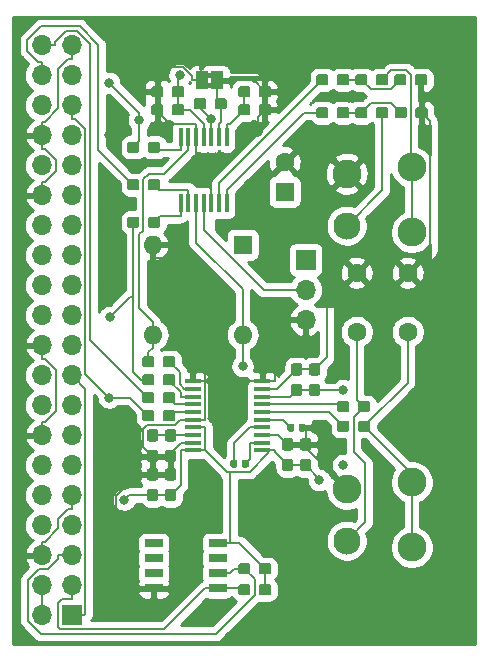
<source format=gtl>
G04 #@! TF.GenerationSoftware,KiCad,Pcbnew,(5.1.2)-2*
G04 #@! TF.CreationDate,2019-12-17T18:16:02+09:00*
G04 #@! TF.ProjectId,simplecodec3,73696d70-6c65-4636-9f64-6563332e6b69,rev?*
G04 #@! TF.SameCoordinates,Original*
G04 #@! TF.FileFunction,Copper,L1,Top*
G04 #@! TF.FilePolarity,Positive*
%FSLAX46Y46*%
G04 Gerber Fmt 4.6, Leading zero omitted, Abs format (unit mm)*
G04 Created by KiCad (PCBNEW (5.1.2)-2) date 2019-12-17 18:16:02*
%MOMM*%
%LPD*%
G04 APERTURE LIST*
%ADD10C,0.100000*%
%ADD11C,0.950000*%
%ADD12C,0.590000*%
%ADD13C,1.600000*%
%ADD14R,1.600000X1.600000*%
%ADD15R,1.500000X0.650000*%
%ADD16R,0.350000X1.600000*%
%ADD17R,1.475000X0.450000*%
%ADD18R,1.700000X1.700000*%
%ADD19O,1.700000X1.700000*%
%ADD20C,2.300000*%
%ADD21C,2.450000*%
%ADD22R,1.000000X1.500000*%
%ADD23O,1.600000X1.600000*%
%ADD24C,0.800000*%
%ADD25C,0.203200*%
%ADD26C,0.254000*%
G04 APERTURE END LIST*
D10*
G36*
X62869000Y-31759500D02*
G01*
X63369000Y-31759500D01*
X63369000Y-32159500D01*
X62869000Y-32159500D01*
X62869000Y-31759500D01*
G37*
G36*
X62869000Y-30959500D02*
G01*
X63369000Y-30959500D01*
X63369000Y-31359500D01*
X62869000Y-31359500D01*
X62869000Y-30959500D01*
G37*
G36*
X58553779Y-62835144D02*
G01*
X58576834Y-62838563D01*
X58599443Y-62844227D01*
X58621387Y-62852079D01*
X58642457Y-62862044D01*
X58662448Y-62874026D01*
X58681168Y-62887910D01*
X58698438Y-62903562D01*
X58714090Y-62920832D01*
X58727974Y-62939552D01*
X58739956Y-62959543D01*
X58749921Y-62980613D01*
X58757773Y-63002557D01*
X58763437Y-63025166D01*
X58766856Y-63048221D01*
X58768000Y-63071500D01*
X58768000Y-63646500D01*
X58766856Y-63669779D01*
X58763437Y-63692834D01*
X58757773Y-63715443D01*
X58749921Y-63737387D01*
X58739956Y-63758457D01*
X58727974Y-63778448D01*
X58714090Y-63797168D01*
X58698438Y-63814438D01*
X58681168Y-63830090D01*
X58662448Y-63843974D01*
X58642457Y-63855956D01*
X58621387Y-63865921D01*
X58599443Y-63873773D01*
X58576834Y-63879437D01*
X58553779Y-63882856D01*
X58530500Y-63884000D01*
X58055500Y-63884000D01*
X58032221Y-63882856D01*
X58009166Y-63879437D01*
X57986557Y-63873773D01*
X57964613Y-63865921D01*
X57943543Y-63855956D01*
X57923552Y-63843974D01*
X57904832Y-63830090D01*
X57887562Y-63814438D01*
X57871910Y-63797168D01*
X57858026Y-63778448D01*
X57846044Y-63758457D01*
X57836079Y-63737387D01*
X57828227Y-63715443D01*
X57822563Y-63692834D01*
X57819144Y-63669779D01*
X57818000Y-63646500D01*
X57818000Y-63071500D01*
X57819144Y-63048221D01*
X57822563Y-63025166D01*
X57828227Y-63002557D01*
X57836079Y-62980613D01*
X57846044Y-62959543D01*
X57858026Y-62939552D01*
X57871910Y-62920832D01*
X57887562Y-62903562D01*
X57904832Y-62887910D01*
X57923552Y-62874026D01*
X57943543Y-62862044D01*
X57964613Y-62852079D01*
X57986557Y-62844227D01*
X58009166Y-62838563D01*
X58032221Y-62835144D01*
X58055500Y-62834000D01*
X58530500Y-62834000D01*
X58553779Y-62835144D01*
X58553779Y-62835144D01*
G37*
D11*
X58293000Y-63359000D03*
D10*
G36*
X58553779Y-61085144D02*
G01*
X58576834Y-61088563D01*
X58599443Y-61094227D01*
X58621387Y-61102079D01*
X58642457Y-61112044D01*
X58662448Y-61124026D01*
X58681168Y-61137910D01*
X58698438Y-61153562D01*
X58714090Y-61170832D01*
X58727974Y-61189552D01*
X58739956Y-61209543D01*
X58749921Y-61230613D01*
X58757773Y-61252557D01*
X58763437Y-61275166D01*
X58766856Y-61298221D01*
X58768000Y-61321500D01*
X58768000Y-61896500D01*
X58766856Y-61919779D01*
X58763437Y-61942834D01*
X58757773Y-61965443D01*
X58749921Y-61987387D01*
X58739956Y-62008457D01*
X58727974Y-62028448D01*
X58714090Y-62047168D01*
X58698438Y-62064438D01*
X58681168Y-62080090D01*
X58662448Y-62093974D01*
X58642457Y-62105956D01*
X58621387Y-62115921D01*
X58599443Y-62123773D01*
X58576834Y-62129437D01*
X58553779Y-62132856D01*
X58530500Y-62134000D01*
X58055500Y-62134000D01*
X58032221Y-62132856D01*
X58009166Y-62129437D01*
X57986557Y-62123773D01*
X57964613Y-62115921D01*
X57943543Y-62105956D01*
X57923552Y-62093974D01*
X57904832Y-62080090D01*
X57887562Y-62064438D01*
X57871910Y-62047168D01*
X57858026Y-62028448D01*
X57846044Y-62008457D01*
X57836079Y-61987387D01*
X57828227Y-61965443D01*
X57822563Y-61942834D01*
X57819144Y-61919779D01*
X57818000Y-61896500D01*
X57818000Y-61321500D01*
X57819144Y-61298221D01*
X57822563Y-61275166D01*
X57828227Y-61252557D01*
X57836079Y-61230613D01*
X57846044Y-61209543D01*
X57858026Y-61189552D01*
X57871910Y-61170832D01*
X57887562Y-61153562D01*
X57904832Y-61137910D01*
X57923552Y-61124026D01*
X57943543Y-61112044D01*
X57964613Y-61102079D01*
X57986557Y-61094227D01*
X58009166Y-61088563D01*
X58032221Y-61085144D01*
X58055500Y-61084000D01*
X58530500Y-61084000D01*
X58553779Y-61085144D01*
X58553779Y-61085144D01*
G37*
D11*
X58293000Y-61609000D03*
D10*
G36*
X58553779Y-64387144D02*
G01*
X58576834Y-64390563D01*
X58599443Y-64396227D01*
X58621387Y-64404079D01*
X58642457Y-64414044D01*
X58662448Y-64426026D01*
X58681168Y-64439910D01*
X58698438Y-64455562D01*
X58714090Y-64472832D01*
X58727974Y-64491552D01*
X58739956Y-64511543D01*
X58749921Y-64532613D01*
X58757773Y-64554557D01*
X58763437Y-64577166D01*
X58766856Y-64600221D01*
X58768000Y-64623500D01*
X58768000Y-65198500D01*
X58766856Y-65221779D01*
X58763437Y-65244834D01*
X58757773Y-65267443D01*
X58749921Y-65289387D01*
X58739956Y-65310457D01*
X58727974Y-65330448D01*
X58714090Y-65349168D01*
X58698438Y-65366438D01*
X58681168Y-65382090D01*
X58662448Y-65395974D01*
X58642457Y-65407956D01*
X58621387Y-65417921D01*
X58599443Y-65425773D01*
X58576834Y-65431437D01*
X58553779Y-65434856D01*
X58530500Y-65436000D01*
X58055500Y-65436000D01*
X58032221Y-65434856D01*
X58009166Y-65431437D01*
X57986557Y-65425773D01*
X57964613Y-65417921D01*
X57943543Y-65407956D01*
X57923552Y-65395974D01*
X57904832Y-65382090D01*
X57887562Y-65366438D01*
X57871910Y-65349168D01*
X57858026Y-65330448D01*
X57846044Y-65310457D01*
X57836079Y-65289387D01*
X57828227Y-65267443D01*
X57822563Y-65244834D01*
X57819144Y-65221779D01*
X57818000Y-65198500D01*
X57818000Y-64623500D01*
X57819144Y-64600221D01*
X57822563Y-64577166D01*
X57828227Y-64554557D01*
X57836079Y-64532613D01*
X57846044Y-64511543D01*
X57858026Y-64491552D01*
X57871910Y-64472832D01*
X57887562Y-64455562D01*
X57904832Y-64439910D01*
X57923552Y-64426026D01*
X57943543Y-64414044D01*
X57964613Y-64404079D01*
X57986557Y-64396227D01*
X58009166Y-64390563D01*
X58032221Y-64387144D01*
X58055500Y-64386000D01*
X58530500Y-64386000D01*
X58553779Y-64387144D01*
X58553779Y-64387144D01*
G37*
D11*
X58293000Y-64911000D03*
D10*
G36*
X58553779Y-66137144D02*
G01*
X58576834Y-66140563D01*
X58599443Y-66146227D01*
X58621387Y-66154079D01*
X58642457Y-66164044D01*
X58662448Y-66176026D01*
X58681168Y-66189910D01*
X58698438Y-66205562D01*
X58714090Y-66222832D01*
X58727974Y-66241552D01*
X58739956Y-66261543D01*
X58749921Y-66282613D01*
X58757773Y-66304557D01*
X58763437Y-66327166D01*
X58766856Y-66350221D01*
X58768000Y-66373500D01*
X58768000Y-66948500D01*
X58766856Y-66971779D01*
X58763437Y-66994834D01*
X58757773Y-67017443D01*
X58749921Y-67039387D01*
X58739956Y-67060457D01*
X58727974Y-67080448D01*
X58714090Y-67099168D01*
X58698438Y-67116438D01*
X58681168Y-67132090D01*
X58662448Y-67145974D01*
X58642457Y-67157956D01*
X58621387Y-67167921D01*
X58599443Y-67175773D01*
X58576834Y-67181437D01*
X58553779Y-67184856D01*
X58530500Y-67186000D01*
X58055500Y-67186000D01*
X58032221Y-67184856D01*
X58009166Y-67181437D01*
X57986557Y-67175773D01*
X57964613Y-67167921D01*
X57943543Y-67157956D01*
X57923552Y-67145974D01*
X57904832Y-67132090D01*
X57887562Y-67116438D01*
X57871910Y-67099168D01*
X57858026Y-67080448D01*
X57846044Y-67060457D01*
X57836079Y-67039387D01*
X57828227Y-67017443D01*
X57822563Y-66994834D01*
X57819144Y-66971779D01*
X57818000Y-66948500D01*
X57818000Y-66373500D01*
X57819144Y-66350221D01*
X57822563Y-66327166D01*
X57828227Y-66304557D01*
X57836079Y-66282613D01*
X57846044Y-66261543D01*
X57858026Y-66241552D01*
X57871910Y-66222832D01*
X57887562Y-66205562D01*
X57904832Y-66189910D01*
X57923552Y-66176026D01*
X57943543Y-66164044D01*
X57964613Y-66154079D01*
X57986557Y-66146227D01*
X58009166Y-66140563D01*
X58032221Y-66137144D01*
X58055500Y-66136000D01*
X58530500Y-66136000D01*
X58553779Y-66137144D01*
X58553779Y-66137144D01*
G37*
D11*
X58293000Y-66661000D03*
D10*
G36*
X74718779Y-31022144D02*
G01*
X74741834Y-31025563D01*
X74764443Y-31031227D01*
X74786387Y-31039079D01*
X74807457Y-31049044D01*
X74827448Y-31061026D01*
X74846168Y-31074910D01*
X74863438Y-31090562D01*
X74879090Y-31107832D01*
X74892974Y-31126552D01*
X74904956Y-31146543D01*
X74914921Y-31167613D01*
X74922773Y-31189557D01*
X74928437Y-31212166D01*
X74931856Y-31235221D01*
X74933000Y-31258500D01*
X74933000Y-31733500D01*
X74931856Y-31756779D01*
X74928437Y-31779834D01*
X74922773Y-31802443D01*
X74914921Y-31824387D01*
X74904956Y-31845457D01*
X74892974Y-31865448D01*
X74879090Y-31884168D01*
X74863438Y-31901438D01*
X74846168Y-31917090D01*
X74827448Y-31930974D01*
X74807457Y-31942956D01*
X74786387Y-31952921D01*
X74764443Y-31960773D01*
X74741834Y-31966437D01*
X74718779Y-31969856D01*
X74695500Y-31971000D01*
X74120500Y-31971000D01*
X74097221Y-31969856D01*
X74074166Y-31966437D01*
X74051557Y-31960773D01*
X74029613Y-31952921D01*
X74008543Y-31942956D01*
X73988552Y-31930974D01*
X73969832Y-31917090D01*
X73952562Y-31901438D01*
X73936910Y-31884168D01*
X73923026Y-31865448D01*
X73911044Y-31845457D01*
X73901079Y-31824387D01*
X73893227Y-31802443D01*
X73887563Y-31779834D01*
X73884144Y-31756779D01*
X73883000Y-31733500D01*
X73883000Y-31258500D01*
X73884144Y-31235221D01*
X73887563Y-31212166D01*
X73893227Y-31189557D01*
X73901079Y-31167613D01*
X73911044Y-31146543D01*
X73923026Y-31126552D01*
X73936910Y-31107832D01*
X73952562Y-31090562D01*
X73969832Y-31074910D01*
X73988552Y-31061026D01*
X74008543Y-31049044D01*
X74029613Y-31039079D01*
X74051557Y-31031227D01*
X74074166Y-31025563D01*
X74097221Y-31022144D01*
X74120500Y-31021000D01*
X74695500Y-31021000D01*
X74718779Y-31022144D01*
X74718779Y-31022144D01*
G37*
D11*
X74408000Y-31496000D03*
D10*
G36*
X72968779Y-31022144D02*
G01*
X72991834Y-31025563D01*
X73014443Y-31031227D01*
X73036387Y-31039079D01*
X73057457Y-31049044D01*
X73077448Y-31061026D01*
X73096168Y-31074910D01*
X73113438Y-31090562D01*
X73129090Y-31107832D01*
X73142974Y-31126552D01*
X73154956Y-31146543D01*
X73164921Y-31167613D01*
X73172773Y-31189557D01*
X73178437Y-31212166D01*
X73181856Y-31235221D01*
X73183000Y-31258500D01*
X73183000Y-31733500D01*
X73181856Y-31756779D01*
X73178437Y-31779834D01*
X73172773Y-31802443D01*
X73164921Y-31824387D01*
X73154956Y-31845457D01*
X73142974Y-31865448D01*
X73129090Y-31884168D01*
X73113438Y-31901438D01*
X73096168Y-31917090D01*
X73077448Y-31930974D01*
X73057457Y-31942956D01*
X73036387Y-31952921D01*
X73014443Y-31960773D01*
X72991834Y-31966437D01*
X72968779Y-31969856D01*
X72945500Y-31971000D01*
X72370500Y-31971000D01*
X72347221Y-31969856D01*
X72324166Y-31966437D01*
X72301557Y-31960773D01*
X72279613Y-31952921D01*
X72258543Y-31942956D01*
X72238552Y-31930974D01*
X72219832Y-31917090D01*
X72202562Y-31901438D01*
X72186910Y-31884168D01*
X72173026Y-31865448D01*
X72161044Y-31845457D01*
X72151079Y-31824387D01*
X72143227Y-31802443D01*
X72137563Y-31779834D01*
X72134144Y-31756779D01*
X72133000Y-31733500D01*
X72133000Y-31258500D01*
X72134144Y-31235221D01*
X72137563Y-31212166D01*
X72143227Y-31189557D01*
X72151079Y-31167613D01*
X72161044Y-31146543D01*
X72173026Y-31126552D01*
X72186910Y-31107832D01*
X72202562Y-31090562D01*
X72219832Y-31074910D01*
X72238552Y-31061026D01*
X72258543Y-31049044D01*
X72279613Y-31039079D01*
X72301557Y-31031227D01*
X72324166Y-31025563D01*
X72347221Y-31022144D01*
X72370500Y-31021000D01*
X72945500Y-31021000D01*
X72968779Y-31022144D01*
X72968779Y-31022144D01*
G37*
D11*
X72658000Y-31496000D03*
D10*
G36*
X72968779Y-33816144D02*
G01*
X72991834Y-33819563D01*
X73014443Y-33825227D01*
X73036387Y-33833079D01*
X73057457Y-33843044D01*
X73077448Y-33855026D01*
X73096168Y-33868910D01*
X73113438Y-33884562D01*
X73129090Y-33901832D01*
X73142974Y-33920552D01*
X73154956Y-33940543D01*
X73164921Y-33961613D01*
X73172773Y-33983557D01*
X73178437Y-34006166D01*
X73181856Y-34029221D01*
X73183000Y-34052500D01*
X73183000Y-34527500D01*
X73181856Y-34550779D01*
X73178437Y-34573834D01*
X73172773Y-34596443D01*
X73164921Y-34618387D01*
X73154956Y-34639457D01*
X73142974Y-34659448D01*
X73129090Y-34678168D01*
X73113438Y-34695438D01*
X73096168Y-34711090D01*
X73077448Y-34724974D01*
X73057457Y-34736956D01*
X73036387Y-34746921D01*
X73014443Y-34754773D01*
X72991834Y-34760437D01*
X72968779Y-34763856D01*
X72945500Y-34765000D01*
X72370500Y-34765000D01*
X72347221Y-34763856D01*
X72324166Y-34760437D01*
X72301557Y-34754773D01*
X72279613Y-34746921D01*
X72258543Y-34736956D01*
X72238552Y-34724974D01*
X72219832Y-34711090D01*
X72202562Y-34695438D01*
X72186910Y-34678168D01*
X72173026Y-34659448D01*
X72161044Y-34639457D01*
X72151079Y-34618387D01*
X72143227Y-34596443D01*
X72137563Y-34573834D01*
X72134144Y-34550779D01*
X72133000Y-34527500D01*
X72133000Y-34052500D01*
X72134144Y-34029221D01*
X72137563Y-34006166D01*
X72143227Y-33983557D01*
X72151079Y-33961613D01*
X72161044Y-33940543D01*
X72173026Y-33920552D01*
X72186910Y-33901832D01*
X72202562Y-33884562D01*
X72219832Y-33868910D01*
X72238552Y-33855026D01*
X72258543Y-33843044D01*
X72279613Y-33833079D01*
X72301557Y-33825227D01*
X72324166Y-33819563D01*
X72347221Y-33816144D01*
X72370500Y-33815000D01*
X72945500Y-33815000D01*
X72968779Y-33816144D01*
X72968779Y-33816144D01*
G37*
D11*
X72658000Y-34290000D03*
D10*
G36*
X74718779Y-33816144D02*
G01*
X74741834Y-33819563D01*
X74764443Y-33825227D01*
X74786387Y-33833079D01*
X74807457Y-33843044D01*
X74827448Y-33855026D01*
X74846168Y-33868910D01*
X74863438Y-33884562D01*
X74879090Y-33901832D01*
X74892974Y-33920552D01*
X74904956Y-33940543D01*
X74914921Y-33961613D01*
X74922773Y-33983557D01*
X74928437Y-34006166D01*
X74931856Y-34029221D01*
X74933000Y-34052500D01*
X74933000Y-34527500D01*
X74931856Y-34550779D01*
X74928437Y-34573834D01*
X74922773Y-34596443D01*
X74914921Y-34618387D01*
X74904956Y-34639457D01*
X74892974Y-34659448D01*
X74879090Y-34678168D01*
X74863438Y-34695438D01*
X74846168Y-34711090D01*
X74827448Y-34724974D01*
X74807457Y-34736956D01*
X74786387Y-34746921D01*
X74764443Y-34754773D01*
X74741834Y-34760437D01*
X74718779Y-34763856D01*
X74695500Y-34765000D01*
X74120500Y-34765000D01*
X74097221Y-34763856D01*
X74074166Y-34760437D01*
X74051557Y-34754773D01*
X74029613Y-34746921D01*
X74008543Y-34736956D01*
X73988552Y-34724974D01*
X73969832Y-34711090D01*
X73952562Y-34695438D01*
X73936910Y-34678168D01*
X73923026Y-34659448D01*
X73911044Y-34639457D01*
X73901079Y-34618387D01*
X73893227Y-34596443D01*
X73887563Y-34573834D01*
X73884144Y-34550779D01*
X73883000Y-34527500D01*
X73883000Y-34052500D01*
X73884144Y-34029221D01*
X73887563Y-34006166D01*
X73893227Y-33983557D01*
X73901079Y-33961613D01*
X73911044Y-33940543D01*
X73923026Y-33920552D01*
X73936910Y-33901832D01*
X73952562Y-33884562D01*
X73969832Y-33868910D01*
X73988552Y-33855026D01*
X74008543Y-33843044D01*
X74029613Y-33833079D01*
X74051557Y-33825227D01*
X74074166Y-33819563D01*
X74097221Y-33816144D01*
X74120500Y-33815000D01*
X74695500Y-33815000D01*
X74718779Y-33816144D01*
X74718779Y-33816144D01*
G37*
D11*
X74408000Y-34290000D03*
D10*
G36*
X60077779Y-61085144D02*
G01*
X60100834Y-61088563D01*
X60123443Y-61094227D01*
X60145387Y-61102079D01*
X60166457Y-61112044D01*
X60186448Y-61124026D01*
X60205168Y-61137910D01*
X60222438Y-61153562D01*
X60238090Y-61170832D01*
X60251974Y-61189552D01*
X60263956Y-61209543D01*
X60273921Y-61230613D01*
X60281773Y-61252557D01*
X60287437Y-61275166D01*
X60290856Y-61298221D01*
X60292000Y-61321500D01*
X60292000Y-61896500D01*
X60290856Y-61919779D01*
X60287437Y-61942834D01*
X60281773Y-61965443D01*
X60273921Y-61987387D01*
X60263956Y-62008457D01*
X60251974Y-62028448D01*
X60238090Y-62047168D01*
X60222438Y-62064438D01*
X60205168Y-62080090D01*
X60186448Y-62093974D01*
X60166457Y-62105956D01*
X60145387Y-62115921D01*
X60123443Y-62123773D01*
X60100834Y-62129437D01*
X60077779Y-62132856D01*
X60054500Y-62134000D01*
X59579500Y-62134000D01*
X59556221Y-62132856D01*
X59533166Y-62129437D01*
X59510557Y-62123773D01*
X59488613Y-62115921D01*
X59467543Y-62105956D01*
X59447552Y-62093974D01*
X59428832Y-62080090D01*
X59411562Y-62064438D01*
X59395910Y-62047168D01*
X59382026Y-62028448D01*
X59370044Y-62008457D01*
X59360079Y-61987387D01*
X59352227Y-61965443D01*
X59346563Y-61942834D01*
X59343144Y-61919779D01*
X59342000Y-61896500D01*
X59342000Y-61321500D01*
X59343144Y-61298221D01*
X59346563Y-61275166D01*
X59352227Y-61252557D01*
X59360079Y-61230613D01*
X59370044Y-61209543D01*
X59382026Y-61189552D01*
X59395910Y-61170832D01*
X59411562Y-61153562D01*
X59428832Y-61137910D01*
X59447552Y-61124026D01*
X59467543Y-61112044D01*
X59488613Y-61102079D01*
X59510557Y-61094227D01*
X59533166Y-61088563D01*
X59556221Y-61085144D01*
X59579500Y-61084000D01*
X60054500Y-61084000D01*
X60077779Y-61085144D01*
X60077779Y-61085144D01*
G37*
D11*
X59817000Y-61609000D03*
D10*
G36*
X60077779Y-62835144D02*
G01*
X60100834Y-62838563D01*
X60123443Y-62844227D01*
X60145387Y-62852079D01*
X60166457Y-62862044D01*
X60186448Y-62874026D01*
X60205168Y-62887910D01*
X60222438Y-62903562D01*
X60238090Y-62920832D01*
X60251974Y-62939552D01*
X60263956Y-62959543D01*
X60273921Y-62980613D01*
X60281773Y-63002557D01*
X60287437Y-63025166D01*
X60290856Y-63048221D01*
X60292000Y-63071500D01*
X60292000Y-63646500D01*
X60290856Y-63669779D01*
X60287437Y-63692834D01*
X60281773Y-63715443D01*
X60273921Y-63737387D01*
X60263956Y-63758457D01*
X60251974Y-63778448D01*
X60238090Y-63797168D01*
X60222438Y-63814438D01*
X60205168Y-63830090D01*
X60186448Y-63843974D01*
X60166457Y-63855956D01*
X60145387Y-63865921D01*
X60123443Y-63873773D01*
X60100834Y-63879437D01*
X60077779Y-63882856D01*
X60054500Y-63884000D01*
X59579500Y-63884000D01*
X59556221Y-63882856D01*
X59533166Y-63879437D01*
X59510557Y-63873773D01*
X59488613Y-63865921D01*
X59467543Y-63855956D01*
X59447552Y-63843974D01*
X59428832Y-63830090D01*
X59411562Y-63814438D01*
X59395910Y-63797168D01*
X59382026Y-63778448D01*
X59370044Y-63758457D01*
X59360079Y-63737387D01*
X59352227Y-63715443D01*
X59346563Y-63692834D01*
X59343144Y-63669779D01*
X59342000Y-63646500D01*
X59342000Y-63071500D01*
X59343144Y-63048221D01*
X59346563Y-63025166D01*
X59352227Y-63002557D01*
X59360079Y-62980613D01*
X59370044Y-62959543D01*
X59382026Y-62939552D01*
X59395910Y-62920832D01*
X59411562Y-62903562D01*
X59428832Y-62887910D01*
X59447552Y-62874026D01*
X59467543Y-62862044D01*
X59488613Y-62852079D01*
X59510557Y-62844227D01*
X59533166Y-62838563D01*
X59556221Y-62835144D01*
X59579500Y-62834000D01*
X60054500Y-62834000D01*
X60077779Y-62835144D01*
X60077779Y-62835144D01*
G37*
D11*
X59817000Y-63359000D03*
D10*
G36*
X60077779Y-64387144D02*
G01*
X60100834Y-64390563D01*
X60123443Y-64396227D01*
X60145387Y-64404079D01*
X60166457Y-64414044D01*
X60186448Y-64426026D01*
X60205168Y-64439910D01*
X60222438Y-64455562D01*
X60238090Y-64472832D01*
X60251974Y-64491552D01*
X60263956Y-64511543D01*
X60273921Y-64532613D01*
X60281773Y-64554557D01*
X60287437Y-64577166D01*
X60290856Y-64600221D01*
X60292000Y-64623500D01*
X60292000Y-65198500D01*
X60290856Y-65221779D01*
X60287437Y-65244834D01*
X60281773Y-65267443D01*
X60273921Y-65289387D01*
X60263956Y-65310457D01*
X60251974Y-65330448D01*
X60238090Y-65349168D01*
X60222438Y-65366438D01*
X60205168Y-65382090D01*
X60186448Y-65395974D01*
X60166457Y-65407956D01*
X60145387Y-65417921D01*
X60123443Y-65425773D01*
X60100834Y-65431437D01*
X60077779Y-65434856D01*
X60054500Y-65436000D01*
X59579500Y-65436000D01*
X59556221Y-65434856D01*
X59533166Y-65431437D01*
X59510557Y-65425773D01*
X59488613Y-65417921D01*
X59467543Y-65407956D01*
X59447552Y-65395974D01*
X59428832Y-65382090D01*
X59411562Y-65366438D01*
X59395910Y-65349168D01*
X59382026Y-65330448D01*
X59370044Y-65310457D01*
X59360079Y-65289387D01*
X59352227Y-65267443D01*
X59346563Y-65244834D01*
X59343144Y-65221779D01*
X59342000Y-65198500D01*
X59342000Y-64623500D01*
X59343144Y-64600221D01*
X59346563Y-64577166D01*
X59352227Y-64554557D01*
X59360079Y-64532613D01*
X59370044Y-64511543D01*
X59382026Y-64491552D01*
X59395910Y-64472832D01*
X59411562Y-64455562D01*
X59428832Y-64439910D01*
X59447552Y-64426026D01*
X59467543Y-64414044D01*
X59488613Y-64404079D01*
X59510557Y-64396227D01*
X59533166Y-64390563D01*
X59556221Y-64387144D01*
X59579500Y-64386000D01*
X60054500Y-64386000D01*
X60077779Y-64387144D01*
X60077779Y-64387144D01*
G37*
D11*
X59817000Y-64911000D03*
D10*
G36*
X60077779Y-66137144D02*
G01*
X60100834Y-66140563D01*
X60123443Y-66146227D01*
X60145387Y-66154079D01*
X60166457Y-66164044D01*
X60186448Y-66176026D01*
X60205168Y-66189910D01*
X60222438Y-66205562D01*
X60238090Y-66222832D01*
X60251974Y-66241552D01*
X60263956Y-66261543D01*
X60273921Y-66282613D01*
X60281773Y-66304557D01*
X60287437Y-66327166D01*
X60290856Y-66350221D01*
X60292000Y-66373500D01*
X60292000Y-66948500D01*
X60290856Y-66971779D01*
X60287437Y-66994834D01*
X60281773Y-67017443D01*
X60273921Y-67039387D01*
X60263956Y-67060457D01*
X60251974Y-67080448D01*
X60238090Y-67099168D01*
X60222438Y-67116438D01*
X60205168Y-67132090D01*
X60186448Y-67145974D01*
X60166457Y-67157956D01*
X60145387Y-67167921D01*
X60123443Y-67175773D01*
X60100834Y-67181437D01*
X60077779Y-67184856D01*
X60054500Y-67186000D01*
X59579500Y-67186000D01*
X59556221Y-67184856D01*
X59533166Y-67181437D01*
X59510557Y-67175773D01*
X59488613Y-67167921D01*
X59467543Y-67157956D01*
X59447552Y-67145974D01*
X59428832Y-67132090D01*
X59411562Y-67116438D01*
X59395910Y-67099168D01*
X59382026Y-67080448D01*
X59370044Y-67060457D01*
X59360079Y-67039387D01*
X59352227Y-67017443D01*
X59346563Y-66994834D01*
X59343144Y-66971779D01*
X59342000Y-66948500D01*
X59342000Y-66373500D01*
X59343144Y-66350221D01*
X59346563Y-66327166D01*
X59352227Y-66304557D01*
X59360079Y-66282613D01*
X59370044Y-66261543D01*
X59382026Y-66241552D01*
X59395910Y-66222832D01*
X59411562Y-66205562D01*
X59428832Y-66189910D01*
X59447552Y-66176026D01*
X59467543Y-66164044D01*
X59488613Y-66154079D01*
X59510557Y-66146227D01*
X59533166Y-66140563D01*
X59556221Y-66137144D01*
X59579500Y-66136000D01*
X60054500Y-66136000D01*
X60077779Y-66137144D01*
X60077779Y-66137144D01*
G37*
D11*
X59817000Y-66661000D03*
D10*
G36*
X66305958Y-63688710D02*
G01*
X66320276Y-63690834D01*
X66334317Y-63694351D01*
X66347946Y-63699228D01*
X66361031Y-63705417D01*
X66373447Y-63712858D01*
X66385073Y-63721481D01*
X66395798Y-63731202D01*
X66405519Y-63741927D01*
X66414142Y-63753553D01*
X66421583Y-63765969D01*
X66427772Y-63779054D01*
X66432649Y-63792683D01*
X66436166Y-63806724D01*
X66438290Y-63821042D01*
X66439000Y-63835500D01*
X66439000Y-64180500D01*
X66438290Y-64194958D01*
X66436166Y-64209276D01*
X66432649Y-64223317D01*
X66427772Y-64236946D01*
X66421583Y-64250031D01*
X66414142Y-64262447D01*
X66405519Y-64274073D01*
X66395798Y-64284798D01*
X66385073Y-64294519D01*
X66373447Y-64303142D01*
X66361031Y-64310583D01*
X66347946Y-64316772D01*
X66334317Y-64321649D01*
X66320276Y-64325166D01*
X66305958Y-64327290D01*
X66291500Y-64328000D01*
X65996500Y-64328000D01*
X65982042Y-64327290D01*
X65967724Y-64325166D01*
X65953683Y-64321649D01*
X65940054Y-64316772D01*
X65926969Y-64310583D01*
X65914553Y-64303142D01*
X65902927Y-64294519D01*
X65892202Y-64284798D01*
X65882481Y-64274073D01*
X65873858Y-64262447D01*
X65866417Y-64250031D01*
X65860228Y-64236946D01*
X65855351Y-64223317D01*
X65851834Y-64209276D01*
X65849710Y-64194958D01*
X65849000Y-64180500D01*
X65849000Y-63835500D01*
X65849710Y-63821042D01*
X65851834Y-63806724D01*
X65855351Y-63792683D01*
X65860228Y-63779054D01*
X65866417Y-63765969D01*
X65873858Y-63753553D01*
X65882481Y-63741927D01*
X65892202Y-63731202D01*
X65902927Y-63721481D01*
X65914553Y-63712858D01*
X65926969Y-63705417D01*
X65940054Y-63699228D01*
X65953683Y-63694351D01*
X65967724Y-63690834D01*
X65982042Y-63688710D01*
X65996500Y-63688000D01*
X66291500Y-63688000D01*
X66305958Y-63688710D01*
X66305958Y-63688710D01*
G37*
D12*
X66144000Y-64008000D03*
D10*
G36*
X65335958Y-63688710D02*
G01*
X65350276Y-63690834D01*
X65364317Y-63694351D01*
X65377946Y-63699228D01*
X65391031Y-63705417D01*
X65403447Y-63712858D01*
X65415073Y-63721481D01*
X65425798Y-63731202D01*
X65435519Y-63741927D01*
X65444142Y-63753553D01*
X65451583Y-63765969D01*
X65457772Y-63779054D01*
X65462649Y-63792683D01*
X65466166Y-63806724D01*
X65468290Y-63821042D01*
X65469000Y-63835500D01*
X65469000Y-64180500D01*
X65468290Y-64194958D01*
X65466166Y-64209276D01*
X65462649Y-64223317D01*
X65457772Y-64236946D01*
X65451583Y-64250031D01*
X65444142Y-64262447D01*
X65435519Y-64274073D01*
X65425798Y-64284798D01*
X65415073Y-64294519D01*
X65403447Y-64303142D01*
X65391031Y-64310583D01*
X65377946Y-64316772D01*
X65364317Y-64321649D01*
X65350276Y-64325166D01*
X65335958Y-64327290D01*
X65321500Y-64328000D01*
X65026500Y-64328000D01*
X65012042Y-64327290D01*
X64997724Y-64325166D01*
X64983683Y-64321649D01*
X64970054Y-64316772D01*
X64956969Y-64310583D01*
X64944553Y-64303142D01*
X64932927Y-64294519D01*
X64922202Y-64284798D01*
X64912481Y-64274073D01*
X64903858Y-64262447D01*
X64896417Y-64250031D01*
X64890228Y-64236946D01*
X64885351Y-64223317D01*
X64881834Y-64209276D01*
X64879710Y-64194958D01*
X64879000Y-64180500D01*
X64879000Y-63835500D01*
X64879710Y-63821042D01*
X64881834Y-63806724D01*
X64885351Y-63792683D01*
X64890228Y-63779054D01*
X64896417Y-63765969D01*
X64903858Y-63753553D01*
X64912481Y-63741927D01*
X64922202Y-63731202D01*
X64932927Y-63721481D01*
X64944553Y-63712858D01*
X64956969Y-63705417D01*
X64970054Y-63699228D01*
X64983683Y-63694351D01*
X64997724Y-63690834D01*
X65012042Y-63688710D01*
X65026500Y-63688000D01*
X65321500Y-63688000D01*
X65335958Y-63688710D01*
X65335958Y-63688710D01*
G37*
D12*
X65174000Y-64008000D03*
D10*
G36*
X72269779Y-55497144D02*
G01*
X72292834Y-55500563D01*
X72315443Y-55506227D01*
X72337387Y-55514079D01*
X72358457Y-55524044D01*
X72378448Y-55536026D01*
X72397168Y-55549910D01*
X72414438Y-55565562D01*
X72430090Y-55582832D01*
X72443974Y-55601552D01*
X72455956Y-55621543D01*
X72465921Y-55642613D01*
X72473773Y-55664557D01*
X72479437Y-55687166D01*
X72482856Y-55710221D01*
X72484000Y-55733500D01*
X72484000Y-56308500D01*
X72482856Y-56331779D01*
X72479437Y-56354834D01*
X72473773Y-56377443D01*
X72465921Y-56399387D01*
X72455956Y-56420457D01*
X72443974Y-56440448D01*
X72430090Y-56459168D01*
X72414438Y-56476438D01*
X72397168Y-56492090D01*
X72378448Y-56505974D01*
X72358457Y-56517956D01*
X72337387Y-56527921D01*
X72315443Y-56535773D01*
X72292834Y-56541437D01*
X72269779Y-56544856D01*
X72246500Y-56546000D01*
X71771500Y-56546000D01*
X71748221Y-56544856D01*
X71725166Y-56541437D01*
X71702557Y-56535773D01*
X71680613Y-56527921D01*
X71659543Y-56517956D01*
X71639552Y-56505974D01*
X71620832Y-56492090D01*
X71603562Y-56476438D01*
X71587910Y-56459168D01*
X71574026Y-56440448D01*
X71562044Y-56420457D01*
X71552079Y-56399387D01*
X71544227Y-56377443D01*
X71538563Y-56354834D01*
X71535144Y-56331779D01*
X71534000Y-56308500D01*
X71534000Y-55733500D01*
X71535144Y-55710221D01*
X71538563Y-55687166D01*
X71544227Y-55664557D01*
X71552079Y-55642613D01*
X71562044Y-55621543D01*
X71574026Y-55601552D01*
X71587910Y-55582832D01*
X71603562Y-55565562D01*
X71620832Y-55549910D01*
X71639552Y-55536026D01*
X71659543Y-55524044D01*
X71680613Y-55514079D01*
X71702557Y-55506227D01*
X71725166Y-55500563D01*
X71748221Y-55497144D01*
X71771500Y-55496000D01*
X72246500Y-55496000D01*
X72269779Y-55497144D01*
X72269779Y-55497144D01*
G37*
D11*
X72009000Y-56021000D03*
D10*
G36*
X72269779Y-57247144D02*
G01*
X72292834Y-57250563D01*
X72315443Y-57256227D01*
X72337387Y-57264079D01*
X72358457Y-57274044D01*
X72378448Y-57286026D01*
X72397168Y-57299910D01*
X72414438Y-57315562D01*
X72430090Y-57332832D01*
X72443974Y-57351552D01*
X72455956Y-57371543D01*
X72465921Y-57392613D01*
X72473773Y-57414557D01*
X72479437Y-57437166D01*
X72482856Y-57460221D01*
X72484000Y-57483500D01*
X72484000Y-58058500D01*
X72482856Y-58081779D01*
X72479437Y-58104834D01*
X72473773Y-58127443D01*
X72465921Y-58149387D01*
X72455956Y-58170457D01*
X72443974Y-58190448D01*
X72430090Y-58209168D01*
X72414438Y-58226438D01*
X72397168Y-58242090D01*
X72378448Y-58255974D01*
X72358457Y-58267956D01*
X72337387Y-58277921D01*
X72315443Y-58285773D01*
X72292834Y-58291437D01*
X72269779Y-58294856D01*
X72246500Y-58296000D01*
X71771500Y-58296000D01*
X71748221Y-58294856D01*
X71725166Y-58291437D01*
X71702557Y-58285773D01*
X71680613Y-58277921D01*
X71659543Y-58267956D01*
X71639552Y-58255974D01*
X71620832Y-58242090D01*
X71603562Y-58226438D01*
X71587910Y-58209168D01*
X71574026Y-58190448D01*
X71562044Y-58170457D01*
X71552079Y-58149387D01*
X71544227Y-58127443D01*
X71538563Y-58104834D01*
X71535144Y-58081779D01*
X71534000Y-58058500D01*
X71534000Y-57483500D01*
X71535144Y-57460221D01*
X71538563Y-57437166D01*
X71544227Y-57414557D01*
X71552079Y-57392613D01*
X71562044Y-57371543D01*
X71574026Y-57351552D01*
X71587910Y-57332832D01*
X71603562Y-57315562D01*
X71620832Y-57299910D01*
X71639552Y-57286026D01*
X71659543Y-57274044D01*
X71680613Y-57264079D01*
X71702557Y-57256227D01*
X71725166Y-57250563D01*
X71748221Y-57247144D01*
X71771500Y-57246000D01*
X72246500Y-57246000D01*
X72269779Y-57247144D01*
X72269779Y-57247144D01*
G37*
D11*
X72009000Y-57771000D03*
D10*
G36*
X68114779Y-33562144D02*
G01*
X68137834Y-33565563D01*
X68160443Y-33571227D01*
X68182387Y-33579079D01*
X68203457Y-33589044D01*
X68223448Y-33601026D01*
X68242168Y-33614910D01*
X68259438Y-33630562D01*
X68275090Y-33647832D01*
X68288974Y-33666552D01*
X68300956Y-33686543D01*
X68310921Y-33707613D01*
X68318773Y-33729557D01*
X68324437Y-33752166D01*
X68327856Y-33775221D01*
X68329000Y-33798500D01*
X68329000Y-34273500D01*
X68327856Y-34296779D01*
X68324437Y-34319834D01*
X68318773Y-34342443D01*
X68310921Y-34364387D01*
X68300956Y-34385457D01*
X68288974Y-34405448D01*
X68275090Y-34424168D01*
X68259438Y-34441438D01*
X68242168Y-34457090D01*
X68223448Y-34470974D01*
X68203457Y-34482956D01*
X68182387Y-34492921D01*
X68160443Y-34500773D01*
X68137834Y-34506437D01*
X68114779Y-34509856D01*
X68091500Y-34511000D01*
X67516500Y-34511000D01*
X67493221Y-34509856D01*
X67470166Y-34506437D01*
X67447557Y-34500773D01*
X67425613Y-34492921D01*
X67404543Y-34482956D01*
X67384552Y-34470974D01*
X67365832Y-34457090D01*
X67348562Y-34441438D01*
X67332910Y-34424168D01*
X67319026Y-34405448D01*
X67307044Y-34385457D01*
X67297079Y-34364387D01*
X67289227Y-34342443D01*
X67283563Y-34319834D01*
X67280144Y-34296779D01*
X67279000Y-34273500D01*
X67279000Y-33798500D01*
X67280144Y-33775221D01*
X67283563Y-33752166D01*
X67289227Y-33729557D01*
X67297079Y-33707613D01*
X67307044Y-33686543D01*
X67319026Y-33666552D01*
X67332910Y-33647832D01*
X67348562Y-33630562D01*
X67365832Y-33614910D01*
X67384552Y-33601026D01*
X67404543Y-33589044D01*
X67425613Y-33579079D01*
X67447557Y-33571227D01*
X67470166Y-33565563D01*
X67493221Y-33562144D01*
X67516500Y-33561000D01*
X68091500Y-33561000D01*
X68114779Y-33562144D01*
X68114779Y-33562144D01*
G37*
D11*
X67804000Y-34036000D03*
D10*
G36*
X66364779Y-33562144D02*
G01*
X66387834Y-33565563D01*
X66410443Y-33571227D01*
X66432387Y-33579079D01*
X66453457Y-33589044D01*
X66473448Y-33601026D01*
X66492168Y-33614910D01*
X66509438Y-33630562D01*
X66525090Y-33647832D01*
X66538974Y-33666552D01*
X66550956Y-33686543D01*
X66560921Y-33707613D01*
X66568773Y-33729557D01*
X66574437Y-33752166D01*
X66577856Y-33775221D01*
X66579000Y-33798500D01*
X66579000Y-34273500D01*
X66577856Y-34296779D01*
X66574437Y-34319834D01*
X66568773Y-34342443D01*
X66560921Y-34364387D01*
X66550956Y-34385457D01*
X66538974Y-34405448D01*
X66525090Y-34424168D01*
X66509438Y-34441438D01*
X66492168Y-34457090D01*
X66473448Y-34470974D01*
X66453457Y-34482956D01*
X66432387Y-34492921D01*
X66410443Y-34500773D01*
X66387834Y-34506437D01*
X66364779Y-34509856D01*
X66341500Y-34511000D01*
X65766500Y-34511000D01*
X65743221Y-34509856D01*
X65720166Y-34506437D01*
X65697557Y-34500773D01*
X65675613Y-34492921D01*
X65654543Y-34482956D01*
X65634552Y-34470974D01*
X65615832Y-34457090D01*
X65598562Y-34441438D01*
X65582910Y-34424168D01*
X65569026Y-34405448D01*
X65557044Y-34385457D01*
X65547079Y-34364387D01*
X65539227Y-34342443D01*
X65533563Y-34319834D01*
X65530144Y-34296779D01*
X65529000Y-34273500D01*
X65529000Y-33798500D01*
X65530144Y-33775221D01*
X65533563Y-33752166D01*
X65539227Y-33729557D01*
X65547079Y-33707613D01*
X65557044Y-33686543D01*
X65569026Y-33666552D01*
X65582910Y-33647832D01*
X65598562Y-33630562D01*
X65615832Y-33614910D01*
X65634552Y-33601026D01*
X65654543Y-33589044D01*
X65675613Y-33579079D01*
X65697557Y-33571227D01*
X65720166Y-33565563D01*
X65743221Y-33562144D01*
X65766500Y-33561000D01*
X66341500Y-33561000D01*
X66364779Y-33562144D01*
X66364779Y-33562144D01*
G37*
D11*
X66054000Y-34036000D03*
D10*
G36*
X71507779Y-63597144D02*
G01*
X71530834Y-63600563D01*
X71553443Y-63606227D01*
X71575387Y-63614079D01*
X71596457Y-63624044D01*
X71616448Y-63636026D01*
X71635168Y-63649910D01*
X71652438Y-63665562D01*
X71668090Y-63682832D01*
X71681974Y-63701552D01*
X71693956Y-63721543D01*
X71703921Y-63742613D01*
X71711773Y-63764557D01*
X71717437Y-63787166D01*
X71720856Y-63810221D01*
X71722000Y-63833500D01*
X71722000Y-64408500D01*
X71720856Y-64431779D01*
X71717437Y-64454834D01*
X71711773Y-64477443D01*
X71703921Y-64499387D01*
X71693956Y-64520457D01*
X71681974Y-64540448D01*
X71668090Y-64559168D01*
X71652438Y-64576438D01*
X71635168Y-64592090D01*
X71616448Y-64605974D01*
X71596457Y-64617956D01*
X71575387Y-64627921D01*
X71553443Y-64635773D01*
X71530834Y-64641437D01*
X71507779Y-64644856D01*
X71484500Y-64646000D01*
X71009500Y-64646000D01*
X70986221Y-64644856D01*
X70963166Y-64641437D01*
X70940557Y-64635773D01*
X70918613Y-64627921D01*
X70897543Y-64617956D01*
X70877552Y-64605974D01*
X70858832Y-64592090D01*
X70841562Y-64576438D01*
X70825910Y-64559168D01*
X70812026Y-64540448D01*
X70800044Y-64520457D01*
X70790079Y-64499387D01*
X70782227Y-64477443D01*
X70776563Y-64454834D01*
X70773144Y-64431779D01*
X70772000Y-64408500D01*
X70772000Y-63833500D01*
X70773144Y-63810221D01*
X70776563Y-63787166D01*
X70782227Y-63764557D01*
X70790079Y-63742613D01*
X70800044Y-63721543D01*
X70812026Y-63701552D01*
X70825910Y-63682832D01*
X70841562Y-63665562D01*
X70858832Y-63649910D01*
X70877552Y-63636026D01*
X70897543Y-63624044D01*
X70918613Y-63614079D01*
X70940557Y-63606227D01*
X70963166Y-63600563D01*
X70986221Y-63597144D01*
X71009500Y-63596000D01*
X71484500Y-63596000D01*
X71507779Y-63597144D01*
X71507779Y-63597144D01*
G37*
D11*
X71247000Y-64121000D03*
D10*
G36*
X71507779Y-61847144D02*
G01*
X71530834Y-61850563D01*
X71553443Y-61856227D01*
X71575387Y-61864079D01*
X71596457Y-61874044D01*
X71616448Y-61886026D01*
X71635168Y-61899910D01*
X71652438Y-61915562D01*
X71668090Y-61932832D01*
X71681974Y-61951552D01*
X71693956Y-61971543D01*
X71703921Y-61992613D01*
X71711773Y-62014557D01*
X71717437Y-62037166D01*
X71720856Y-62060221D01*
X71722000Y-62083500D01*
X71722000Y-62658500D01*
X71720856Y-62681779D01*
X71717437Y-62704834D01*
X71711773Y-62727443D01*
X71703921Y-62749387D01*
X71693956Y-62770457D01*
X71681974Y-62790448D01*
X71668090Y-62809168D01*
X71652438Y-62826438D01*
X71635168Y-62842090D01*
X71616448Y-62855974D01*
X71596457Y-62867956D01*
X71575387Y-62877921D01*
X71553443Y-62885773D01*
X71530834Y-62891437D01*
X71507779Y-62894856D01*
X71484500Y-62896000D01*
X71009500Y-62896000D01*
X70986221Y-62894856D01*
X70963166Y-62891437D01*
X70940557Y-62885773D01*
X70918613Y-62877921D01*
X70897543Y-62867956D01*
X70877552Y-62855974D01*
X70858832Y-62842090D01*
X70841562Y-62826438D01*
X70825910Y-62809168D01*
X70812026Y-62790448D01*
X70800044Y-62770457D01*
X70790079Y-62749387D01*
X70782227Y-62727443D01*
X70776563Y-62704834D01*
X70773144Y-62681779D01*
X70772000Y-62658500D01*
X70772000Y-62083500D01*
X70773144Y-62060221D01*
X70776563Y-62037166D01*
X70782227Y-62014557D01*
X70790079Y-61992613D01*
X70800044Y-61971543D01*
X70812026Y-61951552D01*
X70825910Y-61932832D01*
X70841562Y-61915562D01*
X70858832Y-61899910D01*
X70877552Y-61886026D01*
X70897543Y-61874044D01*
X70918613Y-61864079D01*
X70940557Y-61856227D01*
X70963166Y-61850563D01*
X70986221Y-61847144D01*
X71009500Y-61846000D01*
X71484500Y-61846000D01*
X71507779Y-61847144D01*
X71507779Y-61847144D01*
G37*
D11*
X71247000Y-62371000D03*
D10*
G36*
X70161958Y-60640710D02*
G01*
X70176276Y-60642834D01*
X70190317Y-60646351D01*
X70203946Y-60651228D01*
X70217031Y-60657417D01*
X70229447Y-60664858D01*
X70241073Y-60673481D01*
X70251798Y-60683202D01*
X70261519Y-60693927D01*
X70270142Y-60705553D01*
X70277583Y-60717969D01*
X70283772Y-60731054D01*
X70288649Y-60744683D01*
X70292166Y-60758724D01*
X70294290Y-60773042D01*
X70295000Y-60787500D01*
X70295000Y-61132500D01*
X70294290Y-61146958D01*
X70292166Y-61161276D01*
X70288649Y-61175317D01*
X70283772Y-61188946D01*
X70277583Y-61202031D01*
X70270142Y-61214447D01*
X70261519Y-61226073D01*
X70251798Y-61236798D01*
X70241073Y-61246519D01*
X70229447Y-61255142D01*
X70217031Y-61262583D01*
X70203946Y-61268772D01*
X70190317Y-61273649D01*
X70176276Y-61277166D01*
X70161958Y-61279290D01*
X70147500Y-61280000D01*
X69852500Y-61280000D01*
X69838042Y-61279290D01*
X69823724Y-61277166D01*
X69809683Y-61273649D01*
X69796054Y-61268772D01*
X69782969Y-61262583D01*
X69770553Y-61255142D01*
X69758927Y-61246519D01*
X69748202Y-61236798D01*
X69738481Y-61226073D01*
X69729858Y-61214447D01*
X69722417Y-61202031D01*
X69716228Y-61188946D01*
X69711351Y-61175317D01*
X69707834Y-61161276D01*
X69705710Y-61146958D01*
X69705000Y-61132500D01*
X69705000Y-60787500D01*
X69705710Y-60773042D01*
X69707834Y-60758724D01*
X69711351Y-60744683D01*
X69716228Y-60731054D01*
X69722417Y-60717969D01*
X69729858Y-60705553D01*
X69738481Y-60693927D01*
X69748202Y-60683202D01*
X69758927Y-60673481D01*
X69770553Y-60664858D01*
X69782969Y-60657417D01*
X69796054Y-60651228D01*
X69809683Y-60646351D01*
X69823724Y-60642834D01*
X69838042Y-60640710D01*
X69852500Y-60640000D01*
X70147500Y-60640000D01*
X70161958Y-60640710D01*
X70161958Y-60640710D01*
G37*
D12*
X70000000Y-60960000D03*
D10*
G36*
X71131958Y-60640710D02*
G01*
X71146276Y-60642834D01*
X71160317Y-60646351D01*
X71173946Y-60651228D01*
X71187031Y-60657417D01*
X71199447Y-60664858D01*
X71211073Y-60673481D01*
X71221798Y-60683202D01*
X71231519Y-60693927D01*
X71240142Y-60705553D01*
X71247583Y-60717969D01*
X71253772Y-60731054D01*
X71258649Y-60744683D01*
X71262166Y-60758724D01*
X71264290Y-60773042D01*
X71265000Y-60787500D01*
X71265000Y-61132500D01*
X71264290Y-61146958D01*
X71262166Y-61161276D01*
X71258649Y-61175317D01*
X71253772Y-61188946D01*
X71247583Y-61202031D01*
X71240142Y-61214447D01*
X71231519Y-61226073D01*
X71221798Y-61236798D01*
X71211073Y-61246519D01*
X71199447Y-61255142D01*
X71187031Y-61262583D01*
X71173946Y-61268772D01*
X71160317Y-61273649D01*
X71146276Y-61277166D01*
X71131958Y-61279290D01*
X71117500Y-61280000D01*
X70822500Y-61280000D01*
X70808042Y-61279290D01*
X70793724Y-61277166D01*
X70779683Y-61273649D01*
X70766054Y-61268772D01*
X70752969Y-61262583D01*
X70740553Y-61255142D01*
X70728927Y-61246519D01*
X70718202Y-61236798D01*
X70708481Y-61226073D01*
X70699858Y-61214447D01*
X70692417Y-61202031D01*
X70686228Y-61188946D01*
X70681351Y-61175317D01*
X70677834Y-61161276D01*
X70675710Y-61146958D01*
X70675000Y-61132500D01*
X70675000Y-60787500D01*
X70675710Y-60773042D01*
X70677834Y-60758724D01*
X70681351Y-60744683D01*
X70686228Y-60731054D01*
X70692417Y-60717969D01*
X70699858Y-60705553D01*
X70708481Y-60693927D01*
X70718202Y-60683202D01*
X70728927Y-60673481D01*
X70740553Y-60664858D01*
X70752969Y-60657417D01*
X70766054Y-60651228D01*
X70779683Y-60646351D01*
X70793724Y-60642834D01*
X70808042Y-60640710D01*
X70822500Y-60640000D01*
X71117500Y-60640000D01*
X71131958Y-60640710D01*
X71131958Y-60640710D01*
G37*
D12*
X70970000Y-60960000D03*
D10*
G36*
X70745779Y-57247144D02*
G01*
X70768834Y-57250563D01*
X70791443Y-57256227D01*
X70813387Y-57264079D01*
X70834457Y-57274044D01*
X70854448Y-57286026D01*
X70873168Y-57299910D01*
X70890438Y-57315562D01*
X70906090Y-57332832D01*
X70919974Y-57351552D01*
X70931956Y-57371543D01*
X70941921Y-57392613D01*
X70949773Y-57414557D01*
X70955437Y-57437166D01*
X70958856Y-57460221D01*
X70960000Y-57483500D01*
X70960000Y-58058500D01*
X70958856Y-58081779D01*
X70955437Y-58104834D01*
X70949773Y-58127443D01*
X70941921Y-58149387D01*
X70931956Y-58170457D01*
X70919974Y-58190448D01*
X70906090Y-58209168D01*
X70890438Y-58226438D01*
X70873168Y-58242090D01*
X70854448Y-58255974D01*
X70834457Y-58267956D01*
X70813387Y-58277921D01*
X70791443Y-58285773D01*
X70768834Y-58291437D01*
X70745779Y-58294856D01*
X70722500Y-58296000D01*
X70247500Y-58296000D01*
X70224221Y-58294856D01*
X70201166Y-58291437D01*
X70178557Y-58285773D01*
X70156613Y-58277921D01*
X70135543Y-58267956D01*
X70115552Y-58255974D01*
X70096832Y-58242090D01*
X70079562Y-58226438D01*
X70063910Y-58209168D01*
X70050026Y-58190448D01*
X70038044Y-58170457D01*
X70028079Y-58149387D01*
X70020227Y-58127443D01*
X70014563Y-58104834D01*
X70011144Y-58081779D01*
X70010000Y-58058500D01*
X70010000Y-57483500D01*
X70011144Y-57460221D01*
X70014563Y-57437166D01*
X70020227Y-57414557D01*
X70028079Y-57392613D01*
X70038044Y-57371543D01*
X70050026Y-57351552D01*
X70063910Y-57332832D01*
X70079562Y-57315562D01*
X70096832Y-57299910D01*
X70115552Y-57286026D01*
X70135543Y-57274044D01*
X70156613Y-57264079D01*
X70178557Y-57256227D01*
X70201166Y-57250563D01*
X70224221Y-57247144D01*
X70247500Y-57246000D01*
X70722500Y-57246000D01*
X70745779Y-57247144D01*
X70745779Y-57247144D01*
G37*
D11*
X70485000Y-57771000D03*
D10*
G36*
X70745779Y-55497144D02*
G01*
X70768834Y-55500563D01*
X70791443Y-55506227D01*
X70813387Y-55514079D01*
X70834457Y-55524044D01*
X70854448Y-55536026D01*
X70873168Y-55549910D01*
X70890438Y-55565562D01*
X70906090Y-55582832D01*
X70919974Y-55601552D01*
X70931956Y-55621543D01*
X70941921Y-55642613D01*
X70949773Y-55664557D01*
X70955437Y-55687166D01*
X70958856Y-55710221D01*
X70960000Y-55733500D01*
X70960000Y-56308500D01*
X70958856Y-56331779D01*
X70955437Y-56354834D01*
X70949773Y-56377443D01*
X70941921Y-56399387D01*
X70931956Y-56420457D01*
X70919974Y-56440448D01*
X70906090Y-56459168D01*
X70890438Y-56476438D01*
X70873168Y-56492090D01*
X70854448Y-56505974D01*
X70834457Y-56517956D01*
X70813387Y-56527921D01*
X70791443Y-56535773D01*
X70768834Y-56541437D01*
X70745779Y-56544856D01*
X70722500Y-56546000D01*
X70247500Y-56546000D01*
X70224221Y-56544856D01*
X70201166Y-56541437D01*
X70178557Y-56535773D01*
X70156613Y-56527921D01*
X70135543Y-56517956D01*
X70115552Y-56505974D01*
X70096832Y-56492090D01*
X70079562Y-56476438D01*
X70063910Y-56459168D01*
X70050026Y-56440448D01*
X70038044Y-56420457D01*
X70028079Y-56399387D01*
X70020227Y-56377443D01*
X70014563Y-56354834D01*
X70011144Y-56331779D01*
X70010000Y-56308500D01*
X70010000Y-55733500D01*
X70011144Y-55710221D01*
X70014563Y-55687166D01*
X70020227Y-55664557D01*
X70028079Y-55642613D01*
X70038044Y-55621543D01*
X70050026Y-55601552D01*
X70063910Y-55582832D01*
X70079562Y-55565562D01*
X70096832Y-55549910D01*
X70115552Y-55536026D01*
X70135543Y-55524044D01*
X70156613Y-55514079D01*
X70178557Y-55506227D01*
X70201166Y-55500563D01*
X70224221Y-55497144D01*
X70247500Y-55496000D01*
X70722500Y-55496000D01*
X70745779Y-55497144D01*
X70745779Y-55497144D01*
G37*
D11*
X70485000Y-56021000D03*
D10*
G36*
X66364779Y-32038144D02*
G01*
X66387834Y-32041563D01*
X66410443Y-32047227D01*
X66432387Y-32055079D01*
X66453457Y-32065044D01*
X66473448Y-32077026D01*
X66492168Y-32090910D01*
X66509438Y-32106562D01*
X66525090Y-32123832D01*
X66538974Y-32142552D01*
X66550956Y-32162543D01*
X66560921Y-32183613D01*
X66568773Y-32205557D01*
X66574437Y-32228166D01*
X66577856Y-32251221D01*
X66579000Y-32274500D01*
X66579000Y-32749500D01*
X66577856Y-32772779D01*
X66574437Y-32795834D01*
X66568773Y-32818443D01*
X66560921Y-32840387D01*
X66550956Y-32861457D01*
X66538974Y-32881448D01*
X66525090Y-32900168D01*
X66509438Y-32917438D01*
X66492168Y-32933090D01*
X66473448Y-32946974D01*
X66453457Y-32958956D01*
X66432387Y-32968921D01*
X66410443Y-32976773D01*
X66387834Y-32982437D01*
X66364779Y-32985856D01*
X66341500Y-32987000D01*
X65766500Y-32987000D01*
X65743221Y-32985856D01*
X65720166Y-32982437D01*
X65697557Y-32976773D01*
X65675613Y-32968921D01*
X65654543Y-32958956D01*
X65634552Y-32946974D01*
X65615832Y-32933090D01*
X65598562Y-32917438D01*
X65582910Y-32900168D01*
X65569026Y-32881448D01*
X65557044Y-32861457D01*
X65547079Y-32840387D01*
X65539227Y-32818443D01*
X65533563Y-32795834D01*
X65530144Y-32772779D01*
X65529000Y-32749500D01*
X65529000Y-32274500D01*
X65530144Y-32251221D01*
X65533563Y-32228166D01*
X65539227Y-32205557D01*
X65547079Y-32183613D01*
X65557044Y-32162543D01*
X65569026Y-32142552D01*
X65582910Y-32123832D01*
X65598562Y-32106562D01*
X65615832Y-32090910D01*
X65634552Y-32077026D01*
X65654543Y-32065044D01*
X65675613Y-32055079D01*
X65697557Y-32047227D01*
X65720166Y-32041563D01*
X65743221Y-32038144D01*
X65766500Y-32037000D01*
X66341500Y-32037000D01*
X66364779Y-32038144D01*
X66364779Y-32038144D01*
G37*
D11*
X66054000Y-32512000D03*
D10*
G36*
X68114779Y-32038144D02*
G01*
X68137834Y-32041563D01*
X68160443Y-32047227D01*
X68182387Y-32055079D01*
X68203457Y-32065044D01*
X68223448Y-32077026D01*
X68242168Y-32090910D01*
X68259438Y-32106562D01*
X68275090Y-32123832D01*
X68288974Y-32142552D01*
X68300956Y-32162543D01*
X68310921Y-32183613D01*
X68318773Y-32205557D01*
X68324437Y-32228166D01*
X68327856Y-32251221D01*
X68329000Y-32274500D01*
X68329000Y-32749500D01*
X68327856Y-32772779D01*
X68324437Y-32795834D01*
X68318773Y-32818443D01*
X68310921Y-32840387D01*
X68300956Y-32861457D01*
X68288974Y-32881448D01*
X68275090Y-32900168D01*
X68259438Y-32917438D01*
X68242168Y-32933090D01*
X68223448Y-32946974D01*
X68203457Y-32958956D01*
X68182387Y-32968921D01*
X68160443Y-32976773D01*
X68137834Y-32982437D01*
X68114779Y-32985856D01*
X68091500Y-32987000D01*
X67516500Y-32987000D01*
X67493221Y-32985856D01*
X67470166Y-32982437D01*
X67447557Y-32976773D01*
X67425613Y-32968921D01*
X67404543Y-32958956D01*
X67384552Y-32946974D01*
X67365832Y-32933090D01*
X67348562Y-32917438D01*
X67332910Y-32900168D01*
X67319026Y-32881448D01*
X67307044Y-32861457D01*
X67297079Y-32840387D01*
X67289227Y-32818443D01*
X67283563Y-32795834D01*
X67280144Y-32772779D01*
X67279000Y-32749500D01*
X67279000Y-32274500D01*
X67280144Y-32251221D01*
X67283563Y-32228166D01*
X67289227Y-32205557D01*
X67297079Y-32183613D01*
X67307044Y-32162543D01*
X67319026Y-32142552D01*
X67332910Y-32123832D01*
X67348562Y-32106562D01*
X67365832Y-32090910D01*
X67384552Y-32077026D01*
X67404543Y-32065044D01*
X67425613Y-32055079D01*
X67447557Y-32047227D01*
X67470166Y-32041563D01*
X67493221Y-32038144D01*
X67516500Y-32037000D01*
X68091500Y-32037000D01*
X68114779Y-32038144D01*
X68114779Y-32038144D01*
G37*
D11*
X67804000Y-32512000D03*
D10*
G36*
X69983779Y-61847144D02*
G01*
X70006834Y-61850563D01*
X70029443Y-61856227D01*
X70051387Y-61864079D01*
X70072457Y-61874044D01*
X70092448Y-61886026D01*
X70111168Y-61899910D01*
X70128438Y-61915562D01*
X70144090Y-61932832D01*
X70157974Y-61951552D01*
X70169956Y-61971543D01*
X70179921Y-61992613D01*
X70187773Y-62014557D01*
X70193437Y-62037166D01*
X70196856Y-62060221D01*
X70198000Y-62083500D01*
X70198000Y-62658500D01*
X70196856Y-62681779D01*
X70193437Y-62704834D01*
X70187773Y-62727443D01*
X70179921Y-62749387D01*
X70169956Y-62770457D01*
X70157974Y-62790448D01*
X70144090Y-62809168D01*
X70128438Y-62826438D01*
X70111168Y-62842090D01*
X70092448Y-62855974D01*
X70072457Y-62867956D01*
X70051387Y-62877921D01*
X70029443Y-62885773D01*
X70006834Y-62891437D01*
X69983779Y-62894856D01*
X69960500Y-62896000D01*
X69485500Y-62896000D01*
X69462221Y-62894856D01*
X69439166Y-62891437D01*
X69416557Y-62885773D01*
X69394613Y-62877921D01*
X69373543Y-62867956D01*
X69353552Y-62855974D01*
X69334832Y-62842090D01*
X69317562Y-62826438D01*
X69301910Y-62809168D01*
X69288026Y-62790448D01*
X69276044Y-62770457D01*
X69266079Y-62749387D01*
X69258227Y-62727443D01*
X69252563Y-62704834D01*
X69249144Y-62681779D01*
X69248000Y-62658500D01*
X69248000Y-62083500D01*
X69249144Y-62060221D01*
X69252563Y-62037166D01*
X69258227Y-62014557D01*
X69266079Y-61992613D01*
X69276044Y-61971543D01*
X69288026Y-61951552D01*
X69301910Y-61932832D01*
X69317562Y-61915562D01*
X69334832Y-61899910D01*
X69353552Y-61886026D01*
X69373543Y-61874044D01*
X69394613Y-61864079D01*
X69416557Y-61856227D01*
X69439166Y-61850563D01*
X69462221Y-61847144D01*
X69485500Y-61846000D01*
X69960500Y-61846000D01*
X69983779Y-61847144D01*
X69983779Y-61847144D01*
G37*
D11*
X69723000Y-62371000D03*
D10*
G36*
X69983779Y-63597144D02*
G01*
X70006834Y-63600563D01*
X70029443Y-63606227D01*
X70051387Y-63614079D01*
X70072457Y-63624044D01*
X70092448Y-63636026D01*
X70111168Y-63649910D01*
X70128438Y-63665562D01*
X70144090Y-63682832D01*
X70157974Y-63701552D01*
X70169956Y-63721543D01*
X70179921Y-63742613D01*
X70187773Y-63764557D01*
X70193437Y-63787166D01*
X70196856Y-63810221D01*
X70198000Y-63833500D01*
X70198000Y-64408500D01*
X70196856Y-64431779D01*
X70193437Y-64454834D01*
X70187773Y-64477443D01*
X70179921Y-64499387D01*
X70169956Y-64520457D01*
X70157974Y-64540448D01*
X70144090Y-64559168D01*
X70128438Y-64576438D01*
X70111168Y-64592090D01*
X70092448Y-64605974D01*
X70072457Y-64617956D01*
X70051387Y-64627921D01*
X70029443Y-64635773D01*
X70006834Y-64641437D01*
X69983779Y-64644856D01*
X69960500Y-64646000D01*
X69485500Y-64646000D01*
X69462221Y-64644856D01*
X69439166Y-64641437D01*
X69416557Y-64635773D01*
X69394613Y-64627921D01*
X69373543Y-64617956D01*
X69353552Y-64605974D01*
X69334832Y-64592090D01*
X69317562Y-64576438D01*
X69301910Y-64559168D01*
X69288026Y-64540448D01*
X69276044Y-64520457D01*
X69266079Y-64499387D01*
X69258227Y-64477443D01*
X69252563Y-64454834D01*
X69249144Y-64431779D01*
X69248000Y-64408500D01*
X69248000Y-63833500D01*
X69249144Y-63810221D01*
X69252563Y-63787166D01*
X69258227Y-63764557D01*
X69266079Y-63742613D01*
X69276044Y-63721543D01*
X69288026Y-63701552D01*
X69301910Y-63682832D01*
X69317562Y-63665562D01*
X69334832Y-63649910D01*
X69353552Y-63636026D01*
X69373543Y-63624044D01*
X69394613Y-63614079D01*
X69416557Y-63606227D01*
X69439166Y-63600563D01*
X69462221Y-63597144D01*
X69485500Y-63596000D01*
X69960500Y-63596000D01*
X69983779Y-63597144D01*
X69983779Y-63597144D01*
G37*
D11*
X69723000Y-64121000D03*
D10*
G36*
X60748779Y-33562144D02*
G01*
X60771834Y-33565563D01*
X60794443Y-33571227D01*
X60816387Y-33579079D01*
X60837457Y-33589044D01*
X60857448Y-33601026D01*
X60876168Y-33614910D01*
X60893438Y-33630562D01*
X60909090Y-33647832D01*
X60922974Y-33666552D01*
X60934956Y-33686543D01*
X60944921Y-33707613D01*
X60952773Y-33729557D01*
X60958437Y-33752166D01*
X60961856Y-33775221D01*
X60963000Y-33798500D01*
X60963000Y-34273500D01*
X60961856Y-34296779D01*
X60958437Y-34319834D01*
X60952773Y-34342443D01*
X60944921Y-34364387D01*
X60934956Y-34385457D01*
X60922974Y-34405448D01*
X60909090Y-34424168D01*
X60893438Y-34441438D01*
X60876168Y-34457090D01*
X60857448Y-34470974D01*
X60837457Y-34482956D01*
X60816387Y-34492921D01*
X60794443Y-34500773D01*
X60771834Y-34506437D01*
X60748779Y-34509856D01*
X60725500Y-34511000D01*
X60150500Y-34511000D01*
X60127221Y-34509856D01*
X60104166Y-34506437D01*
X60081557Y-34500773D01*
X60059613Y-34492921D01*
X60038543Y-34482956D01*
X60018552Y-34470974D01*
X59999832Y-34457090D01*
X59982562Y-34441438D01*
X59966910Y-34424168D01*
X59953026Y-34405448D01*
X59941044Y-34385457D01*
X59931079Y-34364387D01*
X59923227Y-34342443D01*
X59917563Y-34319834D01*
X59914144Y-34296779D01*
X59913000Y-34273500D01*
X59913000Y-33798500D01*
X59914144Y-33775221D01*
X59917563Y-33752166D01*
X59923227Y-33729557D01*
X59931079Y-33707613D01*
X59941044Y-33686543D01*
X59953026Y-33666552D01*
X59966910Y-33647832D01*
X59982562Y-33630562D01*
X59999832Y-33614910D01*
X60018552Y-33601026D01*
X60038543Y-33589044D01*
X60059613Y-33579079D01*
X60081557Y-33571227D01*
X60104166Y-33565563D01*
X60127221Y-33562144D01*
X60150500Y-33561000D01*
X60725500Y-33561000D01*
X60748779Y-33562144D01*
X60748779Y-33562144D01*
G37*
D11*
X60438000Y-34036000D03*
D10*
G36*
X58998779Y-33562144D02*
G01*
X59021834Y-33565563D01*
X59044443Y-33571227D01*
X59066387Y-33579079D01*
X59087457Y-33589044D01*
X59107448Y-33601026D01*
X59126168Y-33614910D01*
X59143438Y-33630562D01*
X59159090Y-33647832D01*
X59172974Y-33666552D01*
X59184956Y-33686543D01*
X59194921Y-33707613D01*
X59202773Y-33729557D01*
X59208437Y-33752166D01*
X59211856Y-33775221D01*
X59213000Y-33798500D01*
X59213000Y-34273500D01*
X59211856Y-34296779D01*
X59208437Y-34319834D01*
X59202773Y-34342443D01*
X59194921Y-34364387D01*
X59184956Y-34385457D01*
X59172974Y-34405448D01*
X59159090Y-34424168D01*
X59143438Y-34441438D01*
X59126168Y-34457090D01*
X59107448Y-34470974D01*
X59087457Y-34482956D01*
X59066387Y-34492921D01*
X59044443Y-34500773D01*
X59021834Y-34506437D01*
X58998779Y-34509856D01*
X58975500Y-34511000D01*
X58400500Y-34511000D01*
X58377221Y-34509856D01*
X58354166Y-34506437D01*
X58331557Y-34500773D01*
X58309613Y-34492921D01*
X58288543Y-34482956D01*
X58268552Y-34470974D01*
X58249832Y-34457090D01*
X58232562Y-34441438D01*
X58216910Y-34424168D01*
X58203026Y-34405448D01*
X58191044Y-34385457D01*
X58181079Y-34364387D01*
X58173227Y-34342443D01*
X58167563Y-34319834D01*
X58164144Y-34296779D01*
X58163000Y-34273500D01*
X58163000Y-33798500D01*
X58164144Y-33775221D01*
X58167563Y-33752166D01*
X58173227Y-33729557D01*
X58181079Y-33707613D01*
X58191044Y-33686543D01*
X58203026Y-33666552D01*
X58216910Y-33647832D01*
X58232562Y-33630562D01*
X58249832Y-33614910D01*
X58268552Y-33601026D01*
X58288543Y-33589044D01*
X58309613Y-33579079D01*
X58331557Y-33571227D01*
X58354166Y-33565563D01*
X58377221Y-33562144D01*
X58400500Y-33561000D01*
X58975500Y-33561000D01*
X58998779Y-33562144D01*
X58998779Y-33562144D01*
G37*
D11*
X58688000Y-34036000D03*
D10*
G36*
X58998779Y-32038144D02*
G01*
X59021834Y-32041563D01*
X59044443Y-32047227D01*
X59066387Y-32055079D01*
X59087457Y-32065044D01*
X59107448Y-32077026D01*
X59126168Y-32090910D01*
X59143438Y-32106562D01*
X59159090Y-32123832D01*
X59172974Y-32142552D01*
X59184956Y-32162543D01*
X59194921Y-32183613D01*
X59202773Y-32205557D01*
X59208437Y-32228166D01*
X59211856Y-32251221D01*
X59213000Y-32274500D01*
X59213000Y-32749500D01*
X59211856Y-32772779D01*
X59208437Y-32795834D01*
X59202773Y-32818443D01*
X59194921Y-32840387D01*
X59184956Y-32861457D01*
X59172974Y-32881448D01*
X59159090Y-32900168D01*
X59143438Y-32917438D01*
X59126168Y-32933090D01*
X59107448Y-32946974D01*
X59087457Y-32958956D01*
X59066387Y-32968921D01*
X59044443Y-32976773D01*
X59021834Y-32982437D01*
X58998779Y-32985856D01*
X58975500Y-32987000D01*
X58400500Y-32987000D01*
X58377221Y-32985856D01*
X58354166Y-32982437D01*
X58331557Y-32976773D01*
X58309613Y-32968921D01*
X58288543Y-32958956D01*
X58268552Y-32946974D01*
X58249832Y-32933090D01*
X58232562Y-32917438D01*
X58216910Y-32900168D01*
X58203026Y-32881448D01*
X58191044Y-32861457D01*
X58181079Y-32840387D01*
X58173227Y-32818443D01*
X58167563Y-32795834D01*
X58164144Y-32772779D01*
X58163000Y-32749500D01*
X58163000Y-32274500D01*
X58164144Y-32251221D01*
X58167563Y-32228166D01*
X58173227Y-32205557D01*
X58181079Y-32183613D01*
X58191044Y-32162543D01*
X58203026Y-32142552D01*
X58216910Y-32123832D01*
X58232562Y-32106562D01*
X58249832Y-32090910D01*
X58268552Y-32077026D01*
X58288543Y-32065044D01*
X58309613Y-32055079D01*
X58331557Y-32047227D01*
X58354166Y-32041563D01*
X58377221Y-32038144D01*
X58400500Y-32037000D01*
X58975500Y-32037000D01*
X58998779Y-32038144D01*
X58998779Y-32038144D01*
G37*
D11*
X58688000Y-32512000D03*
D10*
G36*
X60748779Y-32038144D02*
G01*
X60771834Y-32041563D01*
X60794443Y-32047227D01*
X60816387Y-32055079D01*
X60837457Y-32065044D01*
X60857448Y-32077026D01*
X60876168Y-32090910D01*
X60893438Y-32106562D01*
X60909090Y-32123832D01*
X60922974Y-32142552D01*
X60934956Y-32162543D01*
X60944921Y-32183613D01*
X60952773Y-32205557D01*
X60958437Y-32228166D01*
X60961856Y-32251221D01*
X60963000Y-32274500D01*
X60963000Y-32749500D01*
X60961856Y-32772779D01*
X60958437Y-32795834D01*
X60952773Y-32818443D01*
X60944921Y-32840387D01*
X60934956Y-32861457D01*
X60922974Y-32881448D01*
X60909090Y-32900168D01*
X60893438Y-32917438D01*
X60876168Y-32933090D01*
X60857448Y-32946974D01*
X60837457Y-32958956D01*
X60816387Y-32968921D01*
X60794443Y-32976773D01*
X60771834Y-32982437D01*
X60748779Y-32985856D01*
X60725500Y-32987000D01*
X60150500Y-32987000D01*
X60127221Y-32985856D01*
X60104166Y-32982437D01*
X60081557Y-32976773D01*
X60059613Y-32968921D01*
X60038543Y-32958956D01*
X60018552Y-32946974D01*
X59999832Y-32933090D01*
X59982562Y-32917438D01*
X59966910Y-32900168D01*
X59953026Y-32881448D01*
X59941044Y-32861457D01*
X59931079Y-32840387D01*
X59923227Y-32818443D01*
X59917563Y-32795834D01*
X59914144Y-32772779D01*
X59913000Y-32749500D01*
X59913000Y-32274500D01*
X59914144Y-32251221D01*
X59917563Y-32228166D01*
X59923227Y-32205557D01*
X59931079Y-32183613D01*
X59941044Y-32162543D01*
X59953026Y-32142552D01*
X59966910Y-32123832D01*
X59982562Y-32106562D01*
X59999832Y-32090910D01*
X60018552Y-32077026D01*
X60038543Y-32065044D01*
X60059613Y-32055079D01*
X60081557Y-32047227D01*
X60104166Y-32041563D01*
X60127221Y-32038144D01*
X60150500Y-32037000D01*
X60725500Y-32037000D01*
X60748779Y-32038144D01*
X60748779Y-32038144D01*
G37*
D11*
X60438000Y-32512000D03*
D13*
X79883000Y-47832000D03*
X79883000Y-52832000D03*
X75565000Y-52832000D03*
X75565000Y-47832000D03*
D10*
G36*
X62618279Y-33054144D02*
G01*
X62641334Y-33057563D01*
X62663943Y-33063227D01*
X62685887Y-33071079D01*
X62706957Y-33081044D01*
X62726948Y-33093026D01*
X62745668Y-33106910D01*
X62762938Y-33122562D01*
X62778590Y-33139832D01*
X62792474Y-33158552D01*
X62804456Y-33178543D01*
X62814421Y-33199613D01*
X62822273Y-33221557D01*
X62827937Y-33244166D01*
X62831356Y-33267221D01*
X62832500Y-33290500D01*
X62832500Y-33765500D01*
X62831356Y-33788779D01*
X62827937Y-33811834D01*
X62822273Y-33834443D01*
X62814421Y-33856387D01*
X62804456Y-33877457D01*
X62792474Y-33897448D01*
X62778590Y-33916168D01*
X62762938Y-33933438D01*
X62745668Y-33949090D01*
X62726948Y-33962974D01*
X62706957Y-33974956D01*
X62685887Y-33984921D01*
X62663943Y-33992773D01*
X62641334Y-33998437D01*
X62618279Y-34001856D01*
X62595000Y-34003000D01*
X62020000Y-34003000D01*
X61996721Y-34001856D01*
X61973666Y-33998437D01*
X61951057Y-33992773D01*
X61929113Y-33984921D01*
X61908043Y-33974956D01*
X61888052Y-33962974D01*
X61869332Y-33949090D01*
X61852062Y-33933438D01*
X61836410Y-33916168D01*
X61822526Y-33897448D01*
X61810544Y-33877457D01*
X61800579Y-33856387D01*
X61792727Y-33834443D01*
X61787063Y-33811834D01*
X61783644Y-33788779D01*
X61782500Y-33765500D01*
X61782500Y-33290500D01*
X61783644Y-33267221D01*
X61787063Y-33244166D01*
X61792727Y-33221557D01*
X61800579Y-33199613D01*
X61810544Y-33178543D01*
X61822526Y-33158552D01*
X61836410Y-33139832D01*
X61852062Y-33122562D01*
X61869332Y-33106910D01*
X61888052Y-33093026D01*
X61908043Y-33081044D01*
X61929113Y-33071079D01*
X61951057Y-33063227D01*
X61973666Y-33057563D01*
X61996721Y-33054144D01*
X62020000Y-33053000D01*
X62595000Y-33053000D01*
X62618279Y-33054144D01*
X62618279Y-33054144D01*
G37*
D11*
X62307500Y-33528000D03*
D10*
G36*
X64368279Y-33054144D02*
G01*
X64391334Y-33057563D01*
X64413943Y-33063227D01*
X64435887Y-33071079D01*
X64456957Y-33081044D01*
X64476948Y-33093026D01*
X64495668Y-33106910D01*
X64512938Y-33122562D01*
X64528590Y-33139832D01*
X64542474Y-33158552D01*
X64554456Y-33178543D01*
X64564421Y-33199613D01*
X64572273Y-33221557D01*
X64577937Y-33244166D01*
X64581356Y-33267221D01*
X64582500Y-33290500D01*
X64582500Y-33765500D01*
X64581356Y-33788779D01*
X64577937Y-33811834D01*
X64572273Y-33834443D01*
X64564421Y-33856387D01*
X64554456Y-33877457D01*
X64542474Y-33897448D01*
X64528590Y-33916168D01*
X64512938Y-33933438D01*
X64495668Y-33949090D01*
X64476948Y-33962974D01*
X64456957Y-33974956D01*
X64435887Y-33984921D01*
X64413943Y-33992773D01*
X64391334Y-33998437D01*
X64368279Y-34001856D01*
X64345000Y-34003000D01*
X63770000Y-34003000D01*
X63746721Y-34001856D01*
X63723666Y-33998437D01*
X63701057Y-33992773D01*
X63679113Y-33984921D01*
X63658043Y-33974956D01*
X63638052Y-33962974D01*
X63619332Y-33949090D01*
X63602062Y-33933438D01*
X63586410Y-33916168D01*
X63572526Y-33897448D01*
X63560544Y-33877457D01*
X63550579Y-33856387D01*
X63542727Y-33834443D01*
X63537063Y-33811834D01*
X63533644Y-33788779D01*
X63532500Y-33765500D01*
X63532500Y-33290500D01*
X63533644Y-33267221D01*
X63537063Y-33244166D01*
X63542727Y-33221557D01*
X63550579Y-33199613D01*
X63560544Y-33178543D01*
X63572526Y-33158552D01*
X63586410Y-33139832D01*
X63602062Y-33122562D01*
X63619332Y-33106910D01*
X63638052Y-33093026D01*
X63658043Y-33081044D01*
X63679113Y-33071079D01*
X63701057Y-33063227D01*
X63723666Y-33057563D01*
X63746721Y-33054144D01*
X63770000Y-33053000D01*
X64345000Y-33053000D01*
X64368279Y-33054144D01*
X64368279Y-33054144D01*
G37*
D11*
X64057500Y-33528000D03*
D14*
X69469000Y-40981000D03*
D13*
X69469000Y-38481000D03*
D15*
X58387000Y-70739000D03*
X58387000Y-72009000D03*
X58387000Y-73279000D03*
X58387000Y-74549000D03*
X63787000Y-74549000D03*
X63787000Y-73279000D03*
X63787000Y-72009000D03*
X63787000Y-70739000D03*
D16*
X64561000Y-36316000D03*
X63911000Y-36316000D03*
X63261000Y-36316000D03*
X62611000Y-36316000D03*
X61961000Y-36316000D03*
X61311000Y-36316000D03*
X60661000Y-36316000D03*
X60661000Y-41916000D03*
X61311000Y-41916000D03*
X61961000Y-41916000D03*
X62611000Y-41916000D03*
X63261000Y-41916000D03*
X63911000Y-41916000D03*
X64561000Y-41916000D03*
D17*
X67581000Y-62869000D03*
X67581000Y-62219000D03*
X67581000Y-61569000D03*
X67581000Y-60919000D03*
X67581000Y-60269000D03*
X67581000Y-59619000D03*
X67581000Y-58969000D03*
X67581000Y-58319000D03*
X67581000Y-57669000D03*
X67581000Y-57019000D03*
X61705000Y-57019000D03*
X61705000Y-57669000D03*
X61705000Y-58319000D03*
X61705000Y-58969000D03*
X61705000Y-59619000D03*
X61705000Y-60269000D03*
X61705000Y-60919000D03*
X61705000Y-61569000D03*
X61705000Y-62219000D03*
X61705000Y-62869000D03*
D18*
X51435000Y-76835000D03*
D19*
X48895000Y-76835000D03*
X51435000Y-74295000D03*
X48895000Y-74295000D03*
X51435000Y-71755000D03*
X48895000Y-71755000D03*
X51435000Y-69215000D03*
X48895000Y-69215000D03*
X51435000Y-66675000D03*
X48895000Y-66675000D03*
X51435000Y-64135000D03*
X48895000Y-64135000D03*
X51435000Y-61595000D03*
X48895000Y-61595000D03*
X51435000Y-59055000D03*
X48895000Y-59055000D03*
X51435000Y-56515000D03*
X48895000Y-56515000D03*
X51435000Y-53975000D03*
X48895000Y-53975000D03*
X51435000Y-51435000D03*
X48895000Y-51435000D03*
X51435000Y-48895000D03*
X48895000Y-48895000D03*
X51435000Y-46355000D03*
X48895000Y-46355000D03*
X51435000Y-43815000D03*
X48895000Y-43815000D03*
X51435000Y-41275000D03*
X48895000Y-41275000D03*
X51435000Y-38735000D03*
X48895000Y-38735000D03*
X51435000Y-36195000D03*
X48895000Y-36195000D03*
X51435000Y-33655000D03*
X48895000Y-33655000D03*
X51435000Y-31115000D03*
X48895000Y-31115000D03*
X51435000Y-28575000D03*
X48895000Y-28575000D03*
D20*
X74725000Y-43856000D03*
D21*
X80225000Y-44406000D03*
X80225000Y-38906000D03*
X74725000Y-39456000D03*
X74725000Y-66126000D03*
X80225000Y-65576000D03*
X80225000Y-71076000D03*
D20*
X74725000Y-70526000D03*
D22*
X62469000Y-31559500D03*
X63769000Y-31559500D03*
D10*
G36*
X76270779Y-31022144D02*
G01*
X76293834Y-31025563D01*
X76316443Y-31031227D01*
X76338387Y-31039079D01*
X76359457Y-31049044D01*
X76379448Y-31061026D01*
X76398168Y-31074910D01*
X76415438Y-31090562D01*
X76431090Y-31107832D01*
X76444974Y-31126552D01*
X76456956Y-31146543D01*
X76466921Y-31167613D01*
X76474773Y-31189557D01*
X76480437Y-31212166D01*
X76483856Y-31235221D01*
X76485000Y-31258500D01*
X76485000Y-31733500D01*
X76483856Y-31756779D01*
X76480437Y-31779834D01*
X76474773Y-31802443D01*
X76466921Y-31824387D01*
X76456956Y-31845457D01*
X76444974Y-31865448D01*
X76431090Y-31884168D01*
X76415438Y-31901438D01*
X76398168Y-31917090D01*
X76379448Y-31930974D01*
X76359457Y-31942956D01*
X76338387Y-31952921D01*
X76316443Y-31960773D01*
X76293834Y-31966437D01*
X76270779Y-31969856D01*
X76247500Y-31971000D01*
X75672500Y-31971000D01*
X75649221Y-31969856D01*
X75626166Y-31966437D01*
X75603557Y-31960773D01*
X75581613Y-31952921D01*
X75560543Y-31942956D01*
X75540552Y-31930974D01*
X75521832Y-31917090D01*
X75504562Y-31901438D01*
X75488910Y-31884168D01*
X75475026Y-31865448D01*
X75463044Y-31845457D01*
X75453079Y-31824387D01*
X75445227Y-31802443D01*
X75439563Y-31779834D01*
X75436144Y-31756779D01*
X75435000Y-31733500D01*
X75435000Y-31258500D01*
X75436144Y-31235221D01*
X75439563Y-31212166D01*
X75445227Y-31189557D01*
X75453079Y-31167613D01*
X75463044Y-31146543D01*
X75475026Y-31126552D01*
X75488910Y-31107832D01*
X75504562Y-31090562D01*
X75521832Y-31074910D01*
X75540552Y-31061026D01*
X75560543Y-31049044D01*
X75581613Y-31039079D01*
X75603557Y-31031227D01*
X75626166Y-31025563D01*
X75649221Y-31022144D01*
X75672500Y-31021000D01*
X76247500Y-31021000D01*
X76270779Y-31022144D01*
X76270779Y-31022144D01*
G37*
D11*
X75960000Y-31496000D03*
D10*
G36*
X78020779Y-31022144D02*
G01*
X78043834Y-31025563D01*
X78066443Y-31031227D01*
X78088387Y-31039079D01*
X78109457Y-31049044D01*
X78129448Y-31061026D01*
X78148168Y-31074910D01*
X78165438Y-31090562D01*
X78181090Y-31107832D01*
X78194974Y-31126552D01*
X78206956Y-31146543D01*
X78216921Y-31167613D01*
X78224773Y-31189557D01*
X78230437Y-31212166D01*
X78233856Y-31235221D01*
X78235000Y-31258500D01*
X78235000Y-31733500D01*
X78233856Y-31756779D01*
X78230437Y-31779834D01*
X78224773Y-31802443D01*
X78216921Y-31824387D01*
X78206956Y-31845457D01*
X78194974Y-31865448D01*
X78181090Y-31884168D01*
X78165438Y-31901438D01*
X78148168Y-31917090D01*
X78129448Y-31930974D01*
X78109457Y-31942956D01*
X78088387Y-31952921D01*
X78066443Y-31960773D01*
X78043834Y-31966437D01*
X78020779Y-31969856D01*
X77997500Y-31971000D01*
X77422500Y-31971000D01*
X77399221Y-31969856D01*
X77376166Y-31966437D01*
X77353557Y-31960773D01*
X77331613Y-31952921D01*
X77310543Y-31942956D01*
X77290552Y-31930974D01*
X77271832Y-31917090D01*
X77254562Y-31901438D01*
X77238910Y-31884168D01*
X77225026Y-31865448D01*
X77213044Y-31845457D01*
X77203079Y-31824387D01*
X77195227Y-31802443D01*
X77189563Y-31779834D01*
X77186144Y-31756779D01*
X77185000Y-31733500D01*
X77185000Y-31258500D01*
X77186144Y-31235221D01*
X77189563Y-31212166D01*
X77195227Y-31189557D01*
X77203079Y-31167613D01*
X77213044Y-31146543D01*
X77225026Y-31126552D01*
X77238910Y-31107832D01*
X77254562Y-31090562D01*
X77271832Y-31074910D01*
X77290552Y-31061026D01*
X77310543Y-31049044D01*
X77331613Y-31039079D01*
X77353557Y-31031227D01*
X77376166Y-31025563D01*
X77399221Y-31022144D01*
X77422500Y-31021000D01*
X77997500Y-31021000D01*
X78020779Y-31022144D01*
X78020779Y-31022144D01*
G37*
D11*
X77710000Y-31496000D03*
D10*
G36*
X78020779Y-33816144D02*
G01*
X78043834Y-33819563D01*
X78066443Y-33825227D01*
X78088387Y-33833079D01*
X78109457Y-33843044D01*
X78129448Y-33855026D01*
X78148168Y-33868910D01*
X78165438Y-33884562D01*
X78181090Y-33901832D01*
X78194974Y-33920552D01*
X78206956Y-33940543D01*
X78216921Y-33961613D01*
X78224773Y-33983557D01*
X78230437Y-34006166D01*
X78233856Y-34029221D01*
X78235000Y-34052500D01*
X78235000Y-34527500D01*
X78233856Y-34550779D01*
X78230437Y-34573834D01*
X78224773Y-34596443D01*
X78216921Y-34618387D01*
X78206956Y-34639457D01*
X78194974Y-34659448D01*
X78181090Y-34678168D01*
X78165438Y-34695438D01*
X78148168Y-34711090D01*
X78129448Y-34724974D01*
X78109457Y-34736956D01*
X78088387Y-34746921D01*
X78066443Y-34754773D01*
X78043834Y-34760437D01*
X78020779Y-34763856D01*
X77997500Y-34765000D01*
X77422500Y-34765000D01*
X77399221Y-34763856D01*
X77376166Y-34760437D01*
X77353557Y-34754773D01*
X77331613Y-34746921D01*
X77310543Y-34736956D01*
X77290552Y-34724974D01*
X77271832Y-34711090D01*
X77254562Y-34695438D01*
X77238910Y-34678168D01*
X77225026Y-34659448D01*
X77213044Y-34639457D01*
X77203079Y-34618387D01*
X77195227Y-34596443D01*
X77189563Y-34573834D01*
X77186144Y-34550779D01*
X77185000Y-34527500D01*
X77185000Y-34052500D01*
X77186144Y-34029221D01*
X77189563Y-34006166D01*
X77195227Y-33983557D01*
X77203079Y-33961613D01*
X77213044Y-33940543D01*
X77225026Y-33920552D01*
X77238910Y-33901832D01*
X77254562Y-33884562D01*
X77271832Y-33868910D01*
X77290552Y-33855026D01*
X77310543Y-33843044D01*
X77331613Y-33833079D01*
X77353557Y-33825227D01*
X77376166Y-33819563D01*
X77399221Y-33816144D01*
X77422500Y-33815000D01*
X77997500Y-33815000D01*
X78020779Y-33816144D01*
X78020779Y-33816144D01*
G37*
D11*
X77710000Y-34290000D03*
D10*
G36*
X76270779Y-33816144D02*
G01*
X76293834Y-33819563D01*
X76316443Y-33825227D01*
X76338387Y-33833079D01*
X76359457Y-33843044D01*
X76379448Y-33855026D01*
X76398168Y-33868910D01*
X76415438Y-33884562D01*
X76431090Y-33901832D01*
X76444974Y-33920552D01*
X76456956Y-33940543D01*
X76466921Y-33961613D01*
X76474773Y-33983557D01*
X76480437Y-34006166D01*
X76483856Y-34029221D01*
X76485000Y-34052500D01*
X76485000Y-34527500D01*
X76483856Y-34550779D01*
X76480437Y-34573834D01*
X76474773Y-34596443D01*
X76466921Y-34618387D01*
X76456956Y-34639457D01*
X76444974Y-34659448D01*
X76431090Y-34678168D01*
X76415438Y-34695438D01*
X76398168Y-34711090D01*
X76379448Y-34724974D01*
X76359457Y-34736956D01*
X76338387Y-34746921D01*
X76316443Y-34754773D01*
X76293834Y-34760437D01*
X76270779Y-34763856D01*
X76247500Y-34765000D01*
X75672500Y-34765000D01*
X75649221Y-34763856D01*
X75626166Y-34760437D01*
X75603557Y-34754773D01*
X75581613Y-34746921D01*
X75560543Y-34736956D01*
X75540552Y-34724974D01*
X75521832Y-34711090D01*
X75504562Y-34695438D01*
X75488910Y-34678168D01*
X75475026Y-34659448D01*
X75463044Y-34639457D01*
X75453079Y-34618387D01*
X75445227Y-34596443D01*
X75439563Y-34573834D01*
X75436144Y-34550779D01*
X75435000Y-34527500D01*
X75435000Y-34052500D01*
X75436144Y-34029221D01*
X75439563Y-34006166D01*
X75445227Y-33983557D01*
X75453079Y-33961613D01*
X75463044Y-33940543D01*
X75475026Y-33920552D01*
X75488910Y-33901832D01*
X75504562Y-33884562D01*
X75521832Y-33868910D01*
X75540552Y-33855026D01*
X75560543Y-33843044D01*
X75581613Y-33833079D01*
X75603557Y-33825227D01*
X75626166Y-33819563D01*
X75649221Y-33816144D01*
X75672500Y-33815000D01*
X76247500Y-33815000D01*
X76270779Y-33816144D01*
X76270779Y-33816144D01*
G37*
D11*
X75960000Y-34290000D03*
D10*
G36*
X81322779Y-31022144D02*
G01*
X81345834Y-31025563D01*
X81368443Y-31031227D01*
X81390387Y-31039079D01*
X81411457Y-31049044D01*
X81431448Y-31061026D01*
X81450168Y-31074910D01*
X81467438Y-31090562D01*
X81483090Y-31107832D01*
X81496974Y-31126552D01*
X81508956Y-31146543D01*
X81518921Y-31167613D01*
X81526773Y-31189557D01*
X81532437Y-31212166D01*
X81535856Y-31235221D01*
X81537000Y-31258500D01*
X81537000Y-31733500D01*
X81535856Y-31756779D01*
X81532437Y-31779834D01*
X81526773Y-31802443D01*
X81518921Y-31824387D01*
X81508956Y-31845457D01*
X81496974Y-31865448D01*
X81483090Y-31884168D01*
X81467438Y-31901438D01*
X81450168Y-31917090D01*
X81431448Y-31930974D01*
X81411457Y-31942956D01*
X81390387Y-31952921D01*
X81368443Y-31960773D01*
X81345834Y-31966437D01*
X81322779Y-31969856D01*
X81299500Y-31971000D01*
X80724500Y-31971000D01*
X80701221Y-31969856D01*
X80678166Y-31966437D01*
X80655557Y-31960773D01*
X80633613Y-31952921D01*
X80612543Y-31942956D01*
X80592552Y-31930974D01*
X80573832Y-31917090D01*
X80556562Y-31901438D01*
X80540910Y-31884168D01*
X80527026Y-31865448D01*
X80515044Y-31845457D01*
X80505079Y-31824387D01*
X80497227Y-31802443D01*
X80491563Y-31779834D01*
X80488144Y-31756779D01*
X80487000Y-31733500D01*
X80487000Y-31258500D01*
X80488144Y-31235221D01*
X80491563Y-31212166D01*
X80497227Y-31189557D01*
X80505079Y-31167613D01*
X80515044Y-31146543D01*
X80527026Y-31126552D01*
X80540910Y-31107832D01*
X80556562Y-31090562D01*
X80573832Y-31074910D01*
X80592552Y-31061026D01*
X80612543Y-31049044D01*
X80633613Y-31039079D01*
X80655557Y-31031227D01*
X80678166Y-31025563D01*
X80701221Y-31022144D01*
X80724500Y-31021000D01*
X81299500Y-31021000D01*
X81322779Y-31022144D01*
X81322779Y-31022144D01*
G37*
D11*
X81012000Y-31496000D03*
D10*
G36*
X79572779Y-31022144D02*
G01*
X79595834Y-31025563D01*
X79618443Y-31031227D01*
X79640387Y-31039079D01*
X79661457Y-31049044D01*
X79681448Y-31061026D01*
X79700168Y-31074910D01*
X79717438Y-31090562D01*
X79733090Y-31107832D01*
X79746974Y-31126552D01*
X79758956Y-31146543D01*
X79768921Y-31167613D01*
X79776773Y-31189557D01*
X79782437Y-31212166D01*
X79785856Y-31235221D01*
X79787000Y-31258500D01*
X79787000Y-31733500D01*
X79785856Y-31756779D01*
X79782437Y-31779834D01*
X79776773Y-31802443D01*
X79768921Y-31824387D01*
X79758956Y-31845457D01*
X79746974Y-31865448D01*
X79733090Y-31884168D01*
X79717438Y-31901438D01*
X79700168Y-31917090D01*
X79681448Y-31930974D01*
X79661457Y-31942956D01*
X79640387Y-31952921D01*
X79618443Y-31960773D01*
X79595834Y-31966437D01*
X79572779Y-31969856D01*
X79549500Y-31971000D01*
X78974500Y-31971000D01*
X78951221Y-31969856D01*
X78928166Y-31966437D01*
X78905557Y-31960773D01*
X78883613Y-31952921D01*
X78862543Y-31942956D01*
X78842552Y-31930974D01*
X78823832Y-31917090D01*
X78806562Y-31901438D01*
X78790910Y-31884168D01*
X78777026Y-31865448D01*
X78765044Y-31845457D01*
X78755079Y-31824387D01*
X78747227Y-31802443D01*
X78741563Y-31779834D01*
X78738144Y-31756779D01*
X78737000Y-31733500D01*
X78737000Y-31258500D01*
X78738144Y-31235221D01*
X78741563Y-31212166D01*
X78747227Y-31189557D01*
X78755079Y-31167613D01*
X78765044Y-31146543D01*
X78777026Y-31126552D01*
X78790910Y-31107832D01*
X78806562Y-31090562D01*
X78823832Y-31074910D01*
X78842552Y-31061026D01*
X78862543Y-31049044D01*
X78883613Y-31039079D01*
X78905557Y-31031227D01*
X78928166Y-31025563D01*
X78951221Y-31022144D01*
X78974500Y-31021000D01*
X79549500Y-31021000D01*
X79572779Y-31022144D01*
X79572779Y-31022144D01*
G37*
D11*
X79262000Y-31496000D03*
D10*
G36*
X66364779Y-72424144D02*
G01*
X66387834Y-72427563D01*
X66410443Y-72433227D01*
X66432387Y-72441079D01*
X66453457Y-72451044D01*
X66473448Y-72463026D01*
X66492168Y-72476910D01*
X66509438Y-72492562D01*
X66525090Y-72509832D01*
X66538974Y-72528552D01*
X66550956Y-72548543D01*
X66560921Y-72569613D01*
X66568773Y-72591557D01*
X66574437Y-72614166D01*
X66577856Y-72637221D01*
X66579000Y-72660500D01*
X66579000Y-73135500D01*
X66577856Y-73158779D01*
X66574437Y-73181834D01*
X66568773Y-73204443D01*
X66560921Y-73226387D01*
X66550956Y-73247457D01*
X66538974Y-73267448D01*
X66525090Y-73286168D01*
X66509438Y-73303438D01*
X66492168Y-73319090D01*
X66473448Y-73332974D01*
X66453457Y-73344956D01*
X66432387Y-73354921D01*
X66410443Y-73362773D01*
X66387834Y-73368437D01*
X66364779Y-73371856D01*
X66341500Y-73373000D01*
X65766500Y-73373000D01*
X65743221Y-73371856D01*
X65720166Y-73368437D01*
X65697557Y-73362773D01*
X65675613Y-73354921D01*
X65654543Y-73344956D01*
X65634552Y-73332974D01*
X65615832Y-73319090D01*
X65598562Y-73303438D01*
X65582910Y-73286168D01*
X65569026Y-73267448D01*
X65557044Y-73247457D01*
X65547079Y-73226387D01*
X65539227Y-73204443D01*
X65533563Y-73181834D01*
X65530144Y-73158779D01*
X65529000Y-73135500D01*
X65529000Y-72660500D01*
X65530144Y-72637221D01*
X65533563Y-72614166D01*
X65539227Y-72591557D01*
X65547079Y-72569613D01*
X65557044Y-72548543D01*
X65569026Y-72528552D01*
X65582910Y-72509832D01*
X65598562Y-72492562D01*
X65615832Y-72476910D01*
X65634552Y-72463026D01*
X65654543Y-72451044D01*
X65675613Y-72441079D01*
X65697557Y-72433227D01*
X65720166Y-72427563D01*
X65743221Y-72424144D01*
X65766500Y-72423000D01*
X66341500Y-72423000D01*
X66364779Y-72424144D01*
X66364779Y-72424144D01*
G37*
D11*
X66054000Y-72898000D03*
D10*
G36*
X68114779Y-72424144D02*
G01*
X68137834Y-72427563D01*
X68160443Y-72433227D01*
X68182387Y-72441079D01*
X68203457Y-72451044D01*
X68223448Y-72463026D01*
X68242168Y-72476910D01*
X68259438Y-72492562D01*
X68275090Y-72509832D01*
X68288974Y-72528552D01*
X68300956Y-72548543D01*
X68310921Y-72569613D01*
X68318773Y-72591557D01*
X68324437Y-72614166D01*
X68327856Y-72637221D01*
X68329000Y-72660500D01*
X68329000Y-73135500D01*
X68327856Y-73158779D01*
X68324437Y-73181834D01*
X68318773Y-73204443D01*
X68310921Y-73226387D01*
X68300956Y-73247457D01*
X68288974Y-73267448D01*
X68275090Y-73286168D01*
X68259438Y-73303438D01*
X68242168Y-73319090D01*
X68223448Y-73332974D01*
X68203457Y-73344956D01*
X68182387Y-73354921D01*
X68160443Y-73362773D01*
X68137834Y-73368437D01*
X68114779Y-73371856D01*
X68091500Y-73373000D01*
X67516500Y-73373000D01*
X67493221Y-73371856D01*
X67470166Y-73368437D01*
X67447557Y-73362773D01*
X67425613Y-73354921D01*
X67404543Y-73344956D01*
X67384552Y-73332974D01*
X67365832Y-73319090D01*
X67348562Y-73303438D01*
X67332910Y-73286168D01*
X67319026Y-73267448D01*
X67307044Y-73247457D01*
X67297079Y-73226387D01*
X67289227Y-73204443D01*
X67283563Y-73181834D01*
X67280144Y-73158779D01*
X67279000Y-73135500D01*
X67279000Y-72660500D01*
X67280144Y-72637221D01*
X67283563Y-72614166D01*
X67289227Y-72591557D01*
X67297079Y-72569613D01*
X67307044Y-72548543D01*
X67319026Y-72528552D01*
X67332910Y-72509832D01*
X67348562Y-72492562D01*
X67365832Y-72476910D01*
X67384552Y-72463026D01*
X67404543Y-72451044D01*
X67425613Y-72441079D01*
X67447557Y-72433227D01*
X67470166Y-72427563D01*
X67493221Y-72424144D01*
X67516500Y-72423000D01*
X68091500Y-72423000D01*
X68114779Y-72424144D01*
X68114779Y-72424144D01*
G37*
D11*
X67804000Y-72898000D03*
D10*
G36*
X79622279Y-33816144D02*
G01*
X79645334Y-33819563D01*
X79667943Y-33825227D01*
X79689887Y-33833079D01*
X79710957Y-33843044D01*
X79730948Y-33855026D01*
X79749668Y-33868910D01*
X79766938Y-33884562D01*
X79782590Y-33901832D01*
X79796474Y-33920552D01*
X79808456Y-33940543D01*
X79818421Y-33961613D01*
X79826273Y-33983557D01*
X79831937Y-34006166D01*
X79835356Y-34029221D01*
X79836500Y-34052500D01*
X79836500Y-34527500D01*
X79835356Y-34550779D01*
X79831937Y-34573834D01*
X79826273Y-34596443D01*
X79818421Y-34618387D01*
X79808456Y-34639457D01*
X79796474Y-34659448D01*
X79782590Y-34678168D01*
X79766938Y-34695438D01*
X79749668Y-34711090D01*
X79730948Y-34724974D01*
X79710957Y-34736956D01*
X79689887Y-34746921D01*
X79667943Y-34754773D01*
X79645334Y-34760437D01*
X79622279Y-34763856D01*
X79599000Y-34765000D01*
X79024000Y-34765000D01*
X79000721Y-34763856D01*
X78977666Y-34760437D01*
X78955057Y-34754773D01*
X78933113Y-34746921D01*
X78912043Y-34736956D01*
X78892052Y-34724974D01*
X78873332Y-34711090D01*
X78856062Y-34695438D01*
X78840410Y-34678168D01*
X78826526Y-34659448D01*
X78814544Y-34639457D01*
X78804579Y-34618387D01*
X78796727Y-34596443D01*
X78791063Y-34573834D01*
X78787644Y-34550779D01*
X78786500Y-34527500D01*
X78786500Y-34052500D01*
X78787644Y-34029221D01*
X78791063Y-34006166D01*
X78796727Y-33983557D01*
X78804579Y-33961613D01*
X78814544Y-33940543D01*
X78826526Y-33920552D01*
X78840410Y-33901832D01*
X78856062Y-33884562D01*
X78873332Y-33868910D01*
X78892052Y-33855026D01*
X78912043Y-33843044D01*
X78933113Y-33833079D01*
X78955057Y-33825227D01*
X78977666Y-33819563D01*
X79000721Y-33816144D01*
X79024000Y-33815000D01*
X79599000Y-33815000D01*
X79622279Y-33816144D01*
X79622279Y-33816144D01*
G37*
D11*
X79311500Y-34290000D03*
D10*
G36*
X81372279Y-33816144D02*
G01*
X81395334Y-33819563D01*
X81417943Y-33825227D01*
X81439887Y-33833079D01*
X81460957Y-33843044D01*
X81480948Y-33855026D01*
X81499668Y-33868910D01*
X81516938Y-33884562D01*
X81532590Y-33901832D01*
X81546474Y-33920552D01*
X81558456Y-33940543D01*
X81568421Y-33961613D01*
X81576273Y-33983557D01*
X81581937Y-34006166D01*
X81585356Y-34029221D01*
X81586500Y-34052500D01*
X81586500Y-34527500D01*
X81585356Y-34550779D01*
X81581937Y-34573834D01*
X81576273Y-34596443D01*
X81568421Y-34618387D01*
X81558456Y-34639457D01*
X81546474Y-34659448D01*
X81532590Y-34678168D01*
X81516938Y-34695438D01*
X81499668Y-34711090D01*
X81480948Y-34724974D01*
X81460957Y-34736956D01*
X81439887Y-34746921D01*
X81417943Y-34754773D01*
X81395334Y-34760437D01*
X81372279Y-34763856D01*
X81349000Y-34765000D01*
X80774000Y-34765000D01*
X80750721Y-34763856D01*
X80727666Y-34760437D01*
X80705057Y-34754773D01*
X80683113Y-34746921D01*
X80662043Y-34736956D01*
X80642052Y-34724974D01*
X80623332Y-34711090D01*
X80606062Y-34695438D01*
X80590410Y-34678168D01*
X80576526Y-34659448D01*
X80564544Y-34639457D01*
X80554579Y-34618387D01*
X80546727Y-34596443D01*
X80541063Y-34573834D01*
X80537644Y-34550779D01*
X80536500Y-34527500D01*
X80536500Y-34052500D01*
X80537644Y-34029221D01*
X80541063Y-34006166D01*
X80546727Y-33983557D01*
X80554579Y-33961613D01*
X80564544Y-33940543D01*
X80576526Y-33920552D01*
X80590410Y-33901832D01*
X80606062Y-33884562D01*
X80623332Y-33868910D01*
X80642052Y-33855026D01*
X80662043Y-33843044D01*
X80683113Y-33833079D01*
X80705057Y-33825227D01*
X80727666Y-33819563D01*
X80750721Y-33816144D01*
X80774000Y-33815000D01*
X81349000Y-33815000D01*
X81372279Y-33816144D01*
X81372279Y-33816144D01*
G37*
D11*
X81061500Y-34290000D03*
D10*
G36*
X68114779Y-74202144D02*
G01*
X68137834Y-74205563D01*
X68160443Y-74211227D01*
X68182387Y-74219079D01*
X68203457Y-74229044D01*
X68223448Y-74241026D01*
X68242168Y-74254910D01*
X68259438Y-74270562D01*
X68275090Y-74287832D01*
X68288974Y-74306552D01*
X68300956Y-74326543D01*
X68310921Y-74347613D01*
X68318773Y-74369557D01*
X68324437Y-74392166D01*
X68327856Y-74415221D01*
X68329000Y-74438500D01*
X68329000Y-74913500D01*
X68327856Y-74936779D01*
X68324437Y-74959834D01*
X68318773Y-74982443D01*
X68310921Y-75004387D01*
X68300956Y-75025457D01*
X68288974Y-75045448D01*
X68275090Y-75064168D01*
X68259438Y-75081438D01*
X68242168Y-75097090D01*
X68223448Y-75110974D01*
X68203457Y-75122956D01*
X68182387Y-75132921D01*
X68160443Y-75140773D01*
X68137834Y-75146437D01*
X68114779Y-75149856D01*
X68091500Y-75151000D01*
X67516500Y-75151000D01*
X67493221Y-75149856D01*
X67470166Y-75146437D01*
X67447557Y-75140773D01*
X67425613Y-75132921D01*
X67404543Y-75122956D01*
X67384552Y-75110974D01*
X67365832Y-75097090D01*
X67348562Y-75081438D01*
X67332910Y-75064168D01*
X67319026Y-75045448D01*
X67307044Y-75025457D01*
X67297079Y-75004387D01*
X67289227Y-74982443D01*
X67283563Y-74959834D01*
X67280144Y-74936779D01*
X67279000Y-74913500D01*
X67279000Y-74438500D01*
X67280144Y-74415221D01*
X67283563Y-74392166D01*
X67289227Y-74369557D01*
X67297079Y-74347613D01*
X67307044Y-74326543D01*
X67319026Y-74306552D01*
X67332910Y-74287832D01*
X67348562Y-74270562D01*
X67365832Y-74254910D01*
X67384552Y-74241026D01*
X67404543Y-74229044D01*
X67425613Y-74219079D01*
X67447557Y-74211227D01*
X67470166Y-74205563D01*
X67493221Y-74202144D01*
X67516500Y-74201000D01*
X68091500Y-74201000D01*
X68114779Y-74202144D01*
X68114779Y-74202144D01*
G37*
D11*
X67804000Y-74676000D03*
D10*
G36*
X66364779Y-74202144D02*
G01*
X66387834Y-74205563D01*
X66410443Y-74211227D01*
X66432387Y-74219079D01*
X66453457Y-74229044D01*
X66473448Y-74241026D01*
X66492168Y-74254910D01*
X66509438Y-74270562D01*
X66525090Y-74287832D01*
X66538974Y-74306552D01*
X66550956Y-74326543D01*
X66560921Y-74347613D01*
X66568773Y-74369557D01*
X66574437Y-74392166D01*
X66577856Y-74415221D01*
X66579000Y-74438500D01*
X66579000Y-74913500D01*
X66577856Y-74936779D01*
X66574437Y-74959834D01*
X66568773Y-74982443D01*
X66560921Y-75004387D01*
X66550956Y-75025457D01*
X66538974Y-75045448D01*
X66525090Y-75064168D01*
X66509438Y-75081438D01*
X66492168Y-75097090D01*
X66473448Y-75110974D01*
X66453457Y-75122956D01*
X66432387Y-75132921D01*
X66410443Y-75140773D01*
X66387834Y-75146437D01*
X66364779Y-75149856D01*
X66341500Y-75151000D01*
X65766500Y-75151000D01*
X65743221Y-75149856D01*
X65720166Y-75146437D01*
X65697557Y-75140773D01*
X65675613Y-75132921D01*
X65654543Y-75122956D01*
X65634552Y-75110974D01*
X65615832Y-75097090D01*
X65598562Y-75081438D01*
X65582910Y-75064168D01*
X65569026Y-75045448D01*
X65557044Y-75025457D01*
X65547079Y-75004387D01*
X65539227Y-74982443D01*
X65533563Y-74959834D01*
X65530144Y-74936779D01*
X65529000Y-74913500D01*
X65529000Y-74438500D01*
X65530144Y-74415221D01*
X65533563Y-74392166D01*
X65539227Y-74369557D01*
X65547079Y-74347613D01*
X65557044Y-74326543D01*
X65569026Y-74306552D01*
X65582910Y-74287832D01*
X65598562Y-74270562D01*
X65615832Y-74254910D01*
X65634552Y-74241026D01*
X65654543Y-74229044D01*
X65675613Y-74219079D01*
X65697557Y-74211227D01*
X65720166Y-74205563D01*
X65743221Y-74202144D01*
X65766500Y-74201000D01*
X66341500Y-74201000D01*
X66364779Y-74202144D01*
X66364779Y-74202144D01*
G37*
D11*
X66054000Y-74676000D03*
D10*
G36*
X59986779Y-59470144D02*
G01*
X60009834Y-59473563D01*
X60032443Y-59479227D01*
X60054387Y-59487079D01*
X60075457Y-59497044D01*
X60095448Y-59509026D01*
X60114168Y-59522910D01*
X60131438Y-59538562D01*
X60147090Y-59555832D01*
X60160974Y-59574552D01*
X60172956Y-59594543D01*
X60182921Y-59615613D01*
X60190773Y-59637557D01*
X60196437Y-59660166D01*
X60199856Y-59683221D01*
X60201000Y-59706500D01*
X60201000Y-60181500D01*
X60199856Y-60204779D01*
X60196437Y-60227834D01*
X60190773Y-60250443D01*
X60182921Y-60272387D01*
X60172956Y-60293457D01*
X60160974Y-60313448D01*
X60147090Y-60332168D01*
X60131438Y-60349438D01*
X60114168Y-60365090D01*
X60095448Y-60378974D01*
X60075457Y-60390956D01*
X60054387Y-60400921D01*
X60032443Y-60408773D01*
X60009834Y-60414437D01*
X59986779Y-60417856D01*
X59963500Y-60419000D01*
X59388500Y-60419000D01*
X59365221Y-60417856D01*
X59342166Y-60414437D01*
X59319557Y-60408773D01*
X59297613Y-60400921D01*
X59276543Y-60390956D01*
X59256552Y-60378974D01*
X59237832Y-60365090D01*
X59220562Y-60349438D01*
X59204910Y-60332168D01*
X59191026Y-60313448D01*
X59179044Y-60293457D01*
X59169079Y-60272387D01*
X59161227Y-60250443D01*
X59155563Y-60227834D01*
X59152144Y-60204779D01*
X59151000Y-60181500D01*
X59151000Y-59706500D01*
X59152144Y-59683221D01*
X59155563Y-59660166D01*
X59161227Y-59637557D01*
X59169079Y-59615613D01*
X59179044Y-59594543D01*
X59191026Y-59574552D01*
X59204910Y-59555832D01*
X59220562Y-59538562D01*
X59237832Y-59522910D01*
X59256552Y-59509026D01*
X59276543Y-59497044D01*
X59297613Y-59487079D01*
X59319557Y-59479227D01*
X59342166Y-59473563D01*
X59365221Y-59470144D01*
X59388500Y-59469000D01*
X59963500Y-59469000D01*
X59986779Y-59470144D01*
X59986779Y-59470144D01*
G37*
D11*
X59676000Y-59944000D03*
D10*
G36*
X58236779Y-59470144D02*
G01*
X58259834Y-59473563D01*
X58282443Y-59479227D01*
X58304387Y-59487079D01*
X58325457Y-59497044D01*
X58345448Y-59509026D01*
X58364168Y-59522910D01*
X58381438Y-59538562D01*
X58397090Y-59555832D01*
X58410974Y-59574552D01*
X58422956Y-59594543D01*
X58432921Y-59615613D01*
X58440773Y-59637557D01*
X58446437Y-59660166D01*
X58449856Y-59683221D01*
X58451000Y-59706500D01*
X58451000Y-60181500D01*
X58449856Y-60204779D01*
X58446437Y-60227834D01*
X58440773Y-60250443D01*
X58432921Y-60272387D01*
X58422956Y-60293457D01*
X58410974Y-60313448D01*
X58397090Y-60332168D01*
X58381438Y-60349438D01*
X58364168Y-60365090D01*
X58345448Y-60378974D01*
X58325457Y-60390956D01*
X58304387Y-60400921D01*
X58282443Y-60408773D01*
X58259834Y-60414437D01*
X58236779Y-60417856D01*
X58213500Y-60419000D01*
X57638500Y-60419000D01*
X57615221Y-60417856D01*
X57592166Y-60414437D01*
X57569557Y-60408773D01*
X57547613Y-60400921D01*
X57526543Y-60390956D01*
X57506552Y-60378974D01*
X57487832Y-60365090D01*
X57470562Y-60349438D01*
X57454910Y-60332168D01*
X57441026Y-60313448D01*
X57429044Y-60293457D01*
X57419079Y-60272387D01*
X57411227Y-60250443D01*
X57405563Y-60227834D01*
X57402144Y-60204779D01*
X57401000Y-60181500D01*
X57401000Y-59706500D01*
X57402144Y-59683221D01*
X57405563Y-59660166D01*
X57411227Y-59637557D01*
X57419079Y-59615613D01*
X57429044Y-59594543D01*
X57441026Y-59574552D01*
X57454910Y-59555832D01*
X57470562Y-59538562D01*
X57487832Y-59522910D01*
X57506552Y-59509026D01*
X57526543Y-59497044D01*
X57547613Y-59487079D01*
X57569557Y-59479227D01*
X57592166Y-59473563D01*
X57615221Y-59470144D01*
X57638500Y-59469000D01*
X58213500Y-59469000D01*
X58236779Y-59470144D01*
X58236779Y-59470144D01*
G37*
D11*
X57926000Y-59944000D03*
D10*
G36*
X58236779Y-57946144D02*
G01*
X58259834Y-57949563D01*
X58282443Y-57955227D01*
X58304387Y-57963079D01*
X58325457Y-57973044D01*
X58345448Y-57985026D01*
X58364168Y-57998910D01*
X58381438Y-58014562D01*
X58397090Y-58031832D01*
X58410974Y-58050552D01*
X58422956Y-58070543D01*
X58432921Y-58091613D01*
X58440773Y-58113557D01*
X58446437Y-58136166D01*
X58449856Y-58159221D01*
X58451000Y-58182500D01*
X58451000Y-58657500D01*
X58449856Y-58680779D01*
X58446437Y-58703834D01*
X58440773Y-58726443D01*
X58432921Y-58748387D01*
X58422956Y-58769457D01*
X58410974Y-58789448D01*
X58397090Y-58808168D01*
X58381438Y-58825438D01*
X58364168Y-58841090D01*
X58345448Y-58854974D01*
X58325457Y-58866956D01*
X58304387Y-58876921D01*
X58282443Y-58884773D01*
X58259834Y-58890437D01*
X58236779Y-58893856D01*
X58213500Y-58895000D01*
X57638500Y-58895000D01*
X57615221Y-58893856D01*
X57592166Y-58890437D01*
X57569557Y-58884773D01*
X57547613Y-58876921D01*
X57526543Y-58866956D01*
X57506552Y-58854974D01*
X57487832Y-58841090D01*
X57470562Y-58825438D01*
X57454910Y-58808168D01*
X57441026Y-58789448D01*
X57429044Y-58769457D01*
X57419079Y-58748387D01*
X57411227Y-58726443D01*
X57405563Y-58703834D01*
X57402144Y-58680779D01*
X57401000Y-58657500D01*
X57401000Y-58182500D01*
X57402144Y-58159221D01*
X57405563Y-58136166D01*
X57411227Y-58113557D01*
X57419079Y-58091613D01*
X57429044Y-58070543D01*
X57441026Y-58050552D01*
X57454910Y-58031832D01*
X57470562Y-58014562D01*
X57487832Y-57998910D01*
X57506552Y-57985026D01*
X57526543Y-57973044D01*
X57547613Y-57963079D01*
X57569557Y-57955227D01*
X57592166Y-57949563D01*
X57615221Y-57946144D01*
X57638500Y-57945000D01*
X58213500Y-57945000D01*
X58236779Y-57946144D01*
X58236779Y-57946144D01*
G37*
D11*
X57926000Y-58420000D03*
D10*
G36*
X59986779Y-57946144D02*
G01*
X60009834Y-57949563D01*
X60032443Y-57955227D01*
X60054387Y-57963079D01*
X60075457Y-57973044D01*
X60095448Y-57985026D01*
X60114168Y-57998910D01*
X60131438Y-58014562D01*
X60147090Y-58031832D01*
X60160974Y-58050552D01*
X60172956Y-58070543D01*
X60182921Y-58091613D01*
X60190773Y-58113557D01*
X60196437Y-58136166D01*
X60199856Y-58159221D01*
X60201000Y-58182500D01*
X60201000Y-58657500D01*
X60199856Y-58680779D01*
X60196437Y-58703834D01*
X60190773Y-58726443D01*
X60182921Y-58748387D01*
X60172956Y-58769457D01*
X60160974Y-58789448D01*
X60147090Y-58808168D01*
X60131438Y-58825438D01*
X60114168Y-58841090D01*
X60095448Y-58854974D01*
X60075457Y-58866956D01*
X60054387Y-58876921D01*
X60032443Y-58884773D01*
X60009834Y-58890437D01*
X59986779Y-58893856D01*
X59963500Y-58895000D01*
X59388500Y-58895000D01*
X59365221Y-58893856D01*
X59342166Y-58890437D01*
X59319557Y-58884773D01*
X59297613Y-58876921D01*
X59276543Y-58866956D01*
X59256552Y-58854974D01*
X59237832Y-58841090D01*
X59220562Y-58825438D01*
X59204910Y-58808168D01*
X59191026Y-58789448D01*
X59179044Y-58769457D01*
X59169079Y-58748387D01*
X59161227Y-58726443D01*
X59155563Y-58703834D01*
X59152144Y-58680779D01*
X59151000Y-58657500D01*
X59151000Y-58182500D01*
X59152144Y-58159221D01*
X59155563Y-58136166D01*
X59161227Y-58113557D01*
X59169079Y-58091613D01*
X59179044Y-58070543D01*
X59191026Y-58050552D01*
X59204910Y-58031832D01*
X59220562Y-58014562D01*
X59237832Y-57998910D01*
X59256552Y-57985026D01*
X59276543Y-57973044D01*
X59297613Y-57963079D01*
X59319557Y-57955227D01*
X59342166Y-57949563D01*
X59365221Y-57946144D01*
X59388500Y-57945000D01*
X59963500Y-57945000D01*
X59986779Y-57946144D01*
X59986779Y-57946144D01*
G37*
D11*
X59676000Y-58420000D03*
D10*
G36*
X58236779Y-56422144D02*
G01*
X58259834Y-56425563D01*
X58282443Y-56431227D01*
X58304387Y-56439079D01*
X58325457Y-56449044D01*
X58345448Y-56461026D01*
X58364168Y-56474910D01*
X58381438Y-56490562D01*
X58397090Y-56507832D01*
X58410974Y-56526552D01*
X58422956Y-56546543D01*
X58432921Y-56567613D01*
X58440773Y-56589557D01*
X58446437Y-56612166D01*
X58449856Y-56635221D01*
X58451000Y-56658500D01*
X58451000Y-57133500D01*
X58449856Y-57156779D01*
X58446437Y-57179834D01*
X58440773Y-57202443D01*
X58432921Y-57224387D01*
X58422956Y-57245457D01*
X58410974Y-57265448D01*
X58397090Y-57284168D01*
X58381438Y-57301438D01*
X58364168Y-57317090D01*
X58345448Y-57330974D01*
X58325457Y-57342956D01*
X58304387Y-57352921D01*
X58282443Y-57360773D01*
X58259834Y-57366437D01*
X58236779Y-57369856D01*
X58213500Y-57371000D01*
X57638500Y-57371000D01*
X57615221Y-57369856D01*
X57592166Y-57366437D01*
X57569557Y-57360773D01*
X57547613Y-57352921D01*
X57526543Y-57342956D01*
X57506552Y-57330974D01*
X57487832Y-57317090D01*
X57470562Y-57301438D01*
X57454910Y-57284168D01*
X57441026Y-57265448D01*
X57429044Y-57245457D01*
X57419079Y-57224387D01*
X57411227Y-57202443D01*
X57405563Y-57179834D01*
X57402144Y-57156779D01*
X57401000Y-57133500D01*
X57401000Y-56658500D01*
X57402144Y-56635221D01*
X57405563Y-56612166D01*
X57411227Y-56589557D01*
X57419079Y-56567613D01*
X57429044Y-56546543D01*
X57441026Y-56526552D01*
X57454910Y-56507832D01*
X57470562Y-56490562D01*
X57487832Y-56474910D01*
X57506552Y-56461026D01*
X57526543Y-56449044D01*
X57547613Y-56439079D01*
X57569557Y-56431227D01*
X57592166Y-56425563D01*
X57615221Y-56422144D01*
X57638500Y-56421000D01*
X58213500Y-56421000D01*
X58236779Y-56422144D01*
X58236779Y-56422144D01*
G37*
D11*
X57926000Y-56896000D03*
D10*
G36*
X59986779Y-56422144D02*
G01*
X60009834Y-56425563D01*
X60032443Y-56431227D01*
X60054387Y-56439079D01*
X60075457Y-56449044D01*
X60095448Y-56461026D01*
X60114168Y-56474910D01*
X60131438Y-56490562D01*
X60147090Y-56507832D01*
X60160974Y-56526552D01*
X60172956Y-56546543D01*
X60182921Y-56567613D01*
X60190773Y-56589557D01*
X60196437Y-56612166D01*
X60199856Y-56635221D01*
X60201000Y-56658500D01*
X60201000Y-57133500D01*
X60199856Y-57156779D01*
X60196437Y-57179834D01*
X60190773Y-57202443D01*
X60182921Y-57224387D01*
X60172956Y-57245457D01*
X60160974Y-57265448D01*
X60147090Y-57284168D01*
X60131438Y-57301438D01*
X60114168Y-57317090D01*
X60095448Y-57330974D01*
X60075457Y-57342956D01*
X60054387Y-57352921D01*
X60032443Y-57360773D01*
X60009834Y-57366437D01*
X59986779Y-57369856D01*
X59963500Y-57371000D01*
X59388500Y-57371000D01*
X59365221Y-57369856D01*
X59342166Y-57366437D01*
X59319557Y-57360773D01*
X59297613Y-57352921D01*
X59276543Y-57342956D01*
X59256552Y-57330974D01*
X59237832Y-57317090D01*
X59220562Y-57301438D01*
X59204910Y-57284168D01*
X59191026Y-57265448D01*
X59179044Y-57245457D01*
X59169079Y-57224387D01*
X59161227Y-57202443D01*
X59155563Y-57179834D01*
X59152144Y-57156779D01*
X59151000Y-57133500D01*
X59151000Y-56658500D01*
X59152144Y-56635221D01*
X59155563Y-56612166D01*
X59161227Y-56589557D01*
X59169079Y-56567613D01*
X59179044Y-56546543D01*
X59191026Y-56526552D01*
X59204910Y-56507832D01*
X59220562Y-56490562D01*
X59237832Y-56474910D01*
X59256552Y-56461026D01*
X59276543Y-56449044D01*
X59297613Y-56439079D01*
X59319557Y-56431227D01*
X59342166Y-56425563D01*
X59365221Y-56422144D01*
X59388500Y-56421000D01*
X59963500Y-56421000D01*
X59986779Y-56422144D01*
X59986779Y-56422144D01*
G37*
D11*
X59676000Y-56896000D03*
D10*
G36*
X59986779Y-54898144D02*
G01*
X60009834Y-54901563D01*
X60032443Y-54907227D01*
X60054387Y-54915079D01*
X60075457Y-54925044D01*
X60095448Y-54937026D01*
X60114168Y-54950910D01*
X60131438Y-54966562D01*
X60147090Y-54983832D01*
X60160974Y-55002552D01*
X60172956Y-55022543D01*
X60182921Y-55043613D01*
X60190773Y-55065557D01*
X60196437Y-55088166D01*
X60199856Y-55111221D01*
X60201000Y-55134500D01*
X60201000Y-55609500D01*
X60199856Y-55632779D01*
X60196437Y-55655834D01*
X60190773Y-55678443D01*
X60182921Y-55700387D01*
X60172956Y-55721457D01*
X60160974Y-55741448D01*
X60147090Y-55760168D01*
X60131438Y-55777438D01*
X60114168Y-55793090D01*
X60095448Y-55806974D01*
X60075457Y-55818956D01*
X60054387Y-55828921D01*
X60032443Y-55836773D01*
X60009834Y-55842437D01*
X59986779Y-55845856D01*
X59963500Y-55847000D01*
X59388500Y-55847000D01*
X59365221Y-55845856D01*
X59342166Y-55842437D01*
X59319557Y-55836773D01*
X59297613Y-55828921D01*
X59276543Y-55818956D01*
X59256552Y-55806974D01*
X59237832Y-55793090D01*
X59220562Y-55777438D01*
X59204910Y-55760168D01*
X59191026Y-55741448D01*
X59179044Y-55721457D01*
X59169079Y-55700387D01*
X59161227Y-55678443D01*
X59155563Y-55655834D01*
X59152144Y-55632779D01*
X59151000Y-55609500D01*
X59151000Y-55134500D01*
X59152144Y-55111221D01*
X59155563Y-55088166D01*
X59161227Y-55065557D01*
X59169079Y-55043613D01*
X59179044Y-55022543D01*
X59191026Y-55002552D01*
X59204910Y-54983832D01*
X59220562Y-54966562D01*
X59237832Y-54950910D01*
X59256552Y-54937026D01*
X59276543Y-54925044D01*
X59297613Y-54915079D01*
X59319557Y-54907227D01*
X59342166Y-54901563D01*
X59365221Y-54898144D01*
X59388500Y-54897000D01*
X59963500Y-54897000D01*
X59986779Y-54898144D01*
X59986779Y-54898144D01*
G37*
D11*
X59676000Y-55372000D03*
D10*
G36*
X58236779Y-54898144D02*
G01*
X58259834Y-54901563D01*
X58282443Y-54907227D01*
X58304387Y-54915079D01*
X58325457Y-54925044D01*
X58345448Y-54937026D01*
X58364168Y-54950910D01*
X58381438Y-54966562D01*
X58397090Y-54983832D01*
X58410974Y-55002552D01*
X58422956Y-55022543D01*
X58432921Y-55043613D01*
X58440773Y-55065557D01*
X58446437Y-55088166D01*
X58449856Y-55111221D01*
X58451000Y-55134500D01*
X58451000Y-55609500D01*
X58449856Y-55632779D01*
X58446437Y-55655834D01*
X58440773Y-55678443D01*
X58432921Y-55700387D01*
X58422956Y-55721457D01*
X58410974Y-55741448D01*
X58397090Y-55760168D01*
X58381438Y-55777438D01*
X58364168Y-55793090D01*
X58345448Y-55806974D01*
X58325457Y-55818956D01*
X58304387Y-55828921D01*
X58282443Y-55836773D01*
X58259834Y-55842437D01*
X58236779Y-55845856D01*
X58213500Y-55847000D01*
X57638500Y-55847000D01*
X57615221Y-55845856D01*
X57592166Y-55842437D01*
X57569557Y-55836773D01*
X57547613Y-55828921D01*
X57526543Y-55818956D01*
X57506552Y-55806974D01*
X57487832Y-55793090D01*
X57470562Y-55777438D01*
X57454910Y-55760168D01*
X57441026Y-55741448D01*
X57429044Y-55721457D01*
X57419079Y-55700387D01*
X57411227Y-55678443D01*
X57405563Y-55655834D01*
X57402144Y-55632779D01*
X57401000Y-55609500D01*
X57401000Y-55134500D01*
X57402144Y-55111221D01*
X57405563Y-55088166D01*
X57411227Y-55065557D01*
X57419079Y-55043613D01*
X57429044Y-55022543D01*
X57441026Y-55002552D01*
X57454910Y-54983832D01*
X57470562Y-54966562D01*
X57487832Y-54950910D01*
X57506552Y-54937026D01*
X57526543Y-54925044D01*
X57547613Y-54915079D01*
X57569557Y-54907227D01*
X57592166Y-54901563D01*
X57615221Y-54898144D01*
X57638500Y-54897000D01*
X58213500Y-54897000D01*
X58236779Y-54898144D01*
X58236779Y-54898144D01*
G37*
D11*
X57926000Y-55372000D03*
D10*
G36*
X56966779Y-43087144D02*
G01*
X56989834Y-43090563D01*
X57012443Y-43096227D01*
X57034387Y-43104079D01*
X57055457Y-43114044D01*
X57075448Y-43126026D01*
X57094168Y-43139910D01*
X57111438Y-43155562D01*
X57127090Y-43172832D01*
X57140974Y-43191552D01*
X57152956Y-43211543D01*
X57162921Y-43232613D01*
X57170773Y-43254557D01*
X57176437Y-43277166D01*
X57179856Y-43300221D01*
X57181000Y-43323500D01*
X57181000Y-43798500D01*
X57179856Y-43821779D01*
X57176437Y-43844834D01*
X57170773Y-43867443D01*
X57162921Y-43889387D01*
X57152956Y-43910457D01*
X57140974Y-43930448D01*
X57127090Y-43949168D01*
X57111438Y-43966438D01*
X57094168Y-43982090D01*
X57075448Y-43995974D01*
X57055457Y-44007956D01*
X57034387Y-44017921D01*
X57012443Y-44025773D01*
X56989834Y-44031437D01*
X56966779Y-44034856D01*
X56943500Y-44036000D01*
X56368500Y-44036000D01*
X56345221Y-44034856D01*
X56322166Y-44031437D01*
X56299557Y-44025773D01*
X56277613Y-44017921D01*
X56256543Y-44007956D01*
X56236552Y-43995974D01*
X56217832Y-43982090D01*
X56200562Y-43966438D01*
X56184910Y-43949168D01*
X56171026Y-43930448D01*
X56159044Y-43910457D01*
X56149079Y-43889387D01*
X56141227Y-43867443D01*
X56135563Y-43844834D01*
X56132144Y-43821779D01*
X56131000Y-43798500D01*
X56131000Y-43323500D01*
X56132144Y-43300221D01*
X56135563Y-43277166D01*
X56141227Y-43254557D01*
X56149079Y-43232613D01*
X56159044Y-43211543D01*
X56171026Y-43191552D01*
X56184910Y-43172832D01*
X56200562Y-43155562D01*
X56217832Y-43139910D01*
X56236552Y-43126026D01*
X56256543Y-43114044D01*
X56277613Y-43104079D01*
X56299557Y-43096227D01*
X56322166Y-43090563D01*
X56345221Y-43087144D01*
X56368500Y-43086000D01*
X56943500Y-43086000D01*
X56966779Y-43087144D01*
X56966779Y-43087144D01*
G37*
D11*
X56656000Y-43561000D03*
D10*
G36*
X58716779Y-43087144D02*
G01*
X58739834Y-43090563D01*
X58762443Y-43096227D01*
X58784387Y-43104079D01*
X58805457Y-43114044D01*
X58825448Y-43126026D01*
X58844168Y-43139910D01*
X58861438Y-43155562D01*
X58877090Y-43172832D01*
X58890974Y-43191552D01*
X58902956Y-43211543D01*
X58912921Y-43232613D01*
X58920773Y-43254557D01*
X58926437Y-43277166D01*
X58929856Y-43300221D01*
X58931000Y-43323500D01*
X58931000Y-43798500D01*
X58929856Y-43821779D01*
X58926437Y-43844834D01*
X58920773Y-43867443D01*
X58912921Y-43889387D01*
X58902956Y-43910457D01*
X58890974Y-43930448D01*
X58877090Y-43949168D01*
X58861438Y-43966438D01*
X58844168Y-43982090D01*
X58825448Y-43995974D01*
X58805457Y-44007956D01*
X58784387Y-44017921D01*
X58762443Y-44025773D01*
X58739834Y-44031437D01*
X58716779Y-44034856D01*
X58693500Y-44036000D01*
X58118500Y-44036000D01*
X58095221Y-44034856D01*
X58072166Y-44031437D01*
X58049557Y-44025773D01*
X58027613Y-44017921D01*
X58006543Y-44007956D01*
X57986552Y-43995974D01*
X57967832Y-43982090D01*
X57950562Y-43966438D01*
X57934910Y-43949168D01*
X57921026Y-43930448D01*
X57909044Y-43910457D01*
X57899079Y-43889387D01*
X57891227Y-43867443D01*
X57885563Y-43844834D01*
X57882144Y-43821779D01*
X57881000Y-43798500D01*
X57881000Y-43323500D01*
X57882144Y-43300221D01*
X57885563Y-43277166D01*
X57891227Y-43254557D01*
X57899079Y-43232613D01*
X57909044Y-43211543D01*
X57921026Y-43191552D01*
X57934910Y-43172832D01*
X57950562Y-43155562D01*
X57967832Y-43139910D01*
X57986552Y-43126026D01*
X58006543Y-43114044D01*
X58027613Y-43104079D01*
X58049557Y-43096227D01*
X58072166Y-43090563D01*
X58095221Y-43087144D01*
X58118500Y-43086000D01*
X58693500Y-43086000D01*
X58716779Y-43087144D01*
X58716779Y-43087144D01*
G37*
D11*
X58406000Y-43561000D03*
D10*
G36*
X56966779Y-39912144D02*
G01*
X56989834Y-39915563D01*
X57012443Y-39921227D01*
X57034387Y-39929079D01*
X57055457Y-39939044D01*
X57075448Y-39951026D01*
X57094168Y-39964910D01*
X57111438Y-39980562D01*
X57127090Y-39997832D01*
X57140974Y-40016552D01*
X57152956Y-40036543D01*
X57162921Y-40057613D01*
X57170773Y-40079557D01*
X57176437Y-40102166D01*
X57179856Y-40125221D01*
X57181000Y-40148500D01*
X57181000Y-40623500D01*
X57179856Y-40646779D01*
X57176437Y-40669834D01*
X57170773Y-40692443D01*
X57162921Y-40714387D01*
X57152956Y-40735457D01*
X57140974Y-40755448D01*
X57127090Y-40774168D01*
X57111438Y-40791438D01*
X57094168Y-40807090D01*
X57075448Y-40820974D01*
X57055457Y-40832956D01*
X57034387Y-40842921D01*
X57012443Y-40850773D01*
X56989834Y-40856437D01*
X56966779Y-40859856D01*
X56943500Y-40861000D01*
X56368500Y-40861000D01*
X56345221Y-40859856D01*
X56322166Y-40856437D01*
X56299557Y-40850773D01*
X56277613Y-40842921D01*
X56256543Y-40832956D01*
X56236552Y-40820974D01*
X56217832Y-40807090D01*
X56200562Y-40791438D01*
X56184910Y-40774168D01*
X56171026Y-40755448D01*
X56159044Y-40735457D01*
X56149079Y-40714387D01*
X56141227Y-40692443D01*
X56135563Y-40669834D01*
X56132144Y-40646779D01*
X56131000Y-40623500D01*
X56131000Y-40148500D01*
X56132144Y-40125221D01*
X56135563Y-40102166D01*
X56141227Y-40079557D01*
X56149079Y-40057613D01*
X56159044Y-40036543D01*
X56171026Y-40016552D01*
X56184910Y-39997832D01*
X56200562Y-39980562D01*
X56217832Y-39964910D01*
X56236552Y-39951026D01*
X56256543Y-39939044D01*
X56277613Y-39929079D01*
X56299557Y-39921227D01*
X56322166Y-39915563D01*
X56345221Y-39912144D01*
X56368500Y-39911000D01*
X56943500Y-39911000D01*
X56966779Y-39912144D01*
X56966779Y-39912144D01*
G37*
D11*
X56656000Y-40386000D03*
D10*
G36*
X58716779Y-39912144D02*
G01*
X58739834Y-39915563D01*
X58762443Y-39921227D01*
X58784387Y-39929079D01*
X58805457Y-39939044D01*
X58825448Y-39951026D01*
X58844168Y-39964910D01*
X58861438Y-39980562D01*
X58877090Y-39997832D01*
X58890974Y-40016552D01*
X58902956Y-40036543D01*
X58912921Y-40057613D01*
X58920773Y-40079557D01*
X58926437Y-40102166D01*
X58929856Y-40125221D01*
X58931000Y-40148500D01*
X58931000Y-40623500D01*
X58929856Y-40646779D01*
X58926437Y-40669834D01*
X58920773Y-40692443D01*
X58912921Y-40714387D01*
X58902956Y-40735457D01*
X58890974Y-40755448D01*
X58877090Y-40774168D01*
X58861438Y-40791438D01*
X58844168Y-40807090D01*
X58825448Y-40820974D01*
X58805457Y-40832956D01*
X58784387Y-40842921D01*
X58762443Y-40850773D01*
X58739834Y-40856437D01*
X58716779Y-40859856D01*
X58693500Y-40861000D01*
X58118500Y-40861000D01*
X58095221Y-40859856D01*
X58072166Y-40856437D01*
X58049557Y-40850773D01*
X58027613Y-40842921D01*
X58006543Y-40832956D01*
X57986552Y-40820974D01*
X57967832Y-40807090D01*
X57950562Y-40791438D01*
X57934910Y-40774168D01*
X57921026Y-40755448D01*
X57909044Y-40735457D01*
X57899079Y-40714387D01*
X57891227Y-40692443D01*
X57885563Y-40669834D01*
X57882144Y-40646779D01*
X57881000Y-40623500D01*
X57881000Y-40148500D01*
X57882144Y-40125221D01*
X57885563Y-40102166D01*
X57891227Y-40079557D01*
X57899079Y-40057613D01*
X57909044Y-40036543D01*
X57921026Y-40016552D01*
X57934910Y-39997832D01*
X57950562Y-39980562D01*
X57967832Y-39964910D01*
X57986552Y-39951026D01*
X58006543Y-39939044D01*
X58027613Y-39929079D01*
X58049557Y-39921227D01*
X58072166Y-39915563D01*
X58095221Y-39912144D01*
X58118500Y-39911000D01*
X58693500Y-39911000D01*
X58716779Y-39912144D01*
X58716779Y-39912144D01*
G37*
D11*
X58406000Y-40386000D03*
D10*
G36*
X56966779Y-36737144D02*
G01*
X56989834Y-36740563D01*
X57012443Y-36746227D01*
X57034387Y-36754079D01*
X57055457Y-36764044D01*
X57075448Y-36776026D01*
X57094168Y-36789910D01*
X57111438Y-36805562D01*
X57127090Y-36822832D01*
X57140974Y-36841552D01*
X57152956Y-36861543D01*
X57162921Y-36882613D01*
X57170773Y-36904557D01*
X57176437Y-36927166D01*
X57179856Y-36950221D01*
X57181000Y-36973500D01*
X57181000Y-37448500D01*
X57179856Y-37471779D01*
X57176437Y-37494834D01*
X57170773Y-37517443D01*
X57162921Y-37539387D01*
X57152956Y-37560457D01*
X57140974Y-37580448D01*
X57127090Y-37599168D01*
X57111438Y-37616438D01*
X57094168Y-37632090D01*
X57075448Y-37645974D01*
X57055457Y-37657956D01*
X57034387Y-37667921D01*
X57012443Y-37675773D01*
X56989834Y-37681437D01*
X56966779Y-37684856D01*
X56943500Y-37686000D01*
X56368500Y-37686000D01*
X56345221Y-37684856D01*
X56322166Y-37681437D01*
X56299557Y-37675773D01*
X56277613Y-37667921D01*
X56256543Y-37657956D01*
X56236552Y-37645974D01*
X56217832Y-37632090D01*
X56200562Y-37616438D01*
X56184910Y-37599168D01*
X56171026Y-37580448D01*
X56159044Y-37560457D01*
X56149079Y-37539387D01*
X56141227Y-37517443D01*
X56135563Y-37494834D01*
X56132144Y-37471779D01*
X56131000Y-37448500D01*
X56131000Y-36973500D01*
X56132144Y-36950221D01*
X56135563Y-36927166D01*
X56141227Y-36904557D01*
X56149079Y-36882613D01*
X56159044Y-36861543D01*
X56171026Y-36841552D01*
X56184910Y-36822832D01*
X56200562Y-36805562D01*
X56217832Y-36789910D01*
X56236552Y-36776026D01*
X56256543Y-36764044D01*
X56277613Y-36754079D01*
X56299557Y-36746227D01*
X56322166Y-36740563D01*
X56345221Y-36737144D01*
X56368500Y-36736000D01*
X56943500Y-36736000D01*
X56966779Y-36737144D01*
X56966779Y-36737144D01*
G37*
D11*
X56656000Y-37211000D03*
D10*
G36*
X58716779Y-36737144D02*
G01*
X58739834Y-36740563D01*
X58762443Y-36746227D01*
X58784387Y-36754079D01*
X58805457Y-36764044D01*
X58825448Y-36776026D01*
X58844168Y-36789910D01*
X58861438Y-36805562D01*
X58877090Y-36822832D01*
X58890974Y-36841552D01*
X58902956Y-36861543D01*
X58912921Y-36882613D01*
X58920773Y-36904557D01*
X58926437Y-36927166D01*
X58929856Y-36950221D01*
X58931000Y-36973500D01*
X58931000Y-37448500D01*
X58929856Y-37471779D01*
X58926437Y-37494834D01*
X58920773Y-37517443D01*
X58912921Y-37539387D01*
X58902956Y-37560457D01*
X58890974Y-37580448D01*
X58877090Y-37599168D01*
X58861438Y-37616438D01*
X58844168Y-37632090D01*
X58825448Y-37645974D01*
X58805457Y-37657956D01*
X58784387Y-37667921D01*
X58762443Y-37675773D01*
X58739834Y-37681437D01*
X58716779Y-37684856D01*
X58693500Y-37686000D01*
X58118500Y-37686000D01*
X58095221Y-37684856D01*
X58072166Y-37681437D01*
X58049557Y-37675773D01*
X58027613Y-37667921D01*
X58006543Y-37657956D01*
X57986552Y-37645974D01*
X57967832Y-37632090D01*
X57950562Y-37616438D01*
X57934910Y-37599168D01*
X57921026Y-37580448D01*
X57909044Y-37560457D01*
X57899079Y-37539387D01*
X57891227Y-37517443D01*
X57885563Y-37494834D01*
X57882144Y-37471779D01*
X57881000Y-37448500D01*
X57881000Y-36973500D01*
X57882144Y-36950221D01*
X57885563Y-36927166D01*
X57891227Y-36904557D01*
X57899079Y-36882613D01*
X57909044Y-36861543D01*
X57921026Y-36841552D01*
X57934910Y-36822832D01*
X57950562Y-36805562D01*
X57967832Y-36789910D01*
X57986552Y-36776026D01*
X58006543Y-36764044D01*
X58027613Y-36754079D01*
X58049557Y-36746227D01*
X58072166Y-36740563D01*
X58095221Y-36737144D01*
X58118500Y-36736000D01*
X58693500Y-36736000D01*
X58716779Y-36737144D01*
X58716779Y-36737144D01*
G37*
D11*
X58406000Y-37211000D03*
D10*
G36*
X74746779Y-60359144D02*
G01*
X74769834Y-60362563D01*
X74792443Y-60368227D01*
X74814387Y-60376079D01*
X74835457Y-60386044D01*
X74855448Y-60398026D01*
X74874168Y-60411910D01*
X74891438Y-60427562D01*
X74907090Y-60444832D01*
X74920974Y-60463552D01*
X74932956Y-60483543D01*
X74942921Y-60504613D01*
X74950773Y-60526557D01*
X74956437Y-60549166D01*
X74959856Y-60572221D01*
X74961000Y-60595500D01*
X74961000Y-61070500D01*
X74959856Y-61093779D01*
X74956437Y-61116834D01*
X74950773Y-61139443D01*
X74942921Y-61161387D01*
X74932956Y-61182457D01*
X74920974Y-61202448D01*
X74907090Y-61221168D01*
X74891438Y-61238438D01*
X74874168Y-61254090D01*
X74855448Y-61267974D01*
X74835457Y-61279956D01*
X74814387Y-61289921D01*
X74792443Y-61297773D01*
X74769834Y-61303437D01*
X74746779Y-61306856D01*
X74723500Y-61308000D01*
X74148500Y-61308000D01*
X74125221Y-61306856D01*
X74102166Y-61303437D01*
X74079557Y-61297773D01*
X74057613Y-61289921D01*
X74036543Y-61279956D01*
X74016552Y-61267974D01*
X73997832Y-61254090D01*
X73980562Y-61238438D01*
X73964910Y-61221168D01*
X73951026Y-61202448D01*
X73939044Y-61182457D01*
X73929079Y-61161387D01*
X73921227Y-61139443D01*
X73915563Y-61116834D01*
X73912144Y-61093779D01*
X73911000Y-61070500D01*
X73911000Y-60595500D01*
X73912144Y-60572221D01*
X73915563Y-60549166D01*
X73921227Y-60526557D01*
X73929079Y-60504613D01*
X73939044Y-60483543D01*
X73951026Y-60463552D01*
X73964910Y-60444832D01*
X73980562Y-60427562D01*
X73997832Y-60411910D01*
X74016552Y-60398026D01*
X74036543Y-60386044D01*
X74057613Y-60376079D01*
X74079557Y-60368227D01*
X74102166Y-60362563D01*
X74125221Y-60359144D01*
X74148500Y-60358000D01*
X74723500Y-60358000D01*
X74746779Y-60359144D01*
X74746779Y-60359144D01*
G37*
D11*
X74436000Y-60833000D03*
D10*
G36*
X76496779Y-60359144D02*
G01*
X76519834Y-60362563D01*
X76542443Y-60368227D01*
X76564387Y-60376079D01*
X76585457Y-60386044D01*
X76605448Y-60398026D01*
X76624168Y-60411910D01*
X76641438Y-60427562D01*
X76657090Y-60444832D01*
X76670974Y-60463552D01*
X76682956Y-60483543D01*
X76692921Y-60504613D01*
X76700773Y-60526557D01*
X76706437Y-60549166D01*
X76709856Y-60572221D01*
X76711000Y-60595500D01*
X76711000Y-61070500D01*
X76709856Y-61093779D01*
X76706437Y-61116834D01*
X76700773Y-61139443D01*
X76692921Y-61161387D01*
X76682956Y-61182457D01*
X76670974Y-61202448D01*
X76657090Y-61221168D01*
X76641438Y-61238438D01*
X76624168Y-61254090D01*
X76605448Y-61267974D01*
X76585457Y-61279956D01*
X76564387Y-61289921D01*
X76542443Y-61297773D01*
X76519834Y-61303437D01*
X76496779Y-61306856D01*
X76473500Y-61308000D01*
X75898500Y-61308000D01*
X75875221Y-61306856D01*
X75852166Y-61303437D01*
X75829557Y-61297773D01*
X75807613Y-61289921D01*
X75786543Y-61279956D01*
X75766552Y-61267974D01*
X75747832Y-61254090D01*
X75730562Y-61238438D01*
X75714910Y-61221168D01*
X75701026Y-61202448D01*
X75689044Y-61182457D01*
X75679079Y-61161387D01*
X75671227Y-61139443D01*
X75665563Y-61116834D01*
X75662144Y-61093779D01*
X75661000Y-61070500D01*
X75661000Y-60595500D01*
X75662144Y-60572221D01*
X75665563Y-60549166D01*
X75671227Y-60526557D01*
X75679079Y-60504613D01*
X75689044Y-60483543D01*
X75701026Y-60463552D01*
X75714910Y-60444832D01*
X75730562Y-60427562D01*
X75747832Y-60411910D01*
X75766552Y-60398026D01*
X75786543Y-60386044D01*
X75807613Y-60376079D01*
X75829557Y-60368227D01*
X75852166Y-60362563D01*
X75875221Y-60359144D01*
X75898500Y-60358000D01*
X76473500Y-60358000D01*
X76496779Y-60359144D01*
X76496779Y-60359144D01*
G37*
D11*
X76186000Y-60833000D03*
D10*
G36*
X74732779Y-58708144D02*
G01*
X74755834Y-58711563D01*
X74778443Y-58717227D01*
X74800387Y-58725079D01*
X74821457Y-58735044D01*
X74841448Y-58747026D01*
X74860168Y-58760910D01*
X74877438Y-58776562D01*
X74893090Y-58793832D01*
X74906974Y-58812552D01*
X74918956Y-58832543D01*
X74928921Y-58853613D01*
X74936773Y-58875557D01*
X74942437Y-58898166D01*
X74945856Y-58921221D01*
X74947000Y-58944500D01*
X74947000Y-59419500D01*
X74945856Y-59442779D01*
X74942437Y-59465834D01*
X74936773Y-59488443D01*
X74928921Y-59510387D01*
X74918956Y-59531457D01*
X74906974Y-59551448D01*
X74893090Y-59570168D01*
X74877438Y-59587438D01*
X74860168Y-59603090D01*
X74841448Y-59616974D01*
X74821457Y-59628956D01*
X74800387Y-59638921D01*
X74778443Y-59646773D01*
X74755834Y-59652437D01*
X74732779Y-59655856D01*
X74709500Y-59657000D01*
X74134500Y-59657000D01*
X74111221Y-59655856D01*
X74088166Y-59652437D01*
X74065557Y-59646773D01*
X74043613Y-59638921D01*
X74022543Y-59628956D01*
X74002552Y-59616974D01*
X73983832Y-59603090D01*
X73966562Y-59587438D01*
X73950910Y-59570168D01*
X73937026Y-59551448D01*
X73925044Y-59531457D01*
X73915079Y-59510387D01*
X73907227Y-59488443D01*
X73901563Y-59465834D01*
X73898144Y-59442779D01*
X73897000Y-59419500D01*
X73897000Y-58944500D01*
X73898144Y-58921221D01*
X73901563Y-58898166D01*
X73907227Y-58875557D01*
X73915079Y-58853613D01*
X73925044Y-58832543D01*
X73937026Y-58812552D01*
X73950910Y-58793832D01*
X73966562Y-58776562D01*
X73983832Y-58760910D01*
X74002552Y-58747026D01*
X74022543Y-58735044D01*
X74043613Y-58725079D01*
X74065557Y-58717227D01*
X74088166Y-58711563D01*
X74111221Y-58708144D01*
X74134500Y-58707000D01*
X74709500Y-58707000D01*
X74732779Y-58708144D01*
X74732779Y-58708144D01*
G37*
D11*
X74422000Y-59182000D03*
D10*
G36*
X76482779Y-58708144D02*
G01*
X76505834Y-58711563D01*
X76528443Y-58717227D01*
X76550387Y-58725079D01*
X76571457Y-58735044D01*
X76591448Y-58747026D01*
X76610168Y-58760910D01*
X76627438Y-58776562D01*
X76643090Y-58793832D01*
X76656974Y-58812552D01*
X76668956Y-58832543D01*
X76678921Y-58853613D01*
X76686773Y-58875557D01*
X76692437Y-58898166D01*
X76695856Y-58921221D01*
X76697000Y-58944500D01*
X76697000Y-59419500D01*
X76695856Y-59442779D01*
X76692437Y-59465834D01*
X76686773Y-59488443D01*
X76678921Y-59510387D01*
X76668956Y-59531457D01*
X76656974Y-59551448D01*
X76643090Y-59570168D01*
X76627438Y-59587438D01*
X76610168Y-59603090D01*
X76591448Y-59616974D01*
X76571457Y-59628956D01*
X76550387Y-59638921D01*
X76528443Y-59646773D01*
X76505834Y-59652437D01*
X76482779Y-59655856D01*
X76459500Y-59657000D01*
X75884500Y-59657000D01*
X75861221Y-59655856D01*
X75838166Y-59652437D01*
X75815557Y-59646773D01*
X75793613Y-59638921D01*
X75772543Y-59628956D01*
X75752552Y-59616974D01*
X75733832Y-59603090D01*
X75716562Y-59587438D01*
X75700910Y-59570168D01*
X75687026Y-59551448D01*
X75675044Y-59531457D01*
X75665079Y-59510387D01*
X75657227Y-59488443D01*
X75651563Y-59465834D01*
X75648144Y-59442779D01*
X75647000Y-59419500D01*
X75647000Y-58944500D01*
X75648144Y-58921221D01*
X75651563Y-58898166D01*
X75657227Y-58875557D01*
X75665079Y-58853613D01*
X75675044Y-58832543D01*
X75687026Y-58812552D01*
X75700910Y-58793832D01*
X75716562Y-58776562D01*
X75733832Y-58760910D01*
X75752552Y-58747026D01*
X75772543Y-58735044D01*
X75793613Y-58725079D01*
X75815557Y-58717227D01*
X75838166Y-58711563D01*
X75861221Y-58708144D01*
X75884500Y-58707000D01*
X76459500Y-58707000D01*
X76482779Y-58708144D01*
X76482779Y-58708144D01*
G37*
D11*
X76172000Y-59182000D03*
D18*
X71247000Y-46736000D03*
D19*
X71247000Y-49276000D03*
X71247000Y-51816000D03*
D14*
X65913000Y-45466000D03*
D23*
X58293000Y-53086000D03*
X58293000Y-45466000D03*
X65913000Y-53086000D03*
D24*
X54610000Y-36195000D03*
X54610000Y-40640000D03*
X54610000Y-45720000D03*
X62865000Y-76835000D03*
X72390000Y-60960000D03*
X72390000Y-65405000D03*
X59309000Y-35687000D03*
X56515000Y-28448000D03*
X61976000Y-49149000D03*
X83820000Y-37465000D03*
X83820000Y-64135000D03*
X74930000Y-33020000D03*
X74422000Y-64135000D03*
X74422000Y-57785000D03*
X65913000Y-55753000D03*
X60579000Y-31115000D03*
X55880000Y-67056000D03*
X72517000Y-42926000D03*
X67183000Y-35941000D03*
X63246000Y-34798000D03*
X54657900Y-51595400D03*
X57150000Y-34925000D03*
X54610000Y-31750000D03*
X54610000Y-58420000D03*
D25*
X61705000Y-61569000D02*
X59857000Y-61569000D01*
X59857000Y-61569000D02*
X59817000Y-61609000D01*
X59817000Y-61609000D02*
X58293000Y-61609000D01*
X48895000Y-61595000D02*
X48895000Y-60439900D01*
X48895000Y-53975000D02*
X48895000Y-55130100D01*
X48895000Y-55130100D02*
X49183800Y-55130100D01*
X49183800Y-55130100D02*
X50085600Y-56031900D01*
X50085600Y-56031900D02*
X50085600Y-59518500D01*
X50085600Y-59518500D02*
X49164200Y-60439900D01*
X49164200Y-60439900D02*
X48895000Y-60439900D01*
X58293000Y-45466000D02*
X58293000Y-46571100D01*
X58293000Y-46571100D02*
X59398100Y-46571100D01*
X59398100Y-46571100D02*
X61976000Y-49149000D01*
X59785100Y-35210900D02*
X61961000Y-35210900D01*
X59309000Y-35687000D02*
X59785100Y-35210900D01*
X59785100Y-35210900D02*
X58688000Y-34113800D01*
X58688000Y-34113800D02*
X58688000Y-34036000D01*
X59817000Y-63359000D02*
X58293000Y-63359000D01*
X59817000Y-64911000D02*
X59817000Y-63359000D01*
X61705000Y-60269000D02*
X60647200Y-60269000D01*
X60647200Y-60269000D02*
X60164800Y-60751400D01*
X60164800Y-60751400D02*
X57807800Y-60751400D01*
X57807800Y-60751400D02*
X57482500Y-61076700D01*
X57482500Y-61076700D02*
X57482500Y-62548500D01*
X57482500Y-62548500D02*
X58293000Y-63359000D01*
X48895000Y-71755000D02*
X48895000Y-70599900D01*
X51435000Y-66675000D02*
X51435000Y-67830100D01*
X51435000Y-67830100D02*
X51146100Y-67830100D01*
X51146100Y-67830100D02*
X50279900Y-68696300D01*
X50279900Y-68696300D02*
X50279900Y-69484200D01*
X50279900Y-69484200D02*
X49164200Y-70599900D01*
X49164200Y-70599900D02*
X48895000Y-70599900D01*
X62747600Y-57019000D02*
X62747600Y-60269000D01*
X61705000Y-60269000D02*
X62747600Y-60269000D01*
X62747600Y-57019000D02*
X66538400Y-57019000D01*
X67581000Y-57019000D02*
X68623600Y-57019000D01*
X71247000Y-51816000D02*
X71247000Y-52971100D01*
X71247000Y-52971100D02*
X68623600Y-55594500D01*
X68623600Y-55594500D02*
X68623600Y-57019000D01*
X67581000Y-57019000D02*
X66538400Y-57019000D01*
X61976000Y-49149000D02*
X62747600Y-49920600D01*
X62747600Y-49920600D02*
X62747600Y-57019000D01*
X61705000Y-57019000D02*
X62747600Y-57019000D01*
X61705000Y-62219000D02*
X60662400Y-62219000D01*
X59817000Y-63359000D02*
X59817000Y-63064400D01*
X59817000Y-63064400D02*
X60662400Y-62219000D01*
X61961000Y-36316000D02*
X61961000Y-35210900D01*
X48895000Y-36195000D02*
X48895000Y-35039900D01*
X51435000Y-28575000D02*
X51435000Y-29730100D01*
X51435000Y-29730100D02*
X51146100Y-29730100D01*
X51146100Y-29730100D02*
X50279900Y-30596300D01*
X50279900Y-30596300D02*
X50279900Y-33924200D01*
X50279900Y-33924200D02*
X49164200Y-35039900D01*
X49164200Y-35039900D02*
X48895000Y-35039900D01*
X57331900Y-74549000D02*
X55170800Y-72387900D01*
X55170800Y-72387900D02*
X55170800Y-66721300D01*
X55170800Y-66721300D02*
X56981100Y-64911000D01*
X56981100Y-64911000D02*
X58293000Y-64911000D01*
X59817000Y-64911000D02*
X58293000Y-64911000D01*
X61961000Y-36316000D02*
X61961000Y-38898200D01*
X61961000Y-38898200D02*
X63261000Y-40198200D01*
X63261000Y-40198200D02*
X63261000Y-41916000D01*
X58688000Y-34036000D02*
X58688000Y-32512000D01*
X58387000Y-74549000D02*
X57331900Y-74549000D01*
X48895000Y-40697400D02*
X48895000Y-40119900D01*
X48895000Y-41275000D02*
X48895000Y-40970700D01*
X48895000Y-40697400D02*
X48895000Y-40970700D01*
X48895000Y-36195000D02*
X48895000Y-37350100D01*
X48895000Y-37350100D02*
X49183800Y-37350100D01*
X49183800Y-37350100D02*
X50085600Y-38251900D01*
X50085600Y-38251900D02*
X50085600Y-39198500D01*
X50085600Y-39198500D02*
X49164200Y-40119900D01*
X49164200Y-40119900D02*
X48895000Y-40119900D01*
X58688000Y-30621000D02*
X58688000Y-32512000D01*
X56515000Y-28448000D02*
X58688000Y-30621000D01*
X61663900Y-31559500D02*
X61663900Y-31157000D01*
X61663900Y-31157000D02*
X60900900Y-30394000D01*
X60900900Y-30394000D02*
X58915000Y-30394000D01*
X58915000Y-30394000D02*
X58688000Y-30621000D01*
X62469000Y-31559500D02*
X61663900Y-31559500D01*
X64842100Y-70739000D02*
X65645000Y-70739000D01*
X65645000Y-70739000D02*
X67804000Y-72898000D01*
X64842100Y-64671900D02*
X64842100Y-70739000D01*
X64842100Y-64671900D02*
X66520100Y-64671900D01*
X66520100Y-64671900D02*
X68102300Y-63089700D01*
X68102300Y-63089700D02*
X68102300Y-62869000D01*
X62747600Y-62869000D02*
X64550500Y-64671900D01*
X64550500Y-64671900D02*
X64842100Y-64671900D01*
X63787000Y-70739000D02*
X64842100Y-70739000D01*
X59817000Y-66661000D02*
X60662400Y-65815600D01*
X60662400Y-65815600D02*
X60662400Y-62869000D01*
X61705000Y-62869000D02*
X60662400Y-62869000D01*
X68102300Y-62869000D02*
X68623600Y-62869000D01*
X67581000Y-62869000D02*
X68102300Y-62869000D01*
X65913000Y-53086000D02*
X65913000Y-49248400D01*
X65913000Y-49248400D02*
X61961000Y-45296400D01*
X61961000Y-45296400D02*
X61961000Y-41916000D01*
X65913000Y-55753000D02*
X65913000Y-53086000D01*
X60438000Y-32512000D02*
X60438000Y-34036000D01*
X60579000Y-31115000D02*
X60438000Y-31256000D01*
X60438000Y-31256000D02*
X60438000Y-32512000D01*
X61705000Y-60919000D02*
X62747600Y-60919000D01*
X61705000Y-62869000D02*
X62747600Y-62869000D01*
X62747600Y-62869000D02*
X62747600Y-60919000D01*
X62611000Y-35210900D02*
X61436100Y-34036000D01*
X61436100Y-34036000D02*
X60438000Y-34036000D01*
X62611000Y-36316000D02*
X62611000Y-35210900D01*
X71247000Y-64121000D02*
X69723000Y-64121000D01*
X74422000Y-57785000D02*
X72023000Y-57785000D01*
X72023000Y-57785000D02*
X72009000Y-57771000D01*
X67804000Y-74676000D02*
X67804000Y-72898000D01*
X59817000Y-66661000D02*
X58293000Y-66661000D01*
X70485000Y-57771000D02*
X72009000Y-57771000D01*
X67581000Y-58319000D02*
X69937000Y-58319000D01*
X69937000Y-58319000D02*
X70485000Y-57771000D01*
X68623600Y-62869000D02*
X68623600Y-63021600D01*
X68623600Y-63021600D02*
X69723000Y-64121000D01*
X58293000Y-66661000D02*
X56275000Y-66661000D01*
X56275000Y-66661000D02*
X55880000Y-67056000D01*
X51435000Y-76835000D02*
X52488200Y-76835000D01*
X52488200Y-76835000D02*
X52589800Y-76733400D01*
X52589800Y-76733400D02*
X52589800Y-57669800D01*
X52589800Y-57669800D02*
X51435000Y-56515000D01*
X72390000Y-65264000D02*
X71247000Y-64121000D01*
X72390000Y-65405000D02*
X72390000Y-65264000D01*
X75960000Y-31496000D02*
X74408000Y-31496000D01*
X79262000Y-31496000D02*
X78462200Y-32295800D01*
X78462200Y-32295800D02*
X76759800Y-32295800D01*
X76759800Y-32295800D02*
X75960000Y-31496000D01*
X63911000Y-41916000D02*
X63911000Y-40243000D01*
X63911000Y-40243000D02*
X72658000Y-31496000D01*
X79311500Y-34290000D02*
X78500200Y-33478700D01*
X78500200Y-33478700D02*
X76771300Y-33478700D01*
X76771300Y-33478700D02*
X75960000Y-34290000D01*
X75960000Y-34290000D02*
X74408000Y-34290000D01*
X48895000Y-31115000D02*
X48895000Y-29959900D01*
X48895000Y-29959900D02*
X48606200Y-29959900D01*
X48606200Y-29959900D02*
X47694600Y-29048300D01*
X47694600Y-29048300D02*
X47694600Y-28111100D01*
X47694600Y-28111100D02*
X48819700Y-26986000D01*
X48819700Y-26986000D02*
X52119700Y-26986000D01*
X52119700Y-26986000D02*
X53691400Y-28557700D01*
X53691400Y-28557700D02*
X53691400Y-37421400D01*
X53691400Y-37421400D02*
X56656000Y-40386000D01*
X67581000Y-60919000D02*
X66538400Y-60919000D01*
X66538400Y-60919000D02*
X65174000Y-62283400D01*
X65174000Y-62283400D02*
X65174000Y-64008000D01*
X67581000Y-62219000D02*
X66538400Y-62219000D01*
X66538400Y-62219000D02*
X66538400Y-63613600D01*
X66538400Y-63613600D02*
X66144000Y-64008000D01*
X72584500Y-41596500D02*
X74725000Y-39456000D01*
X72517000Y-42926000D02*
X72517000Y-41664000D01*
X72517000Y-41664000D02*
X72584500Y-41596500D01*
X69469000Y-38481000D02*
X72584500Y-41596500D01*
X75565000Y-47832000D02*
X72517000Y-44784000D01*
X72517000Y-44784000D02*
X72517000Y-42926000D01*
X67804000Y-32512000D02*
X66851500Y-31559500D01*
X66851500Y-31559500D02*
X63769000Y-31559500D01*
X67804000Y-34036000D02*
X67804000Y-32512000D01*
X75565000Y-47832000D02*
X73035100Y-50361900D01*
X73035100Y-50361900D02*
X73035100Y-54994900D01*
X73035100Y-54994900D02*
X72009000Y-56021000D01*
X67183000Y-35941000D02*
X67183000Y-34657000D01*
X67183000Y-34657000D02*
X67804000Y-34036000D01*
X63911000Y-36316000D02*
X63911000Y-35210900D01*
X63911000Y-35210900D02*
X64057500Y-35064400D01*
X64057500Y-35064400D02*
X64057500Y-33528000D01*
X70485000Y-56021000D02*
X68837000Y-57669000D01*
X68837000Y-57669000D02*
X67581000Y-57669000D01*
X79883000Y-47832000D02*
X81765800Y-45949200D01*
X81765800Y-45949200D02*
X81765800Y-34994300D01*
X81765800Y-34994300D02*
X81061500Y-34290000D01*
X69723000Y-62371000D02*
X68921000Y-61569000D01*
X68921000Y-61569000D02*
X67581000Y-61569000D01*
X81061500Y-34290000D02*
X81012000Y-34240500D01*
X81012000Y-34240500D02*
X81012000Y-31496000D01*
X71247000Y-62371000D02*
X69723000Y-62371000D01*
X70970000Y-60960000D02*
X71247000Y-61237000D01*
X71247000Y-61237000D02*
X71247000Y-62371000D01*
X70485000Y-56021000D02*
X72009000Y-56021000D01*
X74725000Y-66126000D02*
X71247000Y-62648000D01*
X71247000Y-62648000D02*
X71247000Y-62371000D01*
X63769000Y-31559500D02*
X63769000Y-33239500D01*
X63769000Y-33239500D02*
X64057500Y-33528000D01*
X66054000Y-32512000D02*
X66054000Y-34036000D01*
X64561000Y-36316000D02*
X64561000Y-35210900D01*
X64561000Y-35210900D02*
X64879100Y-35210900D01*
X64879100Y-35210900D02*
X66054000Y-34036000D01*
X67581000Y-60269000D02*
X69309000Y-60269000D01*
X69309000Y-60269000D02*
X70000000Y-60960000D01*
X80225000Y-65576000D02*
X80225000Y-64872000D01*
X80225000Y-64872000D02*
X76186000Y-60833000D01*
X79883000Y-52832000D02*
X79883000Y-57136000D01*
X79883000Y-57136000D02*
X76186000Y-60833000D01*
X80225000Y-71076000D02*
X80225000Y-65576000D01*
X75565000Y-52832000D02*
X75565000Y-58575000D01*
X75565000Y-58575000D02*
X76172000Y-59182000D01*
X74725000Y-70526000D02*
X76281100Y-68969900D01*
X76281100Y-68969900D02*
X76281100Y-63966400D01*
X76281100Y-63966400D02*
X75302100Y-62987400D01*
X75302100Y-62987400D02*
X75302100Y-60051900D01*
X75302100Y-60051900D02*
X76172000Y-59182000D01*
X48895000Y-74295000D02*
X48895000Y-76835000D01*
X63246000Y-34798000D02*
X63246000Y-36301000D01*
X63246000Y-36301000D02*
X63261000Y-36316000D01*
X62307500Y-33528000D02*
X62307500Y-33859500D01*
X62307500Y-33859500D02*
X63246000Y-34798000D01*
X63787000Y-74549000D02*
X62731900Y-74549000D01*
X51435000Y-74295000D02*
X51435000Y-75450100D01*
X51435000Y-75450100D02*
X50640900Y-75450100D01*
X50640900Y-75450100D02*
X50279800Y-75811200D01*
X50279800Y-75811200D02*
X50279800Y-77858500D01*
X50279800Y-77858500D02*
X50411500Y-77990200D01*
X50411500Y-77990200D02*
X59290700Y-77990200D01*
X59290700Y-77990200D02*
X62731900Y-74549000D01*
X66054000Y-74676000D02*
X65927000Y-74549000D01*
X65927000Y-74549000D02*
X63787000Y-74549000D01*
X51435000Y-71755000D02*
X50279900Y-71755000D01*
X50279900Y-71755000D02*
X50279900Y-72043900D01*
X50279900Y-72043900D02*
X49413700Y-72910100D01*
X49413700Y-72910100D02*
X48639600Y-72910100D01*
X48639600Y-72910100D02*
X47724700Y-73825000D01*
X47724700Y-73825000D02*
X47724700Y-77314500D01*
X47724700Y-77314500D02*
X48807200Y-78397000D01*
X48807200Y-78397000D02*
X63628700Y-78397000D01*
X63628700Y-78397000D02*
X66929000Y-75096700D01*
X66929000Y-75096700D02*
X66929000Y-73773000D01*
X66929000Y-73773000D02*
X66054000Y-72898000D01*
X63787000Y-73279000D02*
X64842100Y-73279000D01*
X66054000Y-72898000D02*
X65223100Y-72898000D01*
X65223100Y-72898000D02*
X64842100Y-73279000D01*
X58293000Y-53086000D02*
X58293000Y-51980900D01*
X61311000Y-36316000D02*
X61311000Y-37443100D01*
X61311000Y-37443100D02*
X59273900Y-39480200D01*
X59273900Y-39480200D02*
X57943500Y-39480200D01*
X57943500Y-39480200D02*
X57500100Y-39923600D01*
X57500100Y-39923600D02*
X57500100Y-44264700D01*
X57500100Y-44264700D02*
X57172100Y-44592700D01*
X57172100Y-44592700D02*
X57172100Y-50860000D01*
X57172100Y-50860000D02*
X58293000Y-51980900D01*
X58293000Y-53086000D02*
X58293000Y-54191100D01*
X58293000Y-54191100D02*
X57926000Y-54558100D01*
X57926000Y-54558100D02*
X57926000Y-55372000D01*
X60661000Y-36316000D02*
X60661000Y-37421100D01*
X60661000Y-37421100D02*
X58616100Y-37421100D01*
X58616100Y-37421100D02*
X58406000Y-37211000D01*
X60661000Y-41916000D02*
X60661000Y-43021100D01*
X60661000Y-43021100D02*
X58945900Y-43021100D01*
X58945900Y-43021100D02*
X58406000Y-43561000D01*
X61311000Y-41916000D02*
X61311000Y-40810900D01*
X61311000Y-40810900D02*
X58830900Y-40810900D01*
X58830900Y-40810900D02*
X58406000Y-40386000D01*
X71247000Y-49276000D02*
X67682300Y-49276000D01*
X67682300Y-49276000D02*
X62611000Y-44204700D01*
X62611000Y-44204700D02*
X62611000Y-41916000D01*
X67581000Y-59619000D02*
X73222000Y-59619000D01*
X73222000Y-59619000D02*
X74436000Y-60833000D01*
X67581000Y-58969000D02*
X74209000Y-58969000D01*
X74209000Y-58969000D02*
X74422000Y-59182000D01*
X61705000Y-57669000D02*
X60961100Y-57669000D01*
X60961100Y-57669000D02*
X60584700Y-57292600D01*
X60584700Y-57292600D02*
X60584700Y-56280700D01*
X60584700Y-56280700D02*
X59676000Y-55372000D01*
X59676000Y-56896000D02*
X59676000Y-56989000D01*
X59676000Y-56989000D02*
X60662400Y-57975400D01*
X60662400Y-57975400D02*
X60662400Y-58319000D01*
X61705000Y-58319000D02*
X60662400Y-58319000D01*
X61705000Y-58969000D02*
X60225000Y-58969000D01*
X60225000Y-58969000D02*
X59676000Y-58420000D01*
X61705000Y-59619000D02*
X60001000Y-59619000D01*
X60001000Y-59619000D02*
X59676000Y-59944000D01*
X56656000Y-49906000D02*
X56347300Y-49906000D01*
X56347300Y-49906000D02*
X54657900Y-51595400D01*
X56656000Y-49906000D02*
X56656000Y-43561000D01*
X57926000Y-56896000D02*
X57301000Y-56896000D01*
X57301000Y-56896000D02*
X56656000Y-56251000D01*
X56656000Y-56251000D02*
X56656000Y-49906000D01*
X51435000Y-33655000D02*
X51435000Y-34810100D01*
X51435000Y-34810100D02*
X51723900Y-34810100D01*
X51723900Y-34810100D02*
X52590100Y-35676300D01*
X52590100Y-35676300D02*
X52590100Y-56400100D01*
X52590100Y-56400100D02*
X54610000Y-58420000D01*
X54610000Y-31750000D02*
X57150000Y-34290000D01*
X57150000Y-34290000D02*
X57150000Y-34925000D01*
X54610000Y-58420000D02*
X56402000Y-58420000D01*
X56402000Y-58420000D02*
X57926000Y-59944000D01*
X57150000Y-34925000D02*
X57150000Y-36717000D01*
X57150000Y-36717000D02*
X56656000Y-37211000D01*
X57926000Y-58420000D02*
X52996900Y-53490900D01*
X52996900Y-53490900D02*
X52996900Y-28470800D01*
X52996900Y-28470800D02*
X51918900Y-27392800D01*
X51918900Y-27392800D02*
X50943500Y-27392800D01*
X50943500Y-27392800D02*
X50050100Y-28286200D01*
X50050100Y-28286200D02*
X50050100Y-28575000D01*
X48895000Y-28575000D02*
X50050100Y-28575000D01*
X74725000Y-43856000D02*
X77710000Y-40871000D01*
X77710000Y-40871000D02*
X77710000Y-34290000D01*
X77710000Y-31496000D02*
X78514100Y-30691900D01*
X78514100Y-30691900D02*
X79758100Y-30691900D01*
X79758100Y-30691900D02*
X80142600Y-31076400D01*
X80142600Y-31076400D02*
X80142600Y-38823600D01*
X80142600Y-38823600D02*
X80225000Y-38906000D01*
X80225000Y-38906000D02*
X80225000Y-44406000D01*
X64561000Y-41916000D02*
X64561000Y-40810900D01*
X64561000Y-40810900D02*
X71081900Y-34290000D01*
X71081900Y-34290000D02*
X72658000Y-34290000D01*
D26*
G36*
X85598000Y-79248000D02*
G01*
X46482000Y-79248000D01*
X46482000Y-28111100D01*
X46954436Y-28111100D01*
X46958001Y-28147293D01*
X46958000Y-29012116D01*
X46954436Y-29048300D01*
X46958000Y-29084483D01*
X46958000Y-29084485D01*
X46968658Y-29192698D01*
X47010778Y-29331548D01*
X47079176Y-29459512D01*
X47171225Y-29571674D01*
X47199332Y-29594741D01*
X47760799Y-30156209D01*
X47654294Y-30285986D01*
X47516401Y-30543966D01*
X47431487Y-30823889D01*
X47402815Y-31115000D01*
X47431487Y-31406111D01*
X47516401Y-31686034D01*
X47654294Y-31944014D01*
X47839866Y-32170134D01*
X48065986Y-32355706D01*
X48120791Y-32385000D01*
X48065986Y-32414294D01*
X47839866Y-32599866D01*
X47654294Y-32825986D01*
X47516401Y-33083966D01*
X47431487Y-33363889D01*
X47402815Y-33655000D01*
X47431487Y-33946111D01*
X47516401Y-34226034D01*
X47654294Y-34484014D01*
X47839866Y-34710134D01*
X48065986Y-34895706D01*
X48130523Y-34930201D01*
X48013645Y-34999822D01*
X47797412Y-35194731D01*
X47623359Y-35428080D01*
X47498175Y-35690901D01*
X47453524Y-35838110D01*
X47574845Y-36068000D01*
X48768000Y-36068000D01*
X48768000Y-36048000D01*
X49022000Y-36048000D01*
X49022000Y-36068000D01*
X49042000Y-36068000D01*
X49042000Y-36322000D01*
X49022000Y-36322000D01*
X49022000Y-36342000D01*
X48768000Y-36342000D01*
X48768000Y-36322000D01*
X47574845Y-36322000D01*
X47453524Y-36551890D01*
X47498175Y-36699099D01*
X47623359Y-36961920D01*
X47797412Y-37195269D01*
X48013645Y-37390178D01*
X48130523Y-37459799D01*
X48065986Y-37494294D01*
X47839866Y-37679866D01*
X47654294Y-37905986D01*
X47516401Y-38163966D01*
X47431487Y-38443889D01*
X47402815Y-38735000D01*
X47431487Y-39026111D01*
X47516401Y-39306034D01*
X47654294Y-39564014D01*
X47839866Y-39790134D01*
X48065986Y-39975706D01*
X48130523Y-40010201D01*
X48013645Y-40079822D01*
X47797412Y-40274731D01*
X47623359Y-40508080D01*
X47498175Y-40770901D01*
X47453524Y-40918110D01*
X47574845Y-41148000D01*
X48768000Y-41148000D01*
X48768000Y-41128000D01*
X49022000Y-41128000D01*
X49022000Y-41148000D01*
X49042000Y-41148000D01*
X49042000Y-41402000D01*
X49022000Y-41402000D01*
X49022000Y-41422000D01*
X48768000Y-41422000D01*
X48768000Y-41402000D01*
X47574845Y-41402000D01*
X47453524Y-41631890D01*
X47498175Y-41779099D01*
X47623359Y-42041920D01*
X47797412Y-42275269D01*
X48013645Y-42470178D01*
X48130523Y-42539799D01*
X48065986Y-42574294D01*
X47839866Y-42759866D01*
X47654294Y-42985986D01*
X47516401Y-43243966D01*
X47431487Y-43523889D01*
X47402815Y-43815000D01*
X47431487Y-44106111D01*
X47516401Y-44386034D01*
X47654294Y-44644014D01*
X47839866Y-44870134D01*
X48065986Y-45055706D01*
X48120791Y-45085000D01*
X48065986Y-45114294D01*
X47839866Y-45299866D01*
X47654294Y-45525986D01*
X47516401Y-45783966D01*
X47431487Y-46063889D01*
X47402815Y-46355000D01*
X47431487Y-46646111D01*
X47516401Y-46926034D01*
X47654294Y-47184014D01*
X47839866Y-47410134D01*
X48065986Y-47595706D01*
X48120791Y-47625000D01*
X48065986Y-47654294D01*
X47839866Y-47839866D01*
X47654294Y-48065986D01*
X47516401Y-48323966D01*
X47431487Y-48603889D01*
X47402815Y-48895000D01*
X47431487Y-49186111D01*
X47516401Y-49466034D01*
X47654294Y-49724014D01*
X47839866Y-49950134D01*
X48065986Y-50135706D01*
X48120791Y-50165000D01*
X48065986Y-50194294D01*
X47839866Y-50379866D01*
X47654294Y-50605986D01*
X47516401Y-50863966D01*
X47431487Y-51143889D01*
X47402815Y-51435000D01*
X47431487Y-51726111D01*
X47516401Y-52006034D01*
X47654294Y-52264014D01*
X47839866Y-52490134D01*
X48065986Y-52675706D01*
X48130523Y-52710201D01*
X48013645Y-52779822D01*
X47797412Y-52974731D01*
X47623359Y-53208080D01*
X47498175Y-53470901D01*
X47453524Y-53618110D01*
X47574845Y-53848000D01*
X48768000Y-53848000D01*
X48768000Y-53828000D01*
X49022000Y-53828000D01*
X49022000Y-53848000D01*
X49042000Y-53848000D01*
X49042000Y-54102000D01*
X49022000Y-54102000D01*
X49022000Y-54122000D01*
X48768000Y-54122000D01*
X48768000Y-54102000D01*
X47574845Y-54102000D01*
X47453524Y-54331890D01*
X47498175Y-54479099D01*
X47623359Y-54741920D01*
X47797412Y-54975269D01*
X48013645Y-55170178D01*
X48130523Y-55239799D01*
X48065986Y-55274294D01*
X47839866Y-55459866D01*
X47654294Y-55685986D01*
X47516401Y-55943966D01*
X47431487Y-56223889D01*
X47402815Y-56515000D01*
X47431487Y-56806111D01*
X47516401Y-57086034D01*
X47654294Y-57344014D01*
X47839866Y-57570134D01*
X48065986Y-57755706D01*
X48120791Y-57785000D01*
X48065986Y-57814294D01*
X47839866Y-57999866D01*
X47654294Y-58225986D01*
X47516401Y-58483966D01*
X47431487Y-58763889D01*
X47402815Y-59055000D01*
X47431487Y-59346111D01*
X47516401Y-59626034D01*
X47654294Y-59884014D01*
X47839866Y-60110134D01*
X48065986Y-60295706D01*
X48130523Y-60330201D01*
X48013645Y-60399822D01*
X47797412Y-60594731D01*
X47623359Y-60828080D01*
X47498175Y-61090901D01*
X47453524Y-61238110D01*
X47574845Y-61468000D01*
X48768000Y-61468000D01*
X48768000Y-61448000D01*
X49022000Y-61448000D01*
X49022000Y-61468000D01*
X49042000Y-61468000D01*
X49042000Y-61722000D01*
X49022000Y-61722000D01*
X49022000Y-61742000D01*
X48768000Y-61742000D01*
X48768000Y-61722000D01*
X47574845Y-61722000D01*
X47453524Y-61951890D01*
X47498175Y-62099099D01*
X47623359Y-62361920D01*
X47797412Y-62595269D01*
X48013645Y-62790178D01*
X48130523Y-62859799D01*
X48065986Y-62894294D01*
X47839866Y-63079866D01*
X47654294Y-63305986D01*
X47516401Y-63563966D01*
X47431487Y-63843889D01*
X47402815Y-64135000D01*
X47431487Y-64426111D01*
X47516401Y-64706034D01*
X47654294Y-64964014D01*
X47839866Y-65190134D01*
X48065986Y-65375706D01*
X48120791Y-65405000D01*
X48065986Y-65434294D01*
X47839866Y-65619866D01*
X47654294Y-65845986D01*
X47516401Y-66103966D01*
X47431487Y-66383889D01*
X47402815Y-66675000D01*
X47431487Y-66966111D01*
X47516401Y-67246034D01*
X47654294Y-67504014D01*
X47839866Y-67730134D01*
X48065986Y-67915706D01*
X48120791Y-67945000D01*
X48065986Y-67974294D01*
X47839866Y-68159866D01*
X47654294Y-68385986D01*
X47516401Y-68643966D01*
X47431487Y-68923889D01*
X47402815Y-69215000D01*
X47431487Y-69506111D01*
X47516401Y-69786034D01*
X47654294Y-70044014D01*
X47839866Y-70270134D01*
X48065986Y-70455706D01*
X48130523Y-70490201D01*
X48013645Y-70559822D01*
X47797412Y-70754731D01*
X47623359Y-70988080D01*
X47498175Y-71250901D01*
X47453524Y-71398110D01*
X47574845Y-71628000D01*
X48768000Y-71628000D01*
X48768000Y-71608000D01*
X49022000Y-71608000D01*
X49022000Y-71628000D01*
X49042000Y-71628000D01*
X49042000Y-71882000D01*
X49022000Y-71882000D01*
X49022000Y-71902000D01*
X48768000Y-71902000D01*
X48768000Y-71882000D01*
X47574845Y-71882000D01*
X47453524Y-72111890D01*
X47498175Y-72259099D01*
X47623359Y-72521920D01*
X47778319Y-72729671D01*
X47229432Y-73278559D01*
X47201325Y-73301626D01*
X47109276Y-73413788D01*
X47040878Y-73541752D01*
X46998758Y-73680602D01*
X46993222Y-73736814D01*
X46984536Y-73825000D01*
X46988100Y-73861183D01*
X46988101Y-77278307D01*
X46984536Y-77314500D01*
X46991130Y-77381442D01*
X46998759Y-77458899D01*
X47003208Y-77473564D01*
X47040878Y-77597747D01*
X47109276Y-77725712D01*
X47155123Y-77781576D01*
X47201326Y-77837875D01*
X47229432Y-77860941D01*
X48260759Y-78892269D01*
X48283825Y-78920375D01*
X48395987Y-79012424D01*
X48523951Y-79080822D01*
X48662801Y-79122942D01*
X48771014Y-79133600D01*
X48771023Y-79133600D01*
X48807199Y-79137163D01*
X48843375Y-79133600D01*
X63592517Y-79133600D01*
X63628700Y-79137164D01*
X63664883Y-79133600D01*
X63664886Y-79133600D01*
X63773099Y-79122942D01*
X63911949Y-79080822D01*
X64039913Y-79012424D01*
X64152075Y-78920375D01*
X64175146Y-78892263D01*
X67306921Y-75760489D01*
X67345684Y-75772248D01*
X67516500Y-75789072D01*
X68091500Y-75789072D01*
X68262316Y-75772248D01*
X68426567Y-75722423D01*
X68577942Y-75641512D01*
X68710623Y-75532623D01*
X68819512Y-75399942D01*
X68900423Y-75248567D01*
X68950248Y-75084316D01*
X68967072Y-74913500D01*
X68967072Y-74438500D01*
X68950248Y-74267684D01*
X68900423Y-74103433D01*
X68819512Y-73952058D01*
X68710623Y-73819377D01*
X68671172Y-73787000D01*
X68710623Y-73754623D01*
X68819512Y-73621942D01*
X68900423Y-73470567D01*
X68950248Y-73306316D01*
X68967072Y-73135500D01*
X68967072Y-72660500D01*
X68950248Y-72489684D01*
X68900423Y-72325433D01*
X68819512Y-72174058D01*
X68710623Y-72041377D01*
X68577942Y-71932488D01*
X68426567Y-71851577D01*
X68262316Y-71801752D01*
X68091500Y-71784928D01*
X67732638Y-71784928D01*
X66191445Y-70243736D01*
X66168375Y-70215625D01*
X66056213Y-70123576D01*
X65928249Y-70055178D01*
X65789399Y-70013058D01*
X65681186Y-70002400D01*
X65681183Y-70002400D01*
X65645000Y-69998836D01*
X65608817Y-70002400D01*
X65578700Y-70002400D01*
X65578700Y-65408500D01*
X66483917Y-65408500D01*
X66520100Y-65412064D01*
X66556283Y-65408500D01*
X66556286Y-65408500D01*
X66664499Y-65397842D01*
X66803349Y-65355722D01*
X66931313Y-65287324D01*
X67043475Y-65195275D01*
X67066545Y-65167164D01*
X68397000Y-63836709D01*
X68609928Y-64049637D01*
X68609928Y-64408500D01*
X68626752Y-64579316D01*
X68676577Y-64743567D01*
X68757488Y-64894942D01*
X68866377Y-65027623D01*
X68999058Y-65136512D01*
X69150433Y-65217423D01*
X69314684Y-65267248D01*
X69485500Y-65284072D01*
X69960500Y-65284072D01*
X70131316Y-65267248D01*
X70295567Y-65217423D01*
X70446942Y-65136512D01*
X70485000Y-65105278D01*
X70523058Y-65136512D01*
X70674433Y-65217423D01*
X70838684Y-65267248D01*
X71009500Y-65284072D01*
X71358777Y-65284072D01*
X71355000Y-65303061D01*
X71355000Y-65506939D01*
X71394774Y-65706898D01*
X71472795Y-65895256D01*
X71586063Y-66064774D01*
X71730226Y-66208937D01*
X71899744Y-66322205D01*
X72088102Y-66400226D01*
X72288061Y-66440000D01*
X72491939Y-66440000D01*
X72691898Y-66400226D01*
X72868552Y-66327053D01*
X72936479Y-66668542D01*
X73076689Y-67007041D01*
X73280243Y-67311681D01*
X73539319Y-67570757D01*
X73843959Y-67774311D01*
X74182458Y-67914521D01*
X74541806Y-67986000D01*
X74908194Y-67986000D01*
X75267542Y-67914521D01*
X75544500Y-67799802D01*
X75544500Y-68664790D01*
X75354580Y-68854710D01*
X75245665Y-68809596D01*
X74900807Y-68741000D01*
X74549193Y-68741000D01*
X74204335Y-68809596D01*
X73879485Y-68944153D01*
X73587129Y-69139500D01*
X73338500Y-69388129D01*
X73143153Y-69680485D01*
X73008596Y-70005335D01*
X72940000Y-70350193D01*
X72940000Y-70701807D01*
X73008596Y-71046665D01*
X73143153Y-71371515D01*
X73338500Y-71663871D01*
X73587129Y-71912500D01*
X73879485Y-72107847D01*
X74204335Y-72242404D01*
X74549193Y-72311000D01*
X74900807Y-72311000D01*
X75245665Y-72242404D01*
X75570515Y-72107847D01*
X75862871Y-71912500D01*
X76111500Y-71663871D01*
X76306847Y-71371515D01*
X76441404Y-71046665D01*
X76510000Y-70701807D01*
X76510000Y-70350193D01*
X76441404Y-70005335D01*
X76396290Y-69896420D01*
X76776373Y-69516337D01*
X76804474Y-69493275D01*
X76827537Y-69465173D01*
X76827542Y-69465168D01*
X76896524Y-69381113D01*
X76946572Y-69287479D01*
X76964922Y-69253149D01*
X77007042Y-69114299D01*
X77017700Y-69006086D01*
X77017700Y-69006085D01*
X77021264Y-68969900D01*
X77017700Y-68933714D01*
X77017700Y-64002575D01*
X77021263Y-63966399D01*
X77017700Y-63930223D01*
X77017700Y-63930214D01*
X77007042Y-63822001D01*
X76964922Y-63683151D01*
X76896524Y-63555187D01*
X76855809Y-63505576D01*
X76827542Y-63471132D01*
X76827541Y-63471131D01*
X76804475Y-63443025D01*
X76776369Y-63419959D01*
X76038700Y-62682291D01*
X76038700Y-61946072D01*
X76257363Y-61946072D01*
X78748747Y-64437456D01*
X78576689Y-64694959D01*
X78436479Y-65033458D01*
X78365000Y-65392806D01*
X78365000Y-65759194D01*
X78436479Y-66118542D01*
X78576689Y-66457041D01*
X78780243Y-66761681D01*
X79039319Y-67020757D01*
X79343959Y-67224311D01*
X79488401Y-67284140D01*
X79488400Y-69367860D01*
X79343959Y-69427689D01*
X79039319Y-69631243D01*
X78780243Y-69890319D01*
X78576689Y-70194959D01*
X78436479Y-70533458D01*
X78365000Y-70892806D01*
X78365000Y-71259194D01*
X78436479Y-71618542D01*
X78576689Y-71957041D01*
X78780243Y-72261681D01*
X79039319Y-72520757D01*
X79343959Y-72724311D01*
X79682458Y-72864521D01*
X80041806Y-72936000D01*
X80408194Y-72936000D01*
X80767542Y-72864521D01*
X81106041Y-72724311D01*
X81410681Y-72520757D01*
X81669757Y-72261681D01*
X81873311Y-71957041D01*
X82013521Y-71618542D01*
X82085000Y-71259194D01*
X82085000Y-70892806D01*
X82013521Y-70533458D01*
X81873311Y-70194959D01*
X81669757Y-69890319D01*
X81410681Y-69631243D01*
X81106041Y-69427689D01*
X80961600Y-69367860D01*
X80961600Y-67284140D01*
X81106041Y-67224311D01*
X81410681Y-67020757D01*
X81669757Y-66761681D01*
X81873311Y-66457041D01*
X82013521Y-66118542D01*
X82085000Y-65759194D01*
X82085000Y-65392806D01*
X82013521Y-65033458D01*
X81873311Y-64694959D01*
X81669757Y-64390319D01*
X81410681Y-64131243D01*
X81106041Y-63927689D01*
X80767542Y-63787479D01*
X80408194Y-63716000D01*
X80110710Y-63716000D01*
X77349072Y-60954363D01*
X77349072Y-60711637D01*
X80378269Y-57682441D01*
X80406375Y-57659375D01*
X80437096Y-57621942D01*
X80498424Y-57547213D01*
X80517045Y-57512375D01*
X80566822Y-57419249D01*
X80608942Y-57280399D01*
X80619600Y-57172186D01*
X80623164Y-57136000D01*
X80619600Y-57099814D01*
X80619600Y-54065679D01*
X80797759Y-53946637D01*
X80997637Y-53746759D01*
X81154680Y-53511727D01*
X81262853Y-53250574D01*
X81318000Y-52973335D01*
X81318000Y-52690665D01*
X81262853Y-52413426D01*
X81154680Y-52152273D01*
X80997637Y-51917241D01*
X80797759Y-51717363D01*
X80562727Y-51560320D01*
X80301574Y-51452147D01*
X80024335Y-51397000D01*
X79741665Y-51397000D01*
X79464426Y-51452147D01*
X79203273Y-51560320D01*
X78968241Y-51717363D01*
X78768363Y-51917241D01*
X78611320Y-52152273D01*
X78503147Y-52413426D01*
X78448000Y-52690665D01*
X78448000Y-52973335D01*
X78503147Y-53250574D01*
X78611320Y-53511727D01*
X78768363Y-53746759D01*
X78968241Y-53946637D01*
X79146400Y-54065679D01*
X79146401Y-56830889D01*
X77291566Y-58685725D01*
X77268423Y-58609433D01*
X77187512Y-58458058D01*
X77078623Y-58325377D01*
X76945942Y-58216488D01*
X76794567Y-58135577D01*
X76630316Y-58085752D01*
X76459500Y-58068928D01*
X76301600Y-58068928D01*
X76301600Y-54065679D01*
X76479759Y-53946637D01*
X76679637Y-53746759D01*
X76836680Y-53511727D01*
X76944853Y-53250574D01*
X77000000Y-52973335D01*
X77000000Y-52690665D01*
X76944853Y-52413426D01*
X76836680Y-52152273D01*
X76679637Y-51917241D01*
X76479759Y-51717363D01*
X76244727Y-51560320D01*
X75983574Y-51452147D01*
X75706335Y-51397000D01*
X75423665Y-51397000D01*
X75146426Y-51452147D01*
X74885273Y-51560320D01*
X74650241Y-51717363D01*
X74450363Y-51917241D01*
X74293320Y-52152273D01*
X74185147Y-52413426D01*
X74130000Y-52690665D01*
X74130000Y-52973335D01*
X74185147Y-53250574D01*
X74293320Y-53511727D01*
X74450363Y-53746759D01*
X74650241Y-53946637D01*
X74828400Y-54065679D01*
X74828401Y-56833061D01*
X74723898Y-56789774D01*
X74523939Y-56750000D01*
X74320061Y-56750000D01*
X74120102Y-56789774D01*
X73931744Y-56867795D01*
X73762226Y-56981063D01*
X73694889Y-57048400D01*
X73001955Y-57048400D01*
X72974512Y-56997058D01*
X72891575Y-56896000D01*
X72974512Y-56794942D01*
X73055423Y-56643567D01*
X73105248Y-56479316D01*
X73122072Y-56308500D01*
X73122072Y-55949638D01*
X73530369Y-55541341D01*
X73558475Y-55518275D01*
X73613603Y-55451102D01*
X73650524Y-55406113D01*
X73687370Y-55337178D01*
X73718922Y-55278149D01*
X73761042Y-55139299D01*
X73771700Y-55031086D01*
X73775264Y-54994900D01*
X73771700Y-54958714D01*
X73771700Y-50667009D01*
X75213512Y-49225197D01*
X75423665Y-49267000D01*
X75706335Y-49267000D01*
X75983574Y-49211853D01*
X76244727Y-49103680D01*
X76479759Y-48946637D01*
X76679637Y-48746759D01*
X76836680Y-48511727D01*
X76944853Y-48250574D01*
X77000000Y-47973335D01*
X77000000Y-47690665D01*
X76944853Y-47413426D01*
X76836680Y-47152273D01*
X76679637Y-46917241D01*
X76479759Y-46717363D01*
X76244727Y-46560320D01*
X75983574Y-46452147D01*
X75706335Y-46397000D01*
X75423665Y-46397000D01*
X75213512Y-46438803D01*
X74382565Y-45607856D01*
X74549193Y-45641000D01*
X74900807Y-45641000D01*
X75245665Y-45572404D01*
X75570515Y-45437847D01*
X75862871Y-45242500D01*
X76111500Y-44993871D01*
X76306847Y-44701515D01*
X76441404Y-44376665D01*
X76510000Y-44031807D01*
X76510000Y-43680193D01*
X76441404Y-43335335D01*
X76396290Y-43226419D01*
X78205268Y-41417441D01*
X78233374Y-41394375D01*
X78325424Y-41282213D01*
X78393822Y-41154249D01*
X78435942Y-41015399D01*
X78446600Y-40907186D01*
X78446600Y-40907177D01*
X78450163Y-40871001D01*
X78446600Y-40834825D01*
X78446600Y-39472976D01*
X78576689Y-39787041D01*
X78780243Y-40091681D01*
X79039319Y-40350757D01*
X79343959Y-40554311D01*
X79488400Y-40614140D01*
X79488401Y-42697860D01*
X79343959Y-42757689D01*
X79039319Y-42961243D01*
X78780243Y-43220319D01*
X78576689Y-43524959D01*
X78436479Y-43863458D01*
X78365000Y-44222806D01*
X78365000Y-44589194D01*
X78436479Y-44948542D01*
X78576689Y-45287041D01*
X78780243Y-45591681D01*
X79039319Y-45850757D01*
X79343959Y-46054311D01*
X79682458Y-46194521D01*
X80041806Y-46266000D01*
X80407290Y-46266000D01*
X80234488Y-46438803D01*
X80024335Y-46397000D01*
X79741665Y-46397000D01*
X79464426Y-46452147D01*
X79203273Y-46560320D01*
X78968241Y-46717363D01*
X78768363Y-46917241D01*
X78611320Y-47152273D01*
X78503147Y-47413426D01*
X78448000Y-47690665D01*
X78448000Y-47973335D01*
X78503147Y-48250574D01*
X78611320Y-48511727D01*
X78768363Y-48746759D01*
X78968241Y-48946637D01*
X79203273Y-49103680D01*
X79464426Y-49211853D01*
X79741665Y-49267000D01*
X80024335Y-49267000D01*
X80301574Y-49211853D01*
X80562727Y-49103680D01*
X80797759Y-48946637D01*
X80997637Y-48746759D01*
X81154680Y-48511727D01*
X81262853Y-48250574D01*
X81318000Y-47973335D01*
X81318000Y-47690665D01*
X81276197Y-47480512D01*
X82261073Y-46495637D01*
X82289174Y-46472575D01*
X82312237Y-46444473D01*
X82312242Y-46444468D01*
X82381223Y-46360414D01*
X82381225Y-46360412D01*
X82449622Y-46232449D01*
X82491742Y-46093599D01*
X82502400Y-45985386D01*
X82502400Y-45985377D01*
X82505963Y-45949201D01*
X82502400Y-45913025D01*
X82502400Y-35030486D01*
X82505964Y-34994300D01*
X82491742Y-34849901D01*
X82480662Y-34813375D01*
X82449622Y-34711051D01*
X82381224Y-34583087D01*
X82348590Y-34543322D01*
X82312242Y-34499032D01*
X82312241Y-34499031D01*
X82289175Y-34470925D01*
X82261069Y-34447859D01*
X82224572Y-34411362D01*
X82224572Y-34052500D01*
X82207748Y-33881684D01*
X82157923Y-33717433D01*
X82077012Y-33566058D01*
X81968123Y-33433377D01*
X81835442Y-33324488D01*
X81748600Y-33278070D01*
X81748600Y-32481472D01*
X81785942Y-32461512D01*
X81918623Y-32352623D01*
X82027512Y-32219942D01*
X82108423Y-32068567D01*
X82158248Y-31904316D01*
X82175072Y-31733500D01*
X82175072Y-31258500D01*
X82158248Y-31087684D01*
X82108423Y-30923433D01*
X82027512Y-30772058D01*
X81918623Y-30639377D01*
X81785942Y-30530488D01*
X81634567Y-30449577D01*
X81470316Y-30399752D01*
X81299500Y-30382928D01*
X80724500Y-30382928D01*
X80553684Y-30399752D01*
X80518373Y-30410464D01*
X80304546Y-30196637D01*
X80281475Y-30168525D01*
X80169313Y-30076476D01*
X80041349Y-30008078D01*
X79902499Y-29965958D01*
X79794286Y-29955300D01*
X79794283Y-29955300D01*
X79758100Y-29951736D01*
X79721917Y-29955300D01*
X78550275Y-29955300D01*
X78514099Y-29951737D01*
X78477923Y-29955300D01*
X78477914Y-29955300D01*
X78369701Y-29965958D01*
X78230851Y-30008078D01*
X78102887Y-30076476D01*
X77990725Y-30168525D01*
X77967659Y-30196631D01*
X77781362Y-30382928D01*
X77422500Y-30382928D01*
X77251684Y-30399752D01*
X77087433Y-30449577D01*
X76936058Y-30530488D01*
X76835000Y-30613425D01*
X76733942Y-30530488D01*
X76582567Y-30449577D01*
X76418316Y-30399752D01*
X76247500Y-30382928D01*
X75672500Y-30382928D01*
X75501684Y-30399752D01*
X75337433Y-30449577D01*
X75186058Y-30530488D01*
X75184000Y-30532177D01*
X75181942Y-30530488D01*
X75030567Y-30449577D01*
X74866316Y-30399752D01*
X74695500Y-30382928D01*
X74120500Y-30382928D01*
X73949684Y-30399752D01*
X73785433Y-30449577D01*
X73634058Y-30530488D01*
X73533000Y-30613425D01*
X73431942Y-30530488D01*
X73280567Y-30449577D01*
X73116316Y-30399752D01*
X72945500Y-30382928D01*
X72370500Y-30382928D01*
X72199684Y-30399752D01*
X72035433Y-30449577D01*
X71884058Y-30530488D01*
X71751377Y-30639377D01*
X71642488Y-30772058D01*
X71561577Y-30923433D01*
X71511752Y-31087684D01*
X71494928Y-31258500D01*
X71494928Y-31617362D01*
X68967072Y-34145218D01*
X68967072Y-33798500D01*
X68950248Y-33627684D01*
X68900423Y-33463433D01*
X68819512Y-33312058D01*
X68788278Y-33274000D01*
X68819512Y-33235942D01*
X68900423Y-33084567D01*
X68950248Y-32920316D01*
X68967072Y-32749500D01*
X68967072Y-32274500D01*
X68950248Y-32103684D01*
X68900423Y-31939433D01*
X68819512Y-31788058D01*
X68710623Y-31655377D01*
X68577942Y-31546488D01*
X68426567Y-31465577D01*
X68262316Y-31415752D01*
X68091500Y-31398928D01*
X67732637Y-31398928D01*
X67397946Y-31064237D01*
X67374875Y-31036125D01*
X67262713Y-30944076D01*
X67134749Y-30875678D01*
X66995899Y-30833558D01*
X66887686Y-30822900D01*
X66887683Y-30822900D01*
X66851500Y-30819336D01*
X66815317Y-30822900D01*
X64907072Y-30822900D01*
X64907072Y-30809500D01*
X64894812Y-30685018D01*
X64858502Y-30565320D01*
X64799537Y-30455006D01*
X64720185Y-30358315D01*
X64623494Y-30278963D01*
X64513180Y-30219998D01*
X64393482Y-30183688D01*
X64269000Y-30171428D01*
X63269000Y-30171428D01*
X63144518Y-30183688D01*
X63119000Y-30191429D01*
X63093482Y-30183688D01*
X62969000Y-30171428D01*
X62754750Y-30174500D01*
X62596000Y-30333250D01*
X62596000Y-30388907D01*
X62574219Y-30400488D01*
X62521297Y-30428155D01*
X62519563Y-30429549D01*
X62517596Y-30430595D01*
X62471263Y-30468383D01*
X62424714Y-30505810D01*
X62423283Y-30507515D01*
X62421557Y-30508923D01*
X62383461Y-30554973D01*
X62345053Y-30600746D01*
X62343980Y-30602698D01*
X62342561Y-30604413D01*
X62342000Y-30605451D01*
X62342000Y-30333250D01*
X62183250Y-30174500D01*
X61969000Y-30171428D01*
X61844518Y-30183688D01*
X61724820Y-30219998D01*
X61614506Y-30278963D01*
X61517815Y-30358315D01*
X61438463Y-30455006D01*
X61413720Y-30501296D01*
X61382937Y-30455226D01*
X61238774Y-30311063D01*
X61069256Y-30197795D01*
X60880898Y-30119774D01*
X60680939Y-30080000D01*
X60477061Y-30080000D01*
X60277102Y-30119774D01*
X60088744Y-30197795D01*
X59919226Y-30311063D01*
X59775063Y-30455226D01*
X59661795Y-30624744D01*
X59583774Y-30813102D01*
X59544000Y-31013061D01*
X59544000Y-31216939D01*
X59583774Y-31416898D01*
X59644202Y-31562783D01*
X59640161Y-31566099D01*
X59567494Y-31506463D01*
X59457180Y-31447498D01*
X59337482Y-31411188D01*
X59213000Y-31398928D01*
X58973750Y-31402000D01*
X58815000Y-31560750D01*
X58815000Y-32385000D01*
X58835000Y-32385000D01*
X58835000Y-32639000D01*
X58815000Y-32639000D01*
X58815000Y-33909000D01*
X58835000Y-33909000D01*
X58835000Y-34163000D01*
X58815000Y-34163000D01*
X58815000Y-34987250D01*
X58973750Y-35146000D01*
X59213000Y-35149072D01*
X59337482Y-35136812D01*
X59457180Y-35100502D01*
X59567494Y-35041537D01*
X59640161Y-34981901D01*
X59664058Y-35001512D01*
X59815433Y-35082423D01*
X59979516Y-35132197D01*
X59955463Y-35161506D01*
X59896498Y-35271820D01*
X59860188Y-35391518D01*
X59847928Y-35516000D01*
X59847928Y-36684500D01*
X59516397Y-36684500D01*
X59502423Y-36638433D01*
X59421512Y-36487058D01*
X59312623Y-36354377D01*
X59179942Y-36245488D01*
X59028567Y-36164577D01*
X58864316Y-36114752D01*
X58693500Y-36097928D01*
X58118500Y-36097928D01*
X57947684Y-36114752D01*
X57886600Y-36133282D01*
X57886600Y-35652111D01*
X57953937Y-35584774D01*
X58067205Y-35415256D01*
X58145226Y-35226898D01*
X58160750Y-35148850D01*
X58163000Y-35149072D01*
X58402250Y-35146000D01*
X58561000Y-34987250D01*
X58561000Y-34163000D01*
X58541000Y-34163000D01*
X58541000Y-33909000D01*
X58561000Y-33909000D01*
X58561000Y-32639000D01*
X57686750Y-32639000D01*
X57528000Y-32797750D01*
X57524928Y-32987000D01*
X57537188Y-33111482D01*
X57573498Y-33231180D01*
X57596386Y-33274000D01*
X57573498Y-33316820D01*
X57537188Y-33436518D01*
X57524928Y-33561000D01*
X57525955Y-33624246D01*
X55938709Y-32037000D01*
X57524928Y-32037000D01*
X57528000Y-32226250D01*
X57686750Y-32385000D01*
X58561000Y-32385000D01*
X58561000Y-31560750D01*
X58402250Y-31402000D01*
X58163000Y-31398928D01*
X58038518Y-31411188D01*
X57918820Y-31447498D01*
X57808506Y-31506463D01*
X57711815Y-31585815D01*
X57632463Y-31682506D01*
X57573498Y-31792820D01*
X57537188Y-31912518D01*
X57524928Y-32037000D01*
X55938709Y-32037000D01*
X55645000Y-31743291D01*
X55645000Y-31648061D01*
X55605226Y-31448102D01*
X55527205Y-31259744D01*
X55413937Y-31090226D01*
X55269774Y-30946063D01*
X55100256Y-30832795D01*
X54911898Y-30754774D01*
X54711939Y-30715000D01*
X54508061Y-30715000D01*
X54428000Y-30730925D01*
X54428000Y-28593875D01*
X54431563Y-28557699D01*
X54428000Y-28521523D01*
X54428000Y-28521514D01*
X54417342Y-28413301D01*
X54375222Y-28274451D01*
X54306824Y-28146487D01*
X54214774Y-28034325D01*
X54186668Y-28011259D01*
X52666146Y-26490737D01*
X52643075Y-26462625D01*
X52530913Y-26370576D01*
X52402949Y-26302178D01*
X52264099Y-26260058D01*
X52155886Y-26249400D01*
X52155883Y-26249400D01*
X52119700Y-26245836D01*
X52083517Y-26249400D01*
X48855886Y-26249400D01*
X48819700Y-26245836D01*
X48783514Y-26249400D01*
X48675301Y-26260058D01*
X48536451Y-26302178D01*
X48408487Y-26370576D01*
X48296325Y-26462625D01*
X48273259Y-26490731D01*
X47199332Y-27564659D01*
X47171226Y-27587725D01*
X47148160Y-27615831D01*
X47148158Y-27615833D01*
X47079176Y-27699888D01*
X47010778Y-27827853D01*
X46992512Y-27888068D01*
X46970821Y-27959576D01*
X46968659Y-27966702D01*
X46954436Y-28111100D01*
X46482000Y-28111100D01*
X46482000Y-26162000D01*
X85598000Y-26162000D01*
X85598000Y-79248000D01*
X85598000Y-79248000D01*
G37*
X85598000Y-79248000D02*
X46482000Y-79248000D01*
X46482000Y-28111100D01*
X46954436Y-28111100D01*
X46958001Y-28147293D01*
X46958000Y-29012116D01*
X46954436Y-29048300D01*
X46958000Y-29084483D01*
X46958000Y-29084485D01*
X46968658Y-29192698D01*
X47010778Y-29331548D01*
X47079176Y-29459512D01*
X47171225Y-29571674D01*
X47199332Y-29594741D01*
X47760799Y-30156209D01*
X47654294Y-30285986D01*
X47516401Y-30543966D01*
X47431487Y-30823889D01*
X47402815Y-31115000D01*
X47431487Y-31406111D01*
X47516401Y-31686034D01*
X47654294Y-31944014D01*
X47839866Y-32170134D01*
X48065986Y-32355706D01*
X48120791Y-32385000D01*
X48065986Y-32414294D01*
X47839866Y-32599866D01*
X47654294Y-32825986D01*
X47516401Y-33083966D01*
X47431487Y-33363889D01*
X47402815Y-33655000D01*
X47431487Y-33946111D01*
X47516401Y-34226034D01*
X47654294Y-34484014D01*
X47839866Y-34710134D01*
X48065986Y-34895706D01*
X48130523Y-34930201D01*
X48013645Y-34999822D01*
X47797412Y-35194731D01*
X47623359Y-35428080D01*
X47498175Y-35690901D01*
X47453524Y-35838110D01*
X47574845Y-36068000D01*
X48768000Y-36068000D01*
X48768000Y-36048000D01*
X49022000Y-36048000D01*
X49022000Y-36068000D01*
X49042000Y-36068000D01*
X49042000Y-36322000D01*
X49022000Y-36322000D01*
X49022000Y-36342000D01*
X48768000Y-36342000D01*
X48768000Y-36322000D01*
X47574845Y-36322000D01*
X47453524Y-36551890D01*
X47498175Y-36699099D01*
X47623359Y-36961920D01*
X47797412Y-37195269D01*
X48013645Y-37390178D01*
X48130523Y-37459799D01*
X48065986Y-37494294D01*
X47839866Y-37679866D01*
X47654294Y-37905986D01*
X47516401Y-38163966D01*
X47431487Y-38443889D01*
X47402815Y-38735000D01*
X47431487Y-39026111D01*
X47516401Y-39306034D01*
X47654294Y-39564014D01*
X47839866Y-39790134D01*
X48065986Y-39975706D01*
X48130523Y-40010201D01*
X48013645Y-40079822D01*
X47797412Y-40274731D01*
X47623359Y-40508080D01*
X47498175Y-40770901D01*
X47453524Y-40918110D01*
X47574845Y-41148000D01*
X48768000Y-41148000D01*
X48768000Y-41128000D01*
X49022000Y-41128000D01*
X49022000Y-41148000D01*
X49042000Y-41148000D01*
X49042000Y-41402000D01*
X49022000Y-41402000D01*
X49022000Y-41422000D01*
X48768000Y-41422000D01*
X48768000Y-41402000D01*
X47574845Y-41402000D01*
X47453524Y-41631890D01*
X47498175Y-41779099D01*
X47623359Y-42041920D01*
X47797412Y-42275269D01*
X48013645Y-42470178D01*
X48130523Y-42539799D01*
X48065986Y-42574294D01*
X47839866Y-42759866D01*
X47654294Y-42985986D01*
X47516401Y-43243966D01*
X47431487Y-43523889D01*
X47402815Y-43815000D01*
X47431487Y-44106111D01*
X47516401Y-44386034D01*
X47654294Y-44644014D01*
X47839866Y-44870134D01*
X48065986Y-45055706D01*
X48120791Y-45085000D01*
X48065986Y-45114294D01*
X47839866Y-45299866D01*
X47654294Y-45525986D01*
X47516401Y-45783966D01*
X47431487Y-46063889D01*
X47402815Y-46355000D01*
X47431487Y-46646111D01*
X47516401Y-46926034D01*
X47654294Y-47184014D01*
X47839866Y-47410134D01*
X48065986Y-47595706D01*
X48120791Y-47625000D01*
X48065986Y-47654294D01*
X47839866Y-47839866D01*
X47654294Y-48065986D01*
X47516401Y-48323966D01*
X47431487Y-48603889D01*
X47402815Y-48895000D01*
X47431487Y-49186111D01*
X47516401Y-49466034D01*
X47654294Y-49724014D01*
X47839866Y-49950134D01*
X48065986Y-50135706D01*
X48120791Y-50165000D01*
X48065986Y-50194294D01*
X47839866Y-50379866D01*
X47654294Y-50605986D01*
X47516401Y-50863966D01*
X47431487Y-51143889D01*
X47402815Y-51435000D01*
X47431487Y-51726111D01*
X47516401Y-52006034D01*
X47654294Y-52264014D01*
X47839866Y-52490134D01*
X48065986Y-52675706D01*
X48130523Y-52710201D01*
X48013645Y-52779822D01*
X47797412Y-52974731D01*
X47623359Y-53208080D01*
X47498175Y-53470901D01*
X47453524Y-53618110D01*
X47574845Y-53848000D01*
X48768000Y-53848000D01*
X48768000Y-53828000D01*
X49022000Y-53828000D01*
X49022000Y-53848000D01*
X49042000Y-53848000D01*
X49042000Y-54102000D01*
X49022000Y-54102000D01*
X49022000Y-54122000D01*
X48768000Y-54122000D01*
X48768000Y-54102000D01*
X47574845Y-54102000D01*
X47453524Y-54331890D01*
X47498175Y-54479099D01*
X47623359Y-54741920D01*
X47797412Y-54975269D01*
X48013645Y-55170178D01*
X48130523Y-55239799D01*
X48065986Y-55274294D01*
X47839866Y-55459866D01*
X47654294Y-55685986D01*
X47516401Y-55943966D01*
X47431487Y-56223889D01*
X47402815Y-56515000D01*
X47431487Y-56806111D01*
X47516401Y-57086034D01*
X47654294Y-57344014D01*
X47839866Y-57570134D01*
X48065986Y-57755706D01*
X48120791Y-57785000D01*
X48065986Y-57814294D01*
X47839866Y-57999866D01*
X47654294Y-58225986D01*
X47516401Y-58483966D01*
X47431487Y-58763889D01*
X47402815Y-59055000D01*
X47431487Y-59346111D01*
X47516401Y-59626034D01*
X47654294Y-59884014D01*
X47839866Y-60110134D01*
X48065986Y-60295706D01*
X48130523Y-60330201D01*
X48013645Y-60399822D01*
X47797412Y-60594731D01*
X47623359Y-60828080D01*
X47498175Y-61090901D01*
X47453524Y-61238110D01*
X47574845Y-61468000D01*
X48768000Y-61468000D01*
X48768000Y-61448000D01*
X49022000Y-61448000D01*
X49022000Y-61468000D01*
X49042000Y-61468000D01*
X49042000Y-61722000D01*
X49022000Y-61722000D01*
X49022000Y-61742000D01*
X48768000Y-61742000D01*
X48768000Y-61722000D01*
X47574845Y-61722000D01*
X47453524Y-61951890D01*
X47498175Y-62099099D01*
X47623359Y-62361920D01*
X47797412Y-62595269D01*
X48013645Y-62790178D01*
X48130523Y-62859799D01*
X48065986Y-62894294D01*
X47839866Y-63079866D01*
X47654294Y-63305986D01*
X47516401Y-63563966D01*
X47431487Y-63843889D01*
X47402815Y-64135000D01*
X47431487Y-64426111D01*
X47516401Y-64706034D01*
X47654294Y-64964014D01*
X47839866Y-65190134D01*
X48065986Y-65375706D01*
X48120791Y-65405000D01*
X48065986Y-65434294D01*
X47839866Y-65619866D01*
X47654294Y-65845986D01*
X47516401Y-66103966D01*
X47431487Y-66383889D01*
X47402815Y-66675000D01*
X47431487Y-66966111D01*
X47516401Y-67246034D01*
X47654294Y-67504014D01*
X47839866Y-67730134D01*
X48065986Y-67915706D01*
X48120791Y-67945000D01*
X48065986Y-67974294D01*
X47839866Y-68159866D01*
X47654294Y-68385986D01*
X47516401Y-68643966D01*
X47431487Y-68923889D01*
X47402815Y-69215000D01*
X47431487Y-69506111D01*
X47516401Y-69786034D01*
X47654294Y-70044014D01*
X47839866Y-70270134D01*
X48065986Y-70455706D01*
X48130523Y-70490201D01*
X48013645Y-70559822D01*
X47797412Y-70754731D01*
X47623359Y-70988080D01*
X47498175Y-71250901D01*
X47453524Y-71398110D01*
X47574845Y-71628000D01*
X48768000Y-71628000D01*
X48768000Y-71608000D01*
X49022000Y-71608000D01*
X49022000Y-71628000D01*
X49042000Y-71628000D01*
X49042000Y-71882000D01*
X49022000Y-71882000D01*
X49022000Y-71902000D01*
X48768000Y-71902000D01*
X48768000Y-71882000D01*
X47574845Y-71882000D01*
X47453524Y-72111890D01*
X47498175Y-72259099D01*
X47623359Y-72521920D01*
X47778319Y-72729671D01*
X47229432Y-73278559D01*
X47201325Y-73301626D01*
X47109276Y-73413788D01*
X47040878Y-73541752D01*
X46998758Y-73680602D01*
X46993222Y-73736814D01*
X46984536Y-73825000D01*
X46988100Y-73861183D01*
X46988101Y-77278307D01*
X46984536Y-77314500D01*
X46991130Y-77381442D01*
X46998759Y-77458899D01*
X47003208Y-77473564D01*
X47040878Y-77597747D01*
X47109276Y-77725712D01*
X47155123Y-77781576D01*
X47201326Y-77837875D01*
X47229432Y-77860941D01*
X48260759Y-78892269D01*
X48283825Y-78920375D01*
X48395987Y-79012424D01*
X48523951Y-79080822D01*
X48662801Y-79122942D01*
X48771014Y-79133600D01*
X48771023Y-79133600D01*
X48807199Y-79137163D01*
X48843375Y-79133600D01*
X63592517Y-79133600D01*
X63628700Y-79137164D01*
X63664883Y-79133600D01*
X63664886Y-79133600D01*
X63773099Y-79122942D01*
X63911949Y-79080822D01*
X64039913Y-79012424D01*
X64152075Y-78920375D01*
X64175146Y-78892263D01*
X67306921Y-75760489D01*
X67345684Y-75772248D01*
X67516500Y-75789072D01*
X68091500Y-75789072D01*
X68262316Y-75772248D01*
X68426567Y-75722423D01*
X68577942Y-75641512D01*
X68710623Y-75532623D01*
X68819512Y-75399942D01*
X68900423Y-75248567D01*
X68950248Y-75084316D01*
X68967072Y-74913500D01*
X68967072Y-74438500D01*
X68950248Y-74267684D01*
X68900423Y-74103433D01*
X68819512Y-73952058D01*
X68710623Y-73819377D01*
X68671172Y-73787000D01*
X68710623Y-73754623D01*
X68819512Y-73621942D01*
X68900423Y-73470567D01*
X68950248Y-73306316D01*
X68967072Y-73135500D01*
X68967072Y-72660500D01*
X68950248Y-72489684D01*
X68900423Y-72325433D01*
X68819512Y-72174058D01*
X68710623Y-72041377D01*
X68577942Y-71932488D01*
X68426567Y-71851577D01*
X68262316Y-71801752D01*
X68091500Y-71784928D01*
X67732638Y-71784928D01*
X66191445Y-70243736D01*
X66168375Y-70215625D01*
X66056213Y-70123576D01*
X65928249Y-70055178D01*
X65789399Y-70013058D01*
X65681186Y-70002400D01*
X65681183Y-70002400D01*
X65645000Y-69998836D01*
X65608817Y-70002400D01*
X65578700Y-70002400D01*
X65578700Y-65408500D01*
X66483917Y-65408500D01*
X66520100Y-65412064D01*
X66556283Y-65408500D01*
X66556286Y-65408500D01*
X66664499Y-65397842D01*
X66803349Y-65355722D01*
X66931313Y-65287324D01*
X67043475Y-65195275D01*
X67066545Y-65167164D01*
X68397000Y-63836709D01*
X68609928Y-64049637D01*
X68609928Y-64408500D01*
X68626752Y-64579316D01*
X68676577Y-64743567D01*
X68757488Y-64894942D01*
X68866377Y-65027623D01*
X68999058Y-65136512D01*
X69150433Y-65217423D01*
X69314684Y-65267248D01*
X69485500Y-65284072D01*
X69960500Y-65284072D01*
X70131316Y-65267248D01*
X70295567Y-65217423D01*
X70446942Y-65136512D01*
X70485000Y-65105278D01*
X70523058Y-65136512D01*
X70674433Y-65217423D01*
X70838684Y-65267248D01*
X71009500Y-65284072D01*
X71358777Y-65284072D01*
X71355000Y-65303061D01*
X71355000Y-65506939D01*
X71394774Y-65706898D01*
X71472795Y-65895256D01*
X71586063Y-66064774D01*
X71730226Y-66208937D01*
X71899744Y-66322205D01*
X72088102Y-66400226D01*
X72288061Y-66440000D01*
X72491939Y-66440000D01*
X72691898Y-66400226D01*
X72868552Y-66327053D01*
X72936479Y-66668542D01*
X73076689Y-67007041D01*
X73280243Y-67311681D01*
X73539319Y-67570757D01*
X73843959Y-67774311D01*
X74182458Y-67914521D01*
X74541806Y-67986000D01*
X74908194Y-67986000D01*
X75267542Y-67914521D01*
X75544500Y-67799802D01*
X75544500Y-68664790D01*
X75354580Y-68854710D01*
X75245665Y-68809596D01*
X74900807Y-68741000D01*
X74549193Y-68741000D01*
X74204335Y-68809596D01*
X73879485Y-68944153D01*
X73587129Y-69139500D01*
X73338500Y-69388129D01*
X73143153Y-69680485D01*
X73008596Y-70005335D01*
X72940000Y-70350193D01*
X72940000Y-70701807D01*
X73008596Y-71046665D01*
X73143153Y-71371515D01*
X73338500Y-71663871D01*
X73587129Y-71912500D01*
X73879485Y-72107847D01*
X74204335Y-72242404D01*
X74549193Y-72311000D01*
X74900807Y-72311000D01*
X75245665Y-72242404D01*
X75570515Y-72107847D01*
X75862871Y-71912500D01*
X76111500Y-71663871D01*
X76306847Y-71371515D01*
X76441404Y-71046665D01*
X76510000Y-70701807D01*
X76510000Y-70350193D01*
X76441404Y-70005335D01*
X76396290Y-69896420D01*
X76776373Y-69516337D01*
X76804474Y-69493275D01*
X76827537Y-69465173D01*
X76827542Y-69465168D01*
X76896524Y-69381113D01*
X76946572Y-69287479D01*
X76964922Y-69253149D01*
X77007042Y-69114299D01*
X77017700Y-69006086D01*
X77017700Y-69006085D01*
X77021264Y-68969900D01*
X77017700Y-68933714D01*
X77017700Y-64002575D01*
X77021263Y-63966399D01*
X77017700Y-63930223D01*
X77017700Y-63930214D01*
X77007042Y-63822001D01*
X76964922Y-63683151D01*
X76896524Y-63555187D01*
X76855809Y-63505576D01*
X76827542Y-63471132D01*
X76827541Y-63471131D01*
X76804475Y-63443025D01*
X76776369Y-63419959D01*
X76038700Y-62682291D01*
X76038700Y-61946072D01*
X76257363Y-61946072D01*
X78748747Y-64437456D01*
X78576689Y-64694959D01*
X78436479Y-65033458D01*
X78365000Y-65392806D01*
X78365000Y-65759194D01*
X78436479Y-66118542D01*
X78576689Y-66457041D01*
X78780243Y-66761681D01*
X79039319Y-67020757D01*
X79343959Y-67224311D01*
X79488401Y-67284140D01*
X79488400Y-69367860D01*
X79343959Y-69427689D01*
X79039319Y-69631243D01*
X78780243Y-69890319D01*
X78576689Y-70194959D01*
X78436479Y-70533458D01*
X78365000Y-70892806D01*
X78365000Y-71259194D01*
X78436479Y-71618542D01*
X78576689Y-71957041D01*
X78780243Y-72261681D01*
X79039319Y-72520757D01*
X79343959Y-72724311D01*
X79682458Y-72864521D01*
X80041806Y-72936000D01*
X80408194Y-72936000D01*
X80767542Y-72864521D01*
X81106041Y-72724311D01*
X81410681Y-72520757D01*
X81669757Y-72261681D01*
X81873311Y-71957041D01*
X82013521Y-71618542D01*
X82085000Y-71259194D01*
X82085000Y-70892806D01*
X82013521Y-70533458D01*
X81873311Y-70194959D01*
X81669757Y-69890319D01*
X81410681Y-69631243D01*
X81106041Y-69427689D01*
X80961600Y-69367860D01*
X80961600Y-67284140D01*
X81106041Y-67224311D01*
X81410681Y-67020757D01*
X81669757Y-66761681D01*
X81873311Y-66457041D01*
X82013521Y-66118542D01*
X82085000Y-65759194D01*
X82085000Y-65392806D01*
X82013521Y-65033458D01*
X81873311Y-64694959D01*
X81669757Y-64390319D01*
X81410681Y-64131243D01*
X81106041Y-63927689D01*
X80767542Y-63787479D01*
X80408194Y-63716000D01*
X80110710Y-63716000D01*
X77349072Y-60954363D01*
X77349072Y-60711637D01*
X80378269Y-57682441D01*
X80406375Y-57659375D01*
X80437096Y-57621942D01*
X80498424Y-57547213D01*
X80517045Y-57512375D01*
X80566822Y-57419249D01*
X80608942Y-57280399D01*
X80619600Y-57172186D01*
X80623164Y-57136000D01*
X80619600Y-57099814D01*
X80619600Y-54065679D01*
X80797759Y-53946637D01*
X80997637Y-53746759D01*
X81154680Y-53511727D01*
X81262853Y-53250574D01*
X81318000Y-52973335D01*
X81318000Y-52690665D01*
X81262853Y-52413426D01*
X81154680Y-52152273D01*
X80997637Y-51917241D01*
X80797759Y-51717363D01*
X80562727Y-51560320D01*
X80301574Y-51452147D01*
X80024335Y-51397000D01*
X79741665Y-51397000D01*
X79464426Y-51452147D01*
X79203273Y-51560320D01*
X78968241Y-51717363D01*
X78768363Y-51917241D01*
X78611320Y-52152273D01*
X78503147Y-52413426D01*
X78448000Y-52690665D01*
X78448000Y-52973335D01*
X78503147Y-53250574D01*
X78611320Y-53511727D01*
X78768363Y-53746759D01*
X78968241Y-53946637D01*
X79146400Y-54065679D01*
X79146401Y-56830889D01*
X77291566Y-58685725D01*
X77268423Y-58609433D01*
X77187512Y-58458058D01*
X77078623Y-58325377D01*
X76945942Y-58216488D01*
X76794567Y-58135577D01*
X76630316Y-58085752D01*
X76459500Y-58068928D01*
X76301600Y-58068928D01*
X76301600Y-54065679D01*
X76479759Y-53946637D01*
X76679637Y-53746759D01*
X76836680Y-53511727D01*
X76944853Y-53250574D01*
X77000000Y-52973335D01*
X77000000Y-52690665D01*
X76944853Y-52413426D01*
X76836680Y-52152273D01*
X76679637Y-51917241D01*
X76479759Y-51717363D01*
X76244727Y-51560320D01*
X75983574Y-51452147D01*
X75706335Y-51397000D01*
X75423665Y-51397000D01*
X75146426Y-51452147D01*
X74885273Y-51560320D01*
X74650241Y-51717363D01*
X74450363Y-51917241D01*
X74293320Y-52152273D01*
X74185147Y-52413426D01*
X74130000Y-52690665D01*
X74130000Y-52973335D01*
X74185147Y-53250574D01*
X74293320Y-53511727D01*
X74450363Y-53746759D01*
X74650241Y-53946637D01*
X74828400Y-54065679D01*
X74828401Y-56833061D01*
X74723898Y-56789774D01*
X74523939Y-56750000D01*
X74320061Y-56750000D01*
X74120102Y-56789774D01*
X73931744Y-56867795D01*
X73762226Y-56981063D01*
X73694889Y-57048400D01*
X73001955Y-57048400D01*
X72974512Y-56997058D01*
X72891575Y-56896000D01*
X72974512Y-56794942D01*
X73055423Y-56643567D01*
X73105248Y-56479316D01*
X73122072Y-56308500D01*
X73122072Y-55949638D01*
X73530369Y-55541341D01*
X73558475Y-55518275D01*
X73613603Y-55451102D01*
X73650524Y-55406113D01*
X73687370Y-55337178D01*
X73718922Y-55278149D01*
X73761042Y-55139299D01*
X73771700Y-55031086D01*
X73775264Y-54994900D01*
X73771700Y-54958714D01*
X73771700Y-50667009D01*
X75213512Y-49225197D01*
X75423665Y-49267000D01*
X75706335Y-49267000D01*
X75983574Y-49211853D01*
X76244727Y-49103680D01*
X76479759Y-48946637D01*
X76679637Y-48746759D01*
X76836680Y-48511727D01*
X76944853Y-48250574D01*
X77000000Y-47973335D01*
X77000000Y-47690665D01*
X76944853Y-47413426D01*
X76836680Y-47152273D01*
X76679637Y-46917241D01*
X76479759Y-46717363D01*
X76244727Y-46560320D01*
X75983574Y-46452147D01*
X75706335Y-46397000D01*
X75423665Y-46397000D01*
X75213512Y-46438803D01*
X74382565Y-45607856D01*
X74549193Y-45641000D01*
X74900807Y-45641000D01*
X75245665Y-45572404D01*
X75570515Y-45437847D01*
X75862871Y-45242500D01*
X76111500Y-44993871D01*
X76306847Y-44701515D01*
X76441404Y-44376665D01*
X76510000Y-44031807D01*
X76510000Y-43680193D01*
X76441404Y-43335335D01*
X76396290Y-43226419D01*
X78205268Y-41417441D01*
X78233374Y-41394375D01*
X78325424Y-41282213D01*
X78393822Y-41154249D01*
X78435942Y-41015399D01*
X78446600Y-40907186D01*
X78446600Y-40907177D01*
X78450163Y-40871001D01*
X78446600Y-40834825D01*
X78446600Y-39472976D01*
X78576689Y-39787041D01*
X78780243Y-40091681D01*
X79039319Y-40350757D01*
X79343959Y-40554311D01*
X79488400Y-40614140D01*
X79488401Y-42697860D01*
X79343959Y-42757689D01*
X79039319Y-42961243D01*
X78780243Y-43220319D01*
X78576689Y-43524959D01*
X78436479Y-43863458D01*
X78365000Y-44222806D01*
X78365000Y-44589194D01*
X78436479Y-44948542D01*
X78576689Y-45287041D01*
X78780243Y-45591681D01*
X79039319Y-45850757D01*
X79343959Y-46054311D01*
X79682458Y-46194521D01*
X80041806Y-46266000D01*
X80407290Y-46266000D01*
X80234488Y-46438803D01*
X80024335Y-46397000D01*
X79741665Y-46397000D01*
X79464426Y-46452147D01*
X79203273Y-46560320D01*
X78968241Y-46717363D01*
X78768363Y-46917241D01*
X78611320Y-47152273D01*
X78503147Y-47413426D01*
X78448000Y-47690665D01*
X78448000Y-47973335D01*
X78503147Y-48250574D01*
X78611320Y-48511727D01*
X78768363Y-48746759D01*
X78968241Y-48946637D01*
X79203273Y-49103680D01*
X79464426Y-49211853D01*
X79741665Y-49267000D01*
X80024335Y-49267000D01*
X80301574Y-49211853D01*
X80562727Y-49103680D01*
X80797759Y-48946637D01*
X80997637Y-48746759D01*
X81154680Y-48511727D01*
X81262853Y-48250574D01*
X81318000Y-47973335D01*
X81318000Y-47690665D01*
X81276197Y-47480512D01*
X82261073Y-46495637D01*
X82289174Y-46472575D01*
X82312237Y-46444473D01*
X82312242Y-46444468D01*
X82381223Y-46360414D01*
X82381225Y-46360412D01*
X82449622Y-46232449D01*
X82491742Y-46093599D01*
X82502400Y-45985386D01*
X82502400Y-45985377D01*
X82505963Y-45949201D01*
X82502400Y-45913025D01*
X82502400Y-35030486D01*
X82505964Y-34994300D01*
X82491742Y-34849901D01*
X82480662Y-34813375D01*
X82449622Y-34711051D01*
X82381224Y-34583087D01*
X82348590Y-34543322D01*
X82312242Y-34499032D01*
X82312241Y-34499031D01*
X82289175Y-34470925D01*
X82261069Y-34447859D01*
X82224572Y-34411362D01*
X82224572Y-34052500D01*
X82207748Y-33881684D01*
X82157923Y-33717433D01*
X82077012Y-33566058D01*
X81968123Y-33433377D01*
X81835442Y-33324488D01*
X81748600Y-33278070D01*
X81748600Y-32481472D01*
X81785942Y-32461512D01*
X81918623Y-32352623D01*
X82027512Y-32219942D01*
X82108423Y-32068567D01*
X82158248Y-31904316D01*
X82175072Y-31733500D01*
X82175072Y-31258500D01*
X82158248Y-31087684D01*
X82108423Y-30923433D01*
X82027512Y-30772058D01*
X81918623Y-30639377D01*
X81785942Y-30530488D01*
X81634567Y-30449577D01*
X81470316Y-30399752D01*
X81299500Y-30382928D01*
X80724500Y-30382928D01*
X80553684Y-30399752D01*
X80518373Y-30410464D01*
X80304546Y-30196637D01*
X80281475Y-30168525D01*
X80169313Y-30076476D01*
X80041349Y-30008078D01*
X79902499Y-29965958D01*
X79794286Y-29955300D01*
X79794283Y-29955300D01*
X79758100Y-29951736D01*
X79721917Y-29955300D01*
X78550275Y-29955300D01*
X78514099Y-29951737D01*
X78477923Y-29955300D01*
X78477914Y-29955300D01*
X78369701Y-29965958D01*
X78230851Y-30008078D01*
X78102887Y-30076476D01*
X77990725Y-30168525D01*
X77967659Y-30196631D01*
X77781362Y-30382928D01*
X77422500Y-30382928D01*
X77251684Y-30399752D01*
X77087433Y-30449577D01*
X76936058Y-30530488D01*
X76835000Y-30613425D01*
X76733942Y-30530488D01*
X76582567Y-30449577D01*
X76418316Y-30399752D01*
X76247500Y-30382928D01*
X75672500Y-30382928D01*
X75501684Y-30399752D01*
X75337433Y-30449577D01*
X75186058Y-30530488D01*
X75184000Y-30532177D01*
X75181942Y-30530488D01*
X75030567Y-30449577D01*
X74866316Y-30399752D01*
X74695500Y-30382928D01*
X74120500Y-30382928D01*
X73949684Y-30399752D01*
X73785433Y-30449577D01*
X73634058Y-30530488D01*
X73533000Y-30613425D01*
X73431942Y-30530488D01*
X73280567Y-30449577D01*
X73116316Y-30399752D01*
X72945500Y-30382928D01*
X72370500Y-30382928D01*
X72199684Y-30399752D01*
X72035433Y-30449577D01*
X71884058Y-30530488D01*
X71751377Y-30639377D01*
X71642488Y-30772058D01*
X71561577Y-30923433D01*
X71511752Y-31087684D01*
X71494928Y-31258500D01*
X71494928Y-31617362D01*
X68967072Y-34145218D01*
X68967072Y-33798500D01*
X68950248Y-33627684D01*
X68900423Y-33463433D01*
X68819512Y-33312058D01*
X68788278Y-33274000D01*
X68819512Y-33235942D01*
X68900423Y-33084567D01*
X68950248Y-32920316D01*
X68967072Y-32749500D01*
X68967072Y-32274500D01*
X68950248Y-32103684D01*
X68900423Y-31939433D01*
X68819512Y-31788058D01*
X68710623Y-31655377D01*
X68577942Y-31546488D01*
X68426567Y-31465577D01*
X68262316Y-31415752D01*
X68091500Y-31398928D01*
X67732637Y-31398928D01*
X67397946Y-31064237D01*
X67374875Y-31036125D01*
X67262713Y-30944076D01*
X67134749Y-30875678D01*
X66995899Y-30833558D01*
X66887686Y-30822900D01*
X66887683Y-30822900D01*
X66851500Y-30819336D01*
X66815317Y-30822900D01*
X64907072Y-30822900D01*
X64907072Y-30809500D01*
X64894812Y-30685018D01*
X64858502Y-30565320D01*
X64799537Y-30455006D01*
X64720185Y-30358315D01*
X64623494Y-30278963D01*
X64513180Y-30219998D01*
X64393482Y-30183688D01*
X64269000Y-30171428D01*
X63269000Y-30171428D01*
X63144518Y-30183688D01*
X63119000Y-30191429D01*
X63093482Y-30183688D01*
X62969000Y-30171428D01*
X62754750Y-30174500D01*
X62596000Y-30333250D01*
X62596000Y-30388907D01*
X62574219Y-30400488D01*
X62521297Y-30428155D01*
X62519563Y-30429549D01*
X62517596Y-30430595D01*
X62471263Y-30468383D01*
X62424714Y-30505810D01*
X62423283Y-30507515D01*
X62421557Y-30508923D01*
X62383461Y-30554973D01*
X62345053Y-30600746D01*
X62343980Y-30602698D01*
X62342561Y-30604413D01*
X62342000Y-30605451D01*
X62342000Y-30333250D01*
X62183250Y-30174500D01*
X61969000Y-30171428D01*
X61844518Y-30183688D01*
X61724820Y-30219998D01*
X61614506Y-30278963D01*
X61517815Y-30358315D01*
X61438463Y-30455006D01*
X61413720Y-30501296D01*
X61382937Y-30455226D01*
X61238774Y-30311063D01*
X61069256Y-30197795D01*
X60880898Y-30119774D01*
X60680939Y-30080000D01*
X60477061Y-30080000D01*
X60277102Y-30119774D01*
X60088744Y-30197795D01*
X59919226Y-30311063D01*
X59775063Y-30455226D01*
X59661795Y-30624744D01*
X59583774Y-30813102D01*
X59544000Y-31013061D01*
X59544000Y-31216939D01*
X59583774Y-31416898D01*
X59644202Y-31562783D01*
X59640161Y-31566099D01*
X59567494Y-31506463D01*
X59457180Y-31447498D01*
X59337482Y-31411188D01*
X59213000Y-31398928D01*
X58973750Y-31402000D01*
X58815000Y-31560750D01*
X58815000Y-32385000D01*
X58835000Y-32385000D01*
X58835000Y-32639000D01*
X58815000Y-32639000D01*
X58815000Y-33909000D01*
X58835000Y-33909000D01*
X58835000Y-34163000D01*
X58815000Y-34163000D01*
X58815000Y-34987250D01*
X58973750Y-35146000D01*
X59213000Y-35149072D01*
X59337482Y-35136812D01*
X59457180Y-35100502D01*
X59567494Y-35041537D01*
X59640161Y-34981901D01*
X59664058Y-35001512D01*
X59815433Y-35082423D01*
X59979516Y-35132197D01*
X59955463Y-35161506D01*
X59896498Y-35271820D01*
X59860188Y-35391518D01*
X59847928Y-35516000D01*
X59847928Y-36684500D01*
X59516397Y-36684500D01*
X59502423Y-36638433D01*
X59421512Y-36487058D01*
X59312623Y-36354377D01*
X59179942Y-36245488D01*
X59028567Y-36164577D01*
X58864316Y-36114752D01*
X58693500Y-36097928D01*
X58118500Y-36097928D01*
X57947684Y-36114752D01*
X57886600Y-36133282D01*
X57886600Y-35652111D01*
X57953937Y-35584774D01*
X58067205Y-35415256D01*
X58145226Y-35226898D01*
X58160750Y-35148850D01*
X58163000Y-35149072D01*
X58402250Y-35146000D01*
X58561000Y-34987250D01*
X58561000Y-34163000D01*
X58541000Y-34163000D01*
X58541000Y-33909000D01*
X58561000Y-33909000D01*
X58561000Y-32639000D01*
X57686750Y-32639000D01*
X57528000Y-32797750D01*
X57524928Y-32987000D01*
X57537188Y-33111482D01*
X57573498Y-33231180D01*
X57596386Y-33274000D01*
X57573498Y-33316820D01*
X57537188Y-33436518D01*
X57524928Y-33561000D01*
X57525955Y-33624246D01*
X55938709Y-32037000D01*
X57524928Y-32037000D01*
X57528000Y-32226250D01*
X57686750Y-32385000D01*
X58561000Y-32385000D01*
X58561000Y-31560750D01*
X58402250Y-31402000D01*
X58163000Y-31398928D01*
X58038518Y-31411188D01*
X57918820Y-31447498D01*
X57808506Y-31506463D01*
X57711815Y-31585815D01*
X57632463Y-31682506D01*
X57573498Y-31792820D01*
X57537188Y-31912518D01*
X57524928Y-32037000D01*
X55938709Y-32037000D01*
X55645000Y-31743291D01*
X55645000Y-31648061D01*
X55605226Y-31448102D01*
X55527205Y-31259744D01*
X55413937Y-31090226D01*
X55269774Y-30946063D01*
X55100256Y-30832795D01*
X54911898Y-30754774D01*
X54711939Y-30715000D01*
X54508061Y-30715000D01*
X54428000Y-30730925D01*
X54428000Y-28593875D01*
X54431563Y-28557699D01*
X54428000Y-28521523D01*
X54428000Y-28521514D01*
X54417342Y-28413301D01*
X54375222Y-28274451D01*
X54306824Y-28146487D01*
X54214774Y-28034325D01*
X54186668Y-28011259D01*
X52666146Y-26490737D01*
X52643075Y-26462625D01*
X52530913Y-26370576D01*
X52402949Y-26302178D01*
X52264099Y-26260058D01*
X52155886Y-26249400D01*
X52155883Y-26249400D01*
X52119700Y-26245836D01*
X52083517Y-26249400D01*
X48855886Y-26249400D01*
X48819700Y-26245836D01*
X48783514Y-26249400D01*
X48675301Y-26260058D01*
X48536451Y-26302178D01*
X48408487Y-26370576D01*
X48296325Y-26462625D01*
X48273259Y-26490731D01*
X47199332Y-27564659D01*
X47171226Y-27587725D01*
X47148160Y-27615831D01*
X47148158Y-27615833D01*
X47079176Y-27699888D01*
X47010778Y-27827853D01*
X46992512Y-27888068D01*
X46970821Y-27959576D01*
X46968659Y-27966702D01*
X46954436Y-28111100D01*
X46482000Y-28111100D01*
X46482000Y-26162000D01*
X85598000Y-26162000D01*
X85598000Y-79248000D01*
G36*
X65038488Y-75399942D02*
G01*
X65147377Y-75532623D01*
X65280058Y-75641512D01*
X65320736Y-75663255D01*
X63323591Y-77660400D01*
X60662209Y-77660400D01*
X62843680Y-75478930D01*
X62912518Y-75499812D01*
X63037000Y-75512072D01*
X64537000Y-75512072D01*
X64661482Y-75499812D01*
X64781180Y-75463502D01*
X64891494Y-75404537D01*
X64988185Y-75325185D01*
X64994450Y-75317551D01*
X65038488Y-75399942D01*
X65038488Y-75399942D01*
G37*
X65038488Y-75399942D02*
X65147377Y-75532623D01*
X65280058Y-75641512D01*
X65320736Y-75663255D01*
X63323591Y-77660400D01*
X60662209Y-77660400D01*
X62843680Y-75478930D01*
X62912518Y-75499812D01*
X63037000Y-75512072D01*
X64537000Y-75512072D01*
X64661482Y-75499812D01*
X64781180Y-75463502D01*
X64891494Y-75404537D01*
X64988185Y-75325185D01*
X64994450Y-75317551D01*
X65038488Y-75399942D01*
G36*
X53575000Y-58426710D02*
G01*
X53575000Y-58521939D01*
X53614774Y-58721898D01*
X53692795Y-58910256D01*
X53806063Y-59079774D01*
X53950226Y-59223937D01*
X54119744Y-59337205D01*
X54308102Y-59415226D01*
X54508061Y-59455000D01*
X54711939Y-59455000D01*
X54911898Y-59415226D01*
X55100256Y-59337205D01*
X55269774Y-59223937D01*
X55337111Y-59156600D01*
X56096891Y-59156600D01*
X56762928Y-59822637D01*
X56762928Y-60181500D01*
X56779752Y-60352316D01*
X56829577Y-60516567D01*
X56910488Y-60667942D01*
X57019377Y-60800623D01*
X57152058Y-60909512D01*
X57257552Y-60965899D01*
X57246577Y-60986433D01*
X57196752Y-61150684D01*
X57179928Y-61321500D01*
X57179928Y-61896500D01*
X57196752Y-62067316D01*
X57246577Y-62231567D01*
X57327488Y-62382942D01*
X57347099Y-62406839D01*
X57287463Y-62479506D01*
X57228498Y-62589820D01*
X57192188Y-62709518D01*
X57179928Y-62834000D01*
X57183000Y-63073250D01*
X57341750Y-63232000D01*
X58166000Y-63232000D01*
X58166000Y-63212000D01*
X58420000Y-63212000D01*
X58420000Y-63232000D01*
X59690000Y-63232000D01*
X59690000Y-63212000D01*
X59925801Y-63212000D01*
X59925800Y-65058000D01*
X59690000Y-65058000D01*
X59690000Y-65038000D01*
X58420000Y-65038000D01*
X58420000Y-65058000D01*
X58166000Y-65058000D01*
X58166000Y-65038000D01*
X57341750Y-65038000D01*
X57183000Y-65196750D01*
X57179928Y-65436000D01*
X57192188Y-65560482D01*
X57228498Y-65680180D01*
X57287463Y-65790494D01*
X57347099Y-65863161D01*
X57327488Y-65887058D01*
X57307528Y-65924400D01*
X56311175Y-65924400D01*
X56274999Y-65920837D01*
X56238823Y-65924400D01*
X56238814Y-65924400D01*
X56130601Y-65935058D01*
X55991751Y-65977178D01*
X55909766Y-66021000D01*
X55778061Y-66021000D01*
X55578102Y-66060774D01*
X55389744Y-66138795D01*
X55220226Y-66252063D01*
X55076063Y-66396226D01*
X54962795Y-66565744D01*
X54884774Y-66754102D01*
X54845000Y-66954061D01*
X54845000Y-67157939D01*
X54884774Y-67357898D01*
X54962795Y-67546256D01*
X55076063Y-67715774D01*
X55220226Y-67859937D01*
X55389744Y-67973205D01*
X55578102Y-68051226D01*
X55778061Y-68091000D01*
X55981939Y-68091000D01*
X56181898Y-68051226D01*
X56370256Y-67973205D01*
X56539774Y-67859937D01*
X56683937Y-67715774D01*
X56797205Y-67546256D01*
X56858781Y-67397600D01*
X57307528Y-67397600D01*
X57327488Y-67434942D01*
X57436377Y-67567623D01*
X57569058Y-67676512D01*
X57720433Y-67757423D01*
X57884684Y-67807248D01*
X58055500Y-67824072D01*
X58530500Y-67824072D01*
X58701316Y-67807248D01*
X58865567Y-67757423D01*
X59016942Y-67676512D01*
X59055000Y-67645278D01*
X59093058Y-67676512D01*
X59244433Y-67757423D01*
X59408684Y-67807248D01*
X59579500Y-67824072D01*
X60054500Y-67824072D01*
X60225316Y-67807248D01*
X60389567Y-67757423D01*
X60540942Y-67676512D01*
X60673623Y-67567623D01*
X60782512Y-67434942D01*
X60863423Y-67283567D01*
X60913248Y-67119316D01*
X60930072Y-66948500D01*
X60930072Y-66589638D01*
X61157673Y-66362037D01*
X61185774Y-66338975D01*
X61208837Y-66310873D01*
X61208842Y-66310868D01*
X61277823Y-66226814D01*
X61277824Y-66226813D01*
X61346222Y-66098849D01*
X61388342Y-65959999D01*
X61399000Y-65851786D01*
X61399000Y-65851777D01*
X61402563Y-65815601D01*
X61399000Y-65779425D01*
X61399000Y-63732072D01*
X62442500Y-63732072D01*
X62557624Y-63720734D01*
X64004059Y-65167169D01*
X64027125Y-65195275D01*
X64105500Y-65259596D01*
X64105501Y-69775928D01*
X63037000Y-69775928D01*
X62912518Y-69788188D01*
X62792820Y-69824498D01*
X62682506Y-69883463D01*
X62585815Y-69962815D01*
X62506463Y-70059506D01*
X62447498Y-70169820D01*
X62411188Y-70289518D01*
X62398928Y-70414000D01*
X62398928Y-71064000D01*
X62411188Y-71188482D01*
X62447498Y-71308180D01*
X62482680Y-71374000D01*
X62447498Y-71439820D01*
X62411188Y-71559518D01*
X62398928Y-71684000D01*
X62398928Y-72334000D01*
X62411188Y-72458482D01*
X62447498Y-72578180D01*
X62482680Y-72644000D01*
X62447498Y-72709820D01*
X62411188Y-72829518D01*
X62398928Y-72954000D01*
X62398928Y-73604000D01*
X62411188Y-73728482D01*
X62447498Y-73848180D01*
X62455477Y-73863107D01*
X62448651Y-73865178D01*
X62350952Y-73917399D01*
X62320687Y-73933576D01*
X62264339Y-73979820D01*
X62208525Y-74025625D01*
X62185459Y-74053731D01*
X58985591Y-77253600D01*
X53115780Y-77253600D01*
X53205224Y-77144613D01*
X53273622Y-77016649D01*
X53315742Y-76877799D01*
X53326400Y-76769586D01*
X53326400Y-76769577D01*
X53329963Y-76733401D01*
X53326400Y-76697225D01*
X53326400Y-74874000D01*
X56998928Y-74874000D01*
X57011188Y-74998482D01*
X57047498Y-75118180D01*
X57106463Y-75228494D01*
X57185815Y-75325185D01*
X57282506Y-75404537D01*
X57392820Y-75463502D01*
X57512518Y-75499812D01*
X57637000Y-75512072D01*
X58101250Y-75509000D01*
X58260000Y-75350250D01*
X58260000Y-74676000D01*
X58514000Y-74676000D01*
X58514000Y-75350250D01*
X58672750Y-75509000D01*
X59137000Y-75512072D01*
X59261482Y-75499812D01*
X59381180Y-75463502D01*
X59491494Y-75404537D01*
X59588185Y-75325185D01*
X59667537Y-75228494D01*
X59726502Y-75118180D01*
X59762812Y-74998482D01*
X59775072Y-74874000D01*
X59772000Y-74834750D01*
X59613250Y-74676000D01*
X58514000Y-74676000D01*
X58260000Y-74676000D01*
X57160750Y-74676000D01*
X57002000Y-74834750D01*
X56998928Y-74874000D01*
X53326400Y-74874000D01*
X53326400Y-70414000D01*
X56998928Y-70414000D01*
X56998928Y-71064000D01*
X57011188Y-71188482D01*
X57047498Y-71308180D01*
X57082680Y-71374000D01*
X57047498Y-71439820D01*
X57011188Y-71559518D01*
X56998928Y-71684000D01*
X56998928Y-72334000D01*
X57011188Y-72458482D01*
X57047498Y-72578180D01*
X57082680Y-72644000D01*
X57047498Y-72709820D01*
X57011188Y-72829518D01*
X56998928Y-72954000D01*
X56998928Y-73604000D01*
X57011188Y-73728482D01*
X57047498Y-73848180D01*
X57082680Y-73914000D01*
X57047498Y-73979820D01*
X57011188Y-74099518D01*
X56998928Y-74224000D01*
X57002000Y-74263250D01*
X57160750Y-74422000D01*
X58260000Y-74422000D01*
X58260000Y-74402000D01*
X58514000Y-74402000D01*
X58514000Y-74422000D01*
X59613250Y-74422000D01*
X59772000Y-74263250D01*
X59775072Y-74224000D01*
X59762812Y-74099518D01*
X59726502Y-73979820D01*
X59691320Y-73914000D01*
X59726502Y-73848180D01*
X59762812Y-73728482D01*
X59775072Y-73604000D01*
X59775072Y-72954000D01*
X59762812Y-72829518D01*
X59726502Y-72709820D01*
X59691320Y-72644000D01*
X59726502Y-72578180D01*
X59762812Y-72458482D01*
X59775072Y-72334000D01*
X59775072Y-71684000D01*
X59762812Y-71559518D01*
X59726502Y-71439820D01*
X59691320Y-71374000D01*
X59726502Y-71308180D01*
X59762812Y-71188482D01*
X59775072Y-71064000D01*
X59775072Y-70414000D01*
X59762812Y-70289518D01*
X59726502Y-70169820D01*
X59667537Y-70059506D01*
X59588185Y-69962815D01*
X59491494Y-69883463D01*
X59381180Y-69824498D01*
X59261482Y-69788188D01*
X59137000Y-69775928D01*
X57637000Y-69775928D01*
X57512518Y-69788188D01*
X57392820Y-69824498D01*
X57282506Y-69883463D01*
X57185815Y-69962815D01*
X57106463Y-70059506D01*
X57047498Y-70169820D01*
X57011188Y-70289518D01*
X56998928Y-70414000D01*
X53326400Y-70414000D01*
X53326400Y-63884000D01*
X57179928Y-63884000D01*
X57192188Y-64008482D01*
X57228498Y-64128180D01*
X57232143Y-64135000D01*
X57228498Y-64141820D01*
X57192188Y-64261518D01*
X57179928Y-64386000D01*
X57183000Y-64625250D01*
X57341750Y-64784000D01*
X58166000Y-64784000D01*
X58166000Y-63486000D01*
X58420000Y-63486000D01*
X58420000Y-64784000D01*
X59690000Y-64784000D01*
X59690000Y-63486000D01*
X58420000Y-63486000D01*
X58166000Y-63486000D01*
X57341750Y-63486000D01*
X57183000Y-63644750D01*
X57179928Y-63884000D01*
X53326400Y-63884000D01*
X53326400Y-58178110D01*
X53575000Y-58426710D01*
X53575000Y-58426710D01*
G37*
X53575000Y-58426710D02*
X53575000Y-58521939D01*
X53614774Y-58721898D01*
X53692795Y-58910256D01*
X53806063Y-59079774D01*
X53950226Y-59223937D01*
X54119744Y-59337205D01*
X54308102Y-59415226D01*
X54508061Y-59455000D01*
X54711939Y-59455000D01*
X54911898Y-59415226D01*
X55100256Y-59337205D01*
X55269774Y-59223937D01*
X55337111Y-59156600D01*
X56096891Y-59156600D01*
X56762928Y-59822637D01*
X56762928Y-60181500D01*
X56779752Y-60352316D01*
X56829577Y-60516567D01*
X56910488Y-60667942D01*
X57019377Y-60800623D01*
X57152058Y-60909512D01*
X57257552Y-60965899D01*
X57246577Y-60986433D01*
X57196752Y-61150684D01*
X57179928Y-61321500D01*
X57179928Y-61896500D01*
X57196752Y-62067316D01*
X57246577Y-62231567D01*
X57327488Y-62382942D01*
X57347099Y-62406839D01*
X57287463Y-62479506D01*
X57228498Y-62589820D01*
X57192188Y-62709518D01*
X57179928Y-62834000D01*
X57183000Y-63073250D01*
X57341750Y-63232000D01*
X58166000Y-63232000D01*
X58166000Y-63212000D01*
X58420000Y-63212000D01*
X58420000Y-63232000D01*
X59690000Y-63232000D01*
X59690000Y-63212000D01*
X59925801Y-63212000D01*
X59925800Y-65058000D01*
X59690000Y-65058000D01*
X59690000Y-65038000D01*
X58420000Y-65038000D01*
X58420000Y-65058000D01*
X58166000Y-65058000D01*
X58166000Y-65038000D01*
X57341750Y-65038000D01*
X57183000Y-65196750D01*
X57179928Y-65436000D01*
X57192188Y-65560482D01*
X57228498Y-65680180D01*
X57287463Y-65790494D01*
X57347099Y-65863161D01*
X57327488Y-65887058D01*
X57307528Y-65924400D01*
X56311175Y-65924400D01*
X56274999Y-65920837D01*
X56238823Y-65924400D01*
X56238814Y-65924400D01*
X56130601Y-65935058D01*
X55991751Y-65977178D01*
X55909766Y-66021000D01*
X55778061Y-66021000D01*
X55578102Y-66060774D01*
X55389744Y-66138795D01*
X55220226Y-66252063D01*
X55076063Y-66396226D01*
X54962795Y-66565744D01*
X54884774Y-66754102D01*
X54845000Y-66954061D01*
X54845000Y-67157939D01*
X54884774Y-67357898D01*
X54962795Y-67546256D01*
X55076063Y-67715774D01*
X55220226Y-67859937D01*
X55389744Y-67973205D01*
X55578102Y-68051226D01*
X55778061Y-68091000D01*
X55981939Y-68091000D01*
X56181898Y-68051226D01*
X56370256Y-67973205D01*
X56539774Y-67859937D01*
X56683937Y-67715774D01*
X56797205Y-67546256D01*
X56858781Y-67397600D01*
X57307528Y-67397600D01*
X57327488Y-67434942D01*
X57436377Y-67567623D01*
X57569058Y-67676512D01*
X57720433Y-67757423D01*
X57884684Y-67807248D01*
X58055500Y-67824072D01*
X58530500Y-67824072D01*
X58701316Y-67807248D01*
X58865567Y-67757423D01*
X59016942Y-67676512D01*
X59055000Y-67645278D01*
X59093058Y-67676512D01*
X59244433Y-67757423D01*
X59408684Y-67807248D01*
X59579500Y-67824072D01*
X60054500Y-67824072D01*
X60225316Y-67807248D01*
X60389567Y-67757423D01*
X60540942Y-67676512D01*
X60673623Y-67567623D01*
X60782512Y-67434942D01*
X60863423Y-67283567D01*
X60913248Y-67119316D01*
X60930072Y-66948500D01*
X60930072Y-66589638D01*
X61157673Y-66362037D01*
X61185774Y-66338975D01*
X61208837Y-66310873D01*
X61208842Y-66310868D01*
X61277823Y-66226814D01*
X61277824Y-66226813D01*
X61346222Y-66098849D01*
X61388342Y-65959999D01*
X61399000Y-65851786D01*
X61399000Y-65851777D01*
X61402563Y-65815601D01*
X61399000Y-65779425D01*
X61399000Y-63732072D01*
X62442500Y-63732072D01*
X62557624Y-63720734D01*
X64004059Y-65167169D01*
X64027125Y-65195275D01*
X64105500Y-65259596D01*
X64105501Y-69775928D01*
X63037000Y-69775928D01*
X62912518Y-69788188D01*
X62792820Y-69824498D01*
X62682506Y-69883463D01*
X62585815Y-69962815D01*
X62506463Y-70059506D01*
X62447498Y-70169820D01*
X62411188Y-70289518D01*
X62398928Y-70414000D01*
X62398928Y-71064000D01*
X62411188Y-71188482D01*
X62447498Y-71308180D01*
X62482680Y-71374000D01*
X62447498Y-71439820D01*
X62411188Y-71559518D01*
X62398928Y-71684000D01*
X62398928Y-72334000D01*
X62411188Y-72458482D01*
X62447498Y-72578180D01*
X62482680Y-72644000D01*
X62447498Y-72709820D01*
X62411188Y-72829518D01*
X62398928Y-72954000D01*
X62398928Y-73604000D01*
X62411188Y-73728482D01*
X62447498Y-73848180D01*
X62455477Y-73863107D01*
X62448651Y-73865178D01*
X62350952Y-73917399D01*
X62320687Y-73933576D01*
X62264339Y-73979820D01*
X62208525Y-74025625D01*
X62185459Y-74053731D01*
X58985591Y-77253600D01*
X53115780Y-77253600D01*
X53205224Y-77144613D01*
X53273622Y-77016649D01*
X53315742Y-76877799D01*
X53326400Y-76769586D01*
X53326400Y-76769577D01*
X53329963Y-76733401D01*
X53326400Y-76697225D01*
X53326400Y-74874000D01*
X56998928Y-74874000D01*
X57011188Y-74998482D01*
X57047498Y-75118180D01*
X57106463Y-75228494D01*
X57185815Y-75325185D01*
X57282506Y-75404537D01*
X57392820Y-75463502D01*
X57512518Y-75499812D01*
X57637000Y-75512072D01*
X58101250Y-75509000D01*
X58260000Y-75350250D01*
X58260000Y-74676000D01*
X58514000Y-74676000D01*
X58514000Y-75350250D01*
X58672750Y-75509000D01*
X59137000Y-75512072D01*
X59261482Y-75499812D01*
X59381180Y-75463502D01*
X59491494Y-75404537D01*
X59588185Y-75325185D01*
X59667537Y-75228494D01*
X59726502Y-75118180D01*
X59762812Y-74998482D01*
X59775072Y-74874000D01*
X59772000Y-74834750D01*
X59613250Y-74676000D01*
X58514000Y-74676000D01*
X58260000Y-74676000D01*
X57160750Y-74676000D01*
X57002000Y-74834750D01*
X56998928Y-74874000D01*
X53326400Y-74874000D01*
X53326400Y-70414000D01*
X56998928Y-70414000D01*
X56998928Y-71064000D01*
X57011188Y-71188482D01*
X57047498Y-71308180D01*
X57082680Y-71374000D01*
X57047498Y-71439820D01*
X57011188Y-71559518D01*
X56998928Y-71684000D01*
X56998928Y-72334000D01*
X57011188Y-72458482D01*
X57047498Y-72578180D01*
X57082680Y-72644000D01*
X57047498Y-72709820D01*
X57011188Y-72829518D01*
X56998928Y-72954000D01*
X56998928Y-73604000D01*
X57011188Y-73728482D01*
X57047498Y-73848180D01*
X57082680Y-73914000D01*
X57047498Y-73979820D01*
X57011188Y-74099518D01*
X56998928Y-74224000D01*
X57002000Y-74263250D01*
X57160750Y-74422000D01*
X58260000Y-74422000D01*
X58260000Y-74402000D01*
X58514000Y-74402000D01*
X58514000Y-74422000D01*
X59613250Y-74422000D01*
X59772000Y-74263250D01*
X59775072Y-74224000D01*
X59762812Y-74099518D01*
X59726502Y-73979820D01*
X59691320Y-73914000D01*
X59726502Y-73848180D01*
X59762812Y-73728482D01*
X59775072Y-73604000D01*
X59775072Y-72954000D01*
X59762812Y-72829518D01*
X59726502Y-72709820D01*
X59691320Y-72644000D01*
X59726502Y-72578180D01*
X59762812Y-72458482D01*
X59775072Y-72334000D01*
X59775072Y-71684000D01*
X59762812Y-71559518D01*
X59726502Y-71439820D01*
X59691320Y-71374000D01*
X59726502Y-71308180D01*
X59762812Y-71188482D01*
X59775072Y-71064000D01*
X59775072Y-70414000D01*
X59762812Y-70289518D01*
X59726502Y-70169820D01*
X59667537Y-70059506D01*
X59588185Y-69962815D01*
X59491494Y-69883463D01*
X59381180Y-69824498D01*
X59261482Y-69788188D01*
X59137000Y-69775928D01*
X57637000Y-69775928D01*
X57512518Y-69788188D01*
X57392820Y-69824498D01*
X57282506Y-69883463D01*
X57185815Y-69962815D01*
X57106463Y-70059506D01*
X57047498Y-70169820D01*
X57011188Y-70289518D01*
X56998928Y-70414000D01*
X53326400Y-70414000D01*
X53326400Y-63884000D01*
X57179928Y-63884000D01*
X57192188Y-64008482D01*
X57228498Y-64128180D01*
X57232143Y-64135000D01*
X57228498Y-64141820D01*
X57192188Y-64261518D01*
X57179928Y-64386000D01*
X57183000Y-64625250D01*
X57341750Y-64784000D01*
X58166000Y-64784000D01*
X58166000Y-63486000D01*
X58420000Y-63486000D01*
X58420000Y-64784000D01*
X59690000Y-64784000D01*
X59690000Y-63486000D01*
X58420000Y-63486000D01*
X58166000Y-63486000D01*
X57341750Y-63486000D01*
X57183000Y-63644750D01*
X57179928Y-63884000D01*
X53326400Y-63884000D01*
X53326400Y-58178110D01*
X53575000Y-58426710D01*
G36*
X51562000Y-66548000D02*
G01*
X51582000Y-66548000D01*
X51582000Y-66802000D01*
X51562000Y-66802000D01*
X51562000Y-66822000D01*
X51308000Y-66822000D01*
X51308000Y-66802000D01*
X51288000Y-66802000D01*
X51288000Y-66548000D01*
X51308000Y-66548000D01*
X51308000Y-66528000D01*
X51562000Y-66528000D01*
X51562000Y-66548000D01*
X51562000Y-66548000D01*
G37*
X51562000Y-66548000D02*
X51582000Y-66548000D01*
X51582000Y-66802000D01*
X51562000Y-66802000D01*
X51562000Y-66822000D01*
X51308000Y-66822000D01*
X51308000Y-66802000D01*
X51288000Y-66802000D01*
X51288000Y-66548000D01*
X51308000Y-66548000D01*
X51308000Y-66528000D01*
X51562000Y-66528000D01*
X51562000Y-66548000D01*
G36*
X61224400Y-45260217D02*
G01*
X61220836Y-45296400D01*
X61224400Y-45332583D01*
X61224400Y-45332585D01*
X61235058Y-45440798D01*
X61277178Y-45579648D01*
X61310410Y-45641820D01*
X61345576Y-45707612D01*
X61389816Y-45761518D01*
X61437625Y-45819774D01*
X61465732Y-45842841D01*
X65176401Y-49553511D01*
X65176400Y-51852591D01*
X65111899Y-51887068D01*
X64893392Y-52066392D01*
X64714068Y-52284899D01*
X64580818Y-52534192D01*
X64498764Y-52804691D01*
X64471057Y-53086000D01*
X64498764Y-53367309D01*
X64580818Y-53637808D01*
X64714068Y-53887101D01*
X64893392Y-54105608D01*
X65111899Y-54284932D01*
X65176401Y-54319409D01*
X65176400Y-55025889D01*
X65109063Y-55093226D01*
X64995795Y-55262744D01*
X64917774Y-55451102D01*
X64878000Y-55651061D01*
X64878000Y-55854939D01*
X64917774Y-56054898D01*
X64995795Y-56243256D01*
X65109063Y-56412774D01*
X65253226Y-56556937D01*
X65422744Y-56670205D01*
X65611102Y-56748226D01*
X65811061Y-56788000D01*
X66014939Y-56788000D01*
X66209921Y-56749216D01*
X66208500Y-56762250D01*
X66367250Y-56921000D01*
X66479822Y-56921000D01*
X66392315Y-56992815D01*
X66312963Y-57089506D01*
X66253998Y-57199820D01*
X66240747Y-57243503D01*
X66208500Y-57275750D01*
X66215591Y-57340809D01*
X66205428Y-57444000D01*
X66205428Y-57894000D01*
X66215277Y-57994000D01*
X66205428Y-58094000D01*
X66205428Y-58544000D01*
X66215277Y-58644000D01*
X66205428Y-58744000D01*
X66205428Y-59194000D01*
X66215277Y-59294000D01*
X66205428Y-59394000D01*
X66205428Y-59844000D01*
X66215277Y-59943999D01*
X66205428Y-60044000D01*
X66205428Y-60261755D01*
X66141911Y-60295706D01*
X66127187Y-60303576D01*
X66049905Y-60367000D01*
X66015025Y-60395625D01*
X65991959Y-60423731D01*
X64678732Y-61736959D01*
X64650625Y-61760026D01*
X64627559Y-61788132D01*
X64627558Y-61788133D01*
X64574797Y-61852423D01*
X64558576Y-61872188D01*
X64490178Y-62000152D01*
X64448058Y-62139002D01*
X64438941Y-62231567D01*
X64433836Y-62283400D01*
X64437400Y-62319584D01*
X64437401Y-63320979D01*
X64373321Y-63399060D01*
X64354528Y-63434219D01*
X63484200Y-62563891D01*
X63484200Y-60955186D01*
X63487764Y-60919000D01*
X63473542Y-60774601D01*
X63431422Y-60635751D01*
X63363024Y-60507787D01*
X63270975Y-60395625D01*
X63158813Y-60303576D01*
X63077500Y-60260113D01*
X63077500Y-60141998D01*
X63003235Y-60141998D01*
X63032002Y-60088180D01*
X63045253Y-60044497D01*
X63077500Y-60012250D01*
X63070409Y-59947191D01*
X63080572Y-59844000D01*
X63080572Y-59394000D01*
X63070723Y-59294000D01*
X63080572Y-59194000D01*
X63080572Y-58744000D01*
X63070723Y-58644000D01*
X63080572Y-58544000D01*
X63080572Y-58094000D01*
X63070723Y-57994000D01*
X63080572Y-57894000D01*
X63080572Y-57444000D01*
X63070409Y-57340809D01*
X63077500Y-57275750D01*
X63045253Y-57243503D01*
X63032002Y-57199820D01*
X62973037Y-57089506D01*
X62893685Y-56992815D01*
X62806178Y-56921000D01*
X62918750Y-56921000D01*
X63077500Y-56762250D01*
X63066368Y-56660117D01*
X63028261Y-56540979D01*
X62967644Y-56431564D01*
X62886846Y-56336078D01*
X62788971Y-56258189D01*
X62677782Y-56200891D01*
X62557552Y-56166386D01*
X62432900Y-56156000D01*
X61990750Y-56159000D01*
X61832000Y-56317750D01*
X61832000Y-56805928D01*
X61578000Y-56805928D01*
X61578000Y-56317750D01*
X61419250Y-56159000D01*
X61312807Y-56158278D01*
X61310642Y-56136301D01*
X61280291Y-56036248D01*
X61268522Y-55997451D01*
X61200124Y-55869487D01*
X61188185Y-55854939D01*
X61131142Y-55785432D01*
X61131141Y-55785431D01*
X61108075Y-55757325D01*
X61079969Y-55734259D01*
X60839072Y-55493362D01*
X60839072Y-55134500D01*
X60822248Y-54963684D01*
X60772423Y-54799433D01*
X60691512Y-54648058D01*
X60582623Y-54515377D01*
X60449942Y-54406488D01*
X60298567Y-54325577D01*
X60134316Y-54275752D01*
X59963500Y-54258928D01*
X59388500Y-54258928D01*
X59217684Y-54275752D01*
X59053433Y-54325577D01*
X59015860Y-54345660D01*
X59018942Y-54335499D01*
X59020023Y-54324528D01*
X59094101Y-54284932D01*
X59312608Y-54105608D01*
X59491932Y-53887101D01*
X59625182Y-53637808D01*
X59707236Y-53367309D01*
X59734943Y-53086000D01*
X59707236Y-52804691D01*
X59625182Y-52534192D01*
X59491932Y-52284899D01*
X59312608Y-52066392D01*
X59094101Y-51887068D01*
X59020023Y-51847472D01*
X59018942Y-51836501D01*
X58976822Y-51697651D01*
X58908424Y-51569687D01*
X58816375Y-51457525D01*
X58788269Y-51434459D01*
X57908700Y-50554891D01*
X57908700Y-46847209D01*
X57943961Y-46857904D01*
X58166000Y-46735915D01*
X58166000Y-45593000D01*
X58420000Y-45593000D01*
X58420000Y-46
... [69147 chars truncated]
</source>
